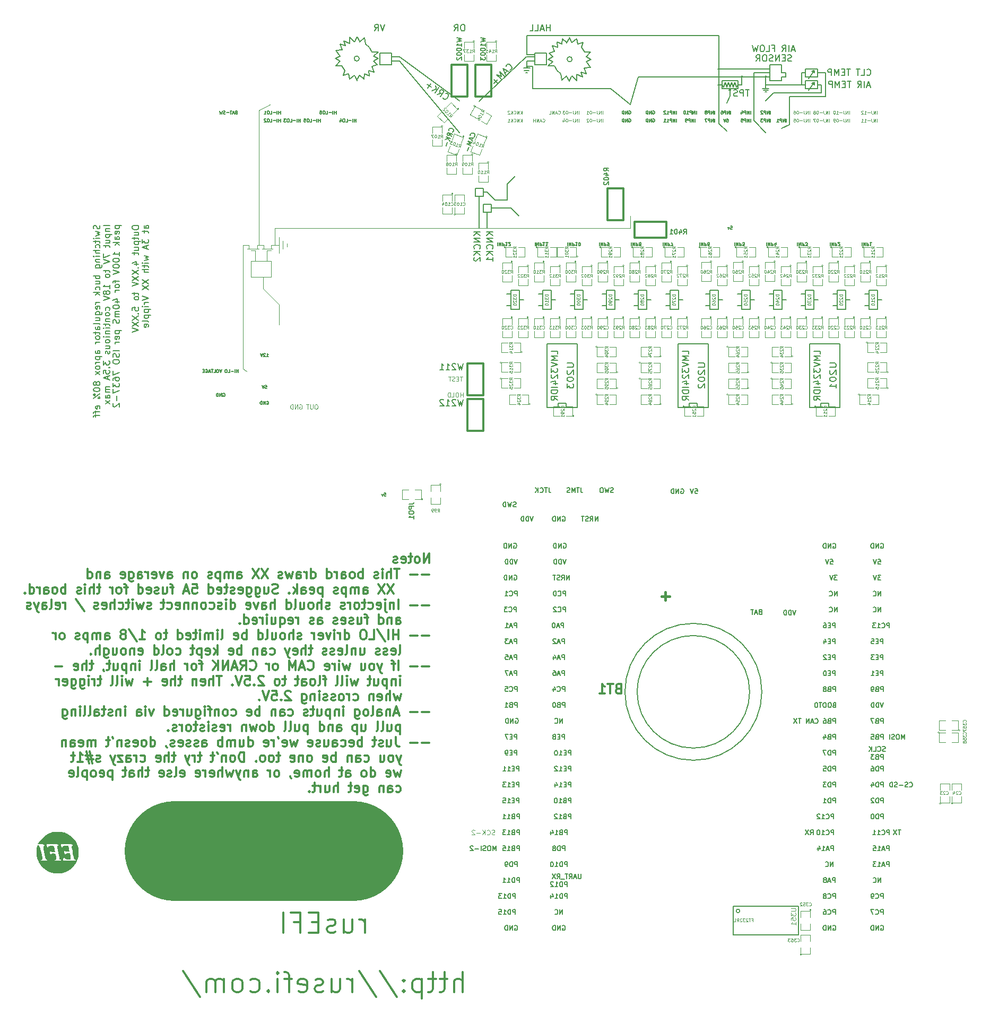
<source format=gbo>
G04 (created by PCBNEW (2013-07-07 BZR 4022)-stable) date 06/07/2014 12:08:28*
%MOIN*%
G04 Gerber Fmt 3.4, Leading zero omitted, Abs format*
%FSLAX34Y34*%
G01*
G70*
G90*
G04 APERTURE LIST*
%ADD10C,0.00393701*%
%ADD11C,0.012*%
%ADD12C,0.625*%
%ADD13C,0.005*%
%ADD14C,0.00492126*%
%ADD15C,0.004*%
%ADD16C,0.006*%
%ADD17C,0.004925*%
%ADD18C,0.0045*%
%ADD19C,0.0039*%
%ADD20C,0.015*%
%ADD21C,0.0079*%
%ADD22C,0.0001*%
%ADD23C,0.008*%
%ADD24C,0.0059*%
%ADD25C,0.0043*%
G04 APERTURE END LIST*
G54D10*
G54D11*
X68107Y-50542D02*
X68107Y-49942D01*
X67764Y-50542D01*
X67764Y-49942D01*
X67392Y-50542D02*
X67450Y-50514D01*
X67478Y-50485D01*
X67507Y-50428D01*
X67507Y-50257D01*
X67478Y-50200D01*
X67450Y-50171D01*
X67392Y-50142D01*
X67307Y-50142D01*
X67250Y-50171D01*
X67221Y-50200D01*
X67192Y-50257D01*
X67192Y-50428D01*
X67221Y-50485D01*
X67250Y-50514D01*
X67307Y-50542D01*
X67392Y-50542D01*
X67021Y-50142D02*
X66792Y-50142D01*
X66935Y-49942D02*
X66935Y-50457D01*
X66907Y-50514D01*
X66850Y-50542D01*
X66792Y-50542D01*
X66364Y-50514D02*
X66421Y-50542D01*
X66535Y-50542D01*
X66592Y-50514D01*
X66621Y-50457D01*
X66621Y-50228D01*
X66592Y-50171D01*
X66535Y-50142D01*
X66421Y-50142D01*
X66364Y-50171D01*
X66335Y-50228D01*
X66335Y-50285D01*
X66621Y-50342D01*
X66107Y-50514D02*
X66050Y-50542D01*
X65935Y-50542D01*
X65878Y-50514D01*
X65850Y-50457D01*
X65850Y-50428D01*
X65878Y-50371D01*
X65935Y-50342D01*
X66021Y-50342D01*
X66078Y-50314D01*
X66107Y-50257D01*
X66107Y-50228D01*
X66078Y-50171D01*
X66021Y-50142D01*
X65935Y-50142D01*
X65878Y-50171D01*
X68107Y-51274D02*
X67650Y-51274D01*
X67364Y-51274D02*
X66907Y-51274D01*
X66250Y-50902D02*
X65907Y-50902D01*
X66078Y-51502D02*
X66078Y-50902D01*
X65707Y-51502D02*
X65707Y-50902D01*
X65450Y-51502D02*
X65450Y-51188D01*
X65478Y-51131D01*
X65535Y-51102D01*
X65621Y-51102D01*
X65678Y-51131D01*
X65707Y-51160D01*
X65164Y-51502D02*
X65164Y-51102D01*
X65164Y-50902D02*
X65192Y-50931D01*
X65164Y-50960D01*
X65135Y-50931D01*
X65164Y-50902D01*
X65164Y-50960D01*
X64907Y-51474D02*
X64850Y-51502D01*
X64735Y-51502D01*
X64678Y-51474D01*
X64650Y-51417D01*
X64650Y-51388D01*
X64678Y-51331D01*
X64735Y-51302D01*
X64821Y-51302D01*
X64878Y-51274D01*
X64907Y-51217D01*
X64907Y-51188D01*
X64878Y-51131D01*
X64821Y-51102D01*
X64735Y-51102D01*
X64678Y-51131D01*
X63935Y-51502D02*
X63935Y-50902D01*
X63935Y-51131D02*
X63878Y-51102D01*
X63764Y-51102D01*
X63707Y-51131D01*
X63678Y-51160D01*
X63650Y-51217D01*
X63650Y-51388D01*
X63678Y-51445D01*
X63707Y-51474D01*
X63764Y-51502D01*
X63878Y-51502D01*
X63935Y-51474D01*
X63307Y-51502D02*
X63364Y-51474D01*
X63392Y-51445D01*
X63421Y-51388D01*
X63421Y-51217D01*
X63392Y-51160D01*
X63364Y-51131D01*
X63307Y-51102D01*
X63221Y-51102D01*
X63164Y-51131D01*
X63135Y-51160D01*
X63107Y-51217D01*
X63107Y-51388D01*
X63135Y-51445D01*
X63164Y-51474D01*
X63221Y-51502D01*
X63307Y-51502D01*
X62592Y-51502D02*
X62592Y-51188D01*
X62621Y-51131D01*
X62678Y-51102D01*
X62792Y-51102D01*
X62850Y-51131D01*
X62592Y-51474D02*
X62650Y-51502D01*
X62792Y-51502D01*
X62850Y-51474D01*
X62878Y-51417D01*
X62878Y-51360D01*
X62850Y-51302D01*
X62792Y-51274D01*
X62650Y-51274D01*
X62592Y-51245D01*
X62307Y-51502D02*
X62307Y-51102D01*
X62307Y-51217D02*
X62278Y-51160D01*
X62250Y-51131D01*
X62192Y-51102D01*
X62135Y-51102D01*
X61678Y-51502D02*
X61678Y-50902D01*
X61678Y-51474D02*
X61735Y-51502D01*
X61850Y-51502D01*
X61907Y-51474D01*
X61935Y-51445D01*
X61964Y-51388D01*
X61964Y-51217D01*
X61935Y-51160D01*
X61907Y-51131D01*
X61850Y-51102D01*
X61735Y-51102D01*
X61678Y-51131D01*
X60678Y-51502D02*
X60678Y-50902D01*
X60678Y-51474D02*
X60735Y-51502D01*
X60850Y-51502D01*
X60907Y-51474D01*
X60935Y-51445D01*
X60964Y-51388D01*
X60964Y-51217D01*
X60935Y-51160D01*
X60907Y-51131D01*
X60850Y-51102D01*
X60735Y-51102D01*
X60678Y-51131D01*
X60392Y-51502D02*
X60392Y-51102D01*
X60392Y-51217D02*
X60364Y-51160D01*
X60335Y-51131D01*
X60278Y-51102D01*
X60221Y-51102D01*
X59764Y-51502D02*
X59764Y-51188D01*
X59792Y-51131D01*
X59850Y-51102D01*
X59964Y-51102D01*
X60021Y-51131D01*
X59764Y-51474D02*
X59821Y-51502D01*
X59964Y-51502D01*
X60021Y-51474D01*
X60050Y-51417D01*
X60050Y-51360D01*
X60021Y-51302D01*
X59964Y-51274D01*
X59821Y-51274D01*
X59764Y-51245D01*
X59535Y-51102D02*
X59421Y-51502D01*
X59307Y-51217D01*
X59192Y-51502D01*
X59078Y-51102D01*
X58878Y-51474D02*
X58821Y-51502D01*
X58707Y-51502D01*
X58650Y-51474D01*
X58621Y-51417D01*
X58621Y-51388D01*
X58650Y-51331D01*
X58707Y-51302D01*
X58792Y-51302D01*
X58850Y-51274D01*
X58878Y-51217D01*
X58878Y-51188D01*
X58850Y-51131D01*
X58792Y-51102D01*
X58707Y-51102D01*
X58650Y-51131D01*
X57964Y-50902D02*
X57564Y-51502D01*
X57564Y-50902D02*
X57964Y-51502D01*
X57392Y-50902D02*
X56992Y-51502D01*
X56992Y-50902D02*
X57392Y-51502D01*
X56050Y-51502D02*
X56050Y-51188D01*
X56078Y-51131D01*
X56135Y-51102D01*
X56250Y-51102D01*
X56307Y-51131D01*
X56050Y-51474D02*
X56107Y-51502D01*
X56250Y-51502D01*
X56307Y-51474D01*
X56335Y-51417D01*
X56335Y-51360D01*
X56307Y-51302D01*
X56250Y-51274D01*
X56107Y-51274D01*
X56050Y-51245D01*
X55764Y-51502D02*
X55764Y-51102D01*
X55764Y-51160D02*
X55735Y-51131D01*
X55678Y-51102D01*
X55592Y-51102D01*
X55535Y-51131D01*
X55507Y-51188D01*
X55507Y-51502D01*
X55507Y-51188D02*
X55478Y-51131D01*
X55421Y-51102D01*
X55335Y-51102D01*
X55278Y-51131D01*
X55250Y-51188D01*
X55250Y-51502D01*
X54964Y-51102D02*
X54964Y-51702D01*
X54964Y-51131D02*
X54907Y-51102D01*
X54792Y-51102D01*
X54735Y-51131D01*
X54707Y-51160D01*
X54678Y-51217D01*
X54678Y-51388D01*
X54707Y-51445D01*
X54735Y-51474D01*
X54792Y-51502D01*
X54907Y-51502D01*
X54964Y-51474D01*
X54450Y-51474D02*
X54392Y-51502D01*
X54278Y-51502D01*
X54221Y-51474D01*
X54192Y-51417D01*
X54192Y-51388D01*
X54221Y-51331D01*
X54278Y-51302D01*
X54364Y-51302D01*
X54421Y-51274D01*
X54450Y-51217D01*
X54450Y-51188D01*
X54421Y-51131D01*
X54364Y-51102D01*
X54278Y-51102D01*
X54221Y-51131D01*
X53392Y-51502D02*
X53450Y-51474D01*
X53478Y-51445D01*
X53507Y-51388D01*
X53507Y-51217D01*
X53478Y-51160D01*
X53450Y-51131D01*
X53392Y-51102D01*
X53307Y-51102D01*
X53250Y-51131D01*
X53221Y-51160D01*
X53192Y-51217D01*
X53192Y-51388D01*
X53221Y-51445D01*
X53250Y-51474D01*
X53307Y-51502D01*
X53392Y-51502D01*
X52935Y-51102D02*
X52935Y-51502D01*
X52935Y-51160D02*
X52907Y-51131D01*
X52850Y-51102D01*
X52764Y-51102D01*
X52707Y-51131D01*
X52678Y-51188D01*
X52678Y-51502D01*
X51678Y-51502D02*
X51678Y-51188D01*
X51707Y-51131D01*
X51764Y-51102D01*
X51878Y-51102D01*
X51935Y-51131D01*
X51678Y-51474D02*
X51735Y-51502D01*
X51878Y-51502D01*
X51935Y-51474D01*
X51964Y-51417D01*
X51964Y-51360D01*
X51935Y-51302D01*
X51878Y-51274D01*
X51735Y-51274D01*
X51678Y-51245D01*
X51450Y-51102D02*
X51307Y-51502D01*
X51164Y-51102D01*
X50707Y-51474D02*
X50764Y-51502D01*
X50878Y-51502D01*
X50935Y-51474D01*
X50964Y-51417D01*
X50964Y-51188D01*
X50935Y-51131D01*
X50878Y-51102D01*
X50764Y-51102D01*
X50707Y-51131D01*
X50678Y-51188D01*
X50678Y-51245D01*
X50964Y-51302D01*
X50421Y-51502D02*
X50421Y-51102D01*
X50421Y-51217D02*
X50392Y-51160D01*
X50364Y-51131D01*
X50307Y-51102D01*
X50250Y-51102D01*
X49792Y-51502D02*
X49792Y-51188D01*
X49821Y-51131D01*
X49878Y-51102D01*
X49992Y-51102D01*
X50050Y-51131D01*
X49792Y-51474D02*
X49850Y-51502D01*
X49992Y-51502D01*
X50050Y-51474D01*
X50078Y-51417D01*
X50078Y-51360D01*
X50050Y-51302D01*
X49992Y-51274D01*
X49850Y-51274D01*
X49792Y-51245D01*
X49250Y-51102D02*
X49250Y-51588D01*
X49278Y-51645D01*
X49307Y-51674D01*
X49364Y-51702D01*
X49450Y-51702D01*
X49507Y-51674D01*
X49250Y-51474D02*
X49307Y-51502D01*
X49421Y-51502D01*
X49478Y-51474D01*
X49507Y-51445D01*
X49535Y-51388D01*
X49535Y-51217D01*
X49507Y-51160D01*
X49478Y-51131D01*
X49421Y-51102D01*
X49307Y-51102D01*
X49250Y-51131D01*
X48735Y-51474D02*
X48792Y-51502D01*
X48907Y-51502D01*
X48964Y-51474D01*
X48992Y-51417D01*
X48992Y-51188D01*
X48964Y-51131D01*
X48907Y-51102D01*
X48792Y-51102D01*
X48735Y-51131D01*
X48707Y-51188D01*
X48707Y-51245D01*
X48992Y-51302D01*
X47735Y-51502D02*
X47735Y-51188D01*
X47764Y-51131D01*
X47821Y-51102D01*
X47935Y-51102D01*
X47992Y-51131D01*
X47735Y-51474D02*
X47792Y-51502D01*
X47935Y-51502D01*
X47992Y-51474D01*
X48021Y-51417D01*
X48021Y-51360D01*
X47992Y-51302D01*
X47935Y-51274D01*
X47792Y-51274D01*
X47735Y-51245D01*
X47450Y-51102D02*
X47450Y-51502D01*
X47450Y-51160D02*
X47421Y-51131D01*
X47364Y-51102D01*
X47278Y-51102D01*
X47221Y-51131D01*
X47192Y-51188D01*
X47192Y-51502D01*
X46650Y-51502D02*
X46650Y-50902D01*
X46650Y-51474D02*
X46707Y-51502D01*
X46821Y-51502D01*
X46878Y-51474D01*
X46907Y-51445D01*
X46935Y-51388D01*
X46935Y-51217D01*
X46907Y-51160D01*
X46878Y-51131D01*
X46821Y-51102D01*
X46707Y-51102D01*
X46650Y-51131D01*
X65878Y-51862D02*
X65478Y-52462D01*
X65478Y-51862D02*
X65878Y-52462D01*
X65307Y-51862D02*
X64907Y-52462D01*
X64907Y-51862D02*
X65307Y-52462D01*
X63964Y-52462D02*
X63964Y-52148D01*
X63992Y-52091D01*
X64049Y-52062D01*
X64164Y-52062D01*
X64221Y-52091D01*
X63964Y-52434D02*
X64021Y-52462D01*
X64164Y-52462D01*
X64221Y-52434D01*
X64249Y-52377D01*
X64249Y-52320D01*
X64221Y-52262D01*
X64164Y-52234D01*
X64021Y-52234D01*
X63964Y-52205D01*
X63678Y-52462D02*
X63678Y-52062D01*
X63678Y-52120D02*
X63649Y-52091D01*
X63592Y-52062D01*
X63507Y-52062D01*
X63449Y-52091D01*
X63421Y-52148D01*
X63421Y-52462D01*
X63421Y-52148D02*
X63392Y-52091D01*
X63335Y-52062D01*
X63249Y-52062D01*
X63192Y-52091D01*
X63164Y-52148D01*
X63164Y-52462D01*
X62878Y-52062D02*
X62878Y-52662D01*
X62878Y-52091D02*
X62821Y-52062D01*
X62707Y-52062D01*
X62649Y-52091D01*
X62621Y-52120D01*
X62592Y-52177D01*
X62592Y-52348D01*
X62621Y-52405D01*
X62649Y-52434D01*
X62707Y-52462D01*
X62821Y-52462D01*
X62878Y-52434D01*
X62364Y-52434D02*
X62307Y-52462D01*
X62192Y-52462D01*
X62135Y-52434D01*
X62107Y-52377D01*
X62107Y-52348D01*
X62135Y-52291D01*
X62192Y-52262D01*
X62278Y-52262D01*
X62335Y-52234D01*
X62364Y-52177D01*
X62364Y-52148D01*
X62335Y-52091D01*
X62278Y-52062D01*
X62192Y-52062D01*
X62135Y-52091D01*
X61392Y-52062D02*
X61392Y-52662D01*
X61392Y-52091D02*
X61335Y-52062D01*
X61221Y-52062D01*
X61164Y-52091D01*
X61135Y-52120D01*
X61107Y-52177D01*
X61107Y-52348D01*
X61135Y-52405D01*
X61164Y-52434D01*
X61221Y-52462D01*
X61335Y-52462D01*
X61392Y-52434D01*
X60621Y-52434D02*
X60678Y-52462D01*
X60792Y-52462D01*
X60849Y-52434D01*
X60878Y-52377D01*
X60878Y-52148D01*
X60849Y-52091D01*
X60792Y-52062D01*
X60678Y-52062D01*
X60621Y-52091D01*
X60592Y-52148D01*
X60592Y-52205D01*
X60878Y-52262D01*
X60078Y-52462D02*
X60078Y-52148D01*
X60107Y-52091D01*
X60164Y-52062D01*
X60278Y-52062D01*
X60335Y-52091D01*
X60078Y-52434D02*
X60135Y-52462D01*
X60278Y-52462D01*
X60335Y-52434D01*
X60364Y-52377D01*
X60364Y-52320D01*
X60335Y-52262D01*
X60278Y-52234D01*
X60135Y-52234D01*
X60078Y-52205D01*
X59792Y-52462D02*
X59792Y-51862D01*
X59735Y-52234D02*
X59564Y-52462D01*
X59564Y-52062D02*
X59792Y-52291D01*
X59307Y-52405D02*
X59278Y-52434D01*
X59307Y-52462D01*
X59335Y-52434D01*
X59307Y-52405D01*
X59307Y-52462D01*
X58592Y-52434D02*
X58507Y-52462D01*
X58364Y-52462D01*
X58307Y-52434D01*
X58278Y-52405D01*
X58249Y-52348D01*
X58249Y-52291D01*
X58278Y-52234D01*
X58307Y-52205D01*
X58364Y-52177D01*
X58478Y-52148D01*
X58535Y-52120D01*
X58564Y-52091D01*
X58592Y-52034D01*
X58592Y-51977D01*
X58564Y-51920D01*
X58535Y-51891D01*
X58478Y-51862D01*
X58335Y-51862D01*
X58249Y-51891D01*
X57735Y-52062D02*
X57735Y-52462D01*
X57992Y-52062D02*
X57992Y-52377D01*
X57964Y-52434D01*
X57907Y-52462D01*
X57821Y-52462D01*
X57764Y-52434D01*
X57735Y-52405D01*
X57192Y-52062D02*
X57192Y-52548D01*
X57221Y-52605D01*
X57249Y-52634D01*
X57307Y-52662D01*
X57392Y-52662D01*
X57449Y-52634D01*
X57192Y-52434D02*
X57249Y-52462D01*
X57364Y-52462D01*
X57421Y-52434D01*
X57449Y-52405D01*
X57478Y-52348D01*
X57478Y-52177D01*
X57449Y-52120D01*
X57421Y-52091D01*
X57364Y-52062D01*
X57249Y-52062D01*
X57192Y-52091D01*
X56649Y-52062D02*
X56649Y-52548D01*
X56678Y-52605D01*
X56707Y-52634D01*
X56764Y-52662D01*
X56849Y-52662D01*
X56907Y-52634D01*
X56649Y-52434D02*
X56707Y-52462D01*
X56821Y-52462D01*
X56878Y-52434D01*
X56907Y-52405D01*
X56935Y-52348D01*
X56935Y-52177D01*
X56907Y-52120D01*
X56878Y-52091D01*
X56821Y-52062D01*
X56707Y-52062D01*
X56649Y-52091D01*
X56135Y-52434D02*
X56192Y-52462D01*
X56307Y-52462D01*
X56364Y-52434D01*
X56392Y-52377D01*
X56392Y-52148D01*
X56364Y-52091D01*
X56307Y-52062D01*
X56192Y-52062D01*
X56135Y-52091D01*
X56107Y-52148D01*
X56107Y-52205D01*
X56392Y-52262D01*
X55878Y-52434D02*
X55821Y-52462D01*
X55707Y-52462D01*
X55649Y-52434D01*
X55621Y-52377D01*
X55621Y-52348D01*
X55649Y-52291D01*
X55707Y-52262D01*
X55792Y-52262D01*
X55849Y-52234D01*
X55878Y-52177D01*
X55878Y-52148D01*
X55849Y-52091D01*
X55792Y-52062D01*
X55707Y-52062D01*
X55649Y-52091D01*
X55449Y-52062D02*
X55221Y-52062D01*
X55364Y-51862D02*
X55364Y-52377D01*
X55335Y-52434D01*
X55278Y-52462D01*
X55221Y-52462D01*
X54792Y-52434D02*
X54849Y-52462D01*
X54964Y-52462D01*
X55021Y-52434D01*
X55049Y-52377D01*
X55049Y-52148D01*
X55021Y-52091D01*
X54964Y-52062D01*
X54849Y-52062D01*
X54792Y-52091D01*
X54764Y-52148D01*
X54764Y-52205D01*
X55049Y-52262D01*
X54249Y-52462D02*
X54249Y-51862D01*
X54249Y-52434D02*
X54307Y-52462D01*
X54421Y-52462D01*
X54478Y-52434D01*
X54507Y-52405D01*
X54535Y-52348D01*
X54535Y-52177D01*
X54507Y-52120D01*
X54478Y-52091D01*
X54421Y-52062D01*
X54307Y-52062D01*
X54249Y-52091D01*
X53221Y-51862D02*
X53507Y-51862D01*
X53535Y-52148D01*
X53507Y-52120D01*
X53449Y-52091D01*
X53307Y-52091D01*
X53249Y-52120D01*
X53221Y-52148D01*
X53192Y-52205D01*
X53192Y-52348D01*
X53221Y-52405D01*
X53249Y-52434D01*
X53307Y-52462D01*
X53449Y-52462D01*
X53507Y-52434D01*
X53535Y-52405D01*
X52964Y-52291D02*
X52678Y-52291D01*
X53021Y-52462D02*
X52821Y-51862D01*
X52621Y-52462D01*
X52049Y-52062D02*
X51821Y-52062D01*
X51964Y-52462D02*
X51964Y-51948D01*
X51935Y-51891D01*
X51878Y-51862D01*
X51821Y-51862D01*
X51364Y-52062D02*
X51364Y-52462D01*
X51621Y-52062D02*
X51621Y-52377D01*
X51592Y-52434D01*
X51535Y-52462D01*
X51449Y-52462D01*
X51392Y-52434D01*
X51364Y-52405D01*
X51107Y-52434D02*
X51049Y-52462D01*
X50935Y-52462D01*
X50878Y-52434D01*
X50849Y-52377D01*
X50849Y-52348D01*
X50878Y-52291D01*
X50935Y-52262D01*
X51021Y-52262D01*
X51078Y-52234D01*
X51107Y-52177D01*
X51107Y-52148D01*
X51078Y-52091D01*
X51021Y-52062D01*
X50935Y-52062D01*
X50878Y-52091D01*
X50364Y-52434D02*
X50421Y-52462D01*
X50535Y-52462D01*
X50592Y-52434D01*
X50621Y-52377D01*
X50621Y-52148D01*
X50592Y-52091D01*
X50535Y-52062D01*
X50421Y-52062D01*
X50364Y-52091D01*
X50335Y-52148D01*
X50335Y-52205D01*
X50621Y-52262D01*
X49821Y-52462D02*
X49821Y-51862D01*
X49821Y-52434D02*
X49878Y-52462D01*
X49992Y-52462D01*
X50049Y-52434D01*
X50078Y-52405D01*
X50107Y-52348D01*
X50107Y-52177D01*
X50078Y-52120D01*
X50049Y-52091D01*
X49992Y-52062D01*
X49878Y-52062D01*
X49821Y-52091D01*
X49164Y-52062D02*
X48935Y-52062D01*
X49078Y-52462D02*
X49078Y-51948D01*
X49049Y-51891D01*
X48992Y-51862D01*
X48935Y-51862D01*
X48649Y-52462D02*
X48707Y-52434D01*
X48735Y-52405D01*
X48764Y-52348D01*
X48764Y-52177D01*
X48735Y-52120D01*
X48707Y-52091D01*
X48649Y-52062D01*
X48564Y-52062D01*
X48507Y-52091D01*
X48478Y-52120D01*
X48449Y-52177D01*
X48449Y-52348D01*
X48478Y-52405D01*
X48507Y-52434D01*
X48564Y-52462D01*
X48649Y-52462D01*
X48192Y-52462D02*
X48192Y-52062D01*
X48192Y-52177D02*
X48164Y-52120D01*
X48135Y-52091D01*
X48078Y-52062D01*
X48021Y-52062D01*
X47449Y-52062D02*
X47221Y-52062D01*
X47364Y-51862D02*
X47364Y-52377D01*
X47335Y-52434D01*
X47278Y-52462D01*
X47221Y-52462D01*
X47021Y-52462D02*
X47021Y-51862D01*
X46764Y-52462D02*
X46764Y-52148D01*
X46792Y-52091D01*
X46849Y-52062D01*
X46935Y-52062D01*
X46992Y-52091D01*
X47021Y-52120D01*
X46478Y-52462D02*
X46478Y-52062D01*
X46478Y-51862D02*
X46507Y-51891D01*
X46478Y-51920D01*
X46449Y-51891D01*
X46478Y-51862D01*
X46478Y-51920D01*
X46221Y-52434D02*
X46164Y-52462D01*
X46049Y-52462D01*
X45992Y-52434D01*
X45964Y-52377D01*
X45964Y-52348D01*
X45992Y-52291D01*
X46049Y-52262D01*
X46135Y-52262D01*
X46192Y-52234D01*
X46221Y-52177D01*
X46221Y-52148D01*
X46192Y-52091D01*
X46135Y-52062D01*
X46049Y-52062D01*
X45992Y-52091D01*
X45249Y-52462D02*
X45249Y-51862D01*
X45249Y-52091D02*
X45192Y-52062D01*
X45078Y-52062D01*
X45021Y-52091D01*
X44992Y-52120D01*
X44964Y-52177D01*
X44964Y-52348D01*
X44992Y-52405D01*
X45021Y-52434D01*
X45078Y-52462D01*
X45192Y-52462D01*
X45249Y-52434D01*
X44621Y-52462D02*
X44678Y-52434D01*
X44707Y-52405D01*
X44735Y-52348D01*
X44735Y-52177D01*
X44707Y-52120D01*
X44678Y-52091D01*
X44621Y-52062D01*
X44535Y-52062D01*
X44478Y-52091D01*
X44449Y-52120D01*
X44421Y-52177D01*
X44421Y-52348D01*
X44449Y-52405D01*
X44478Y-52434D01*
X44535Y-52462D01*
X44621Y-52462D01*
X43907Y-52462D02*
X43907Y-52148D01*
X43935Y-52091D01*
X43992Y-52062D01*
X44107Y-52062D01*
X44164Y-52091D01*
X43907Y-52434D02*
X43964Y-52462D01*
X44107Y-52462D01*
X44164Y-52434D01*
X44192Y-52377D01*
X44192Y-52320D01*
X44164Y-52262D01*
X44107Y-52234D01*
X43964Y-52234D01*
X43907Y-52205D01*
X43621Y-52462D02*
X43621Y-52062D01*
X43621Y-52177D02*
X43592Y-52120D01*
X43564Y-52091D01*
X43507Y-52062D01*
X43449Y-52062D01*
X42992Y-52462D02*
X42992Y-51862D01*
X42992Y-52434D02*
X43049Y-52462D01*
X43164Y-52462D01*
X43221Y-52434D01*
X43249Y-52405D01*
X43278Y-52348D01*
X43278Y-52177D01*
X43249Y-52120D01*
X43221Y-52091D01*
X43164Y-52062D01*
X43049Y-52062D01*
X42992Y-52091D01*
X42707Y-52405D02*
X42678Y-52434D01*
X42707Y-52462D01*
X42735Y-52434D01*
X42707Y-52405D01*
X42707Y-52462D01*
X68107Y-53194D02*
X67650Y-53194D01*
X67364Y-53194D02*
X66907Y-53194D01*
X66164Y-53422D02*
X66164Y-52822D01*
X65878Y-53022D02*
X65878Y-53422D01*
X65878Y-53080D02*
X65850Y-53051D01*
X65792Y-53022D01*
X65707Y-53022D01*
X65650Y-53051D01*
X65621Y-53108D01*
X65621Y-53422D01*
X65335Y-53022D02*
X65335Y-53537D01*
X65364Y-53594D01*
X65421Y-53622D01*
X65450Y-53622D01*
X65335Y-52822D02*
X65364Y-52851D01*
X65335Y-52880D01*
X65307Y-52851D01*
X65335Y-52822D01*
X65335Y-52880D01*
X64821Y-53394D02*
X64878Y-53422D01*
X64992Y-53422D01*
X65050Y-53394D01*
X65078Y-53337D01*
X65078Y-53108D01*
X65050Y-53051D01*
X64992Y-53022D01*
X64878Y-53022D01*
X64821Y-53051D01*
X64792Y-53108D01*
X64792Y-53165D01*
X65078Y-53222D01*
X64278Y-53394D02*
X64335Y-53422D01*
X64450Y-53422D01*
X64507Y-53394D01*
X64535Y-53365D01*
X64564Y-53308D01*
X64564Y-53137D01*
X64535Y-53080D01*
X64507Y-53051D01*
X64450Y-53022D01*
X64335Y-53022D01*
X64278Y-53051D01*
X64107Y-53022D02*
X63878Y-53022D01*
X64021Y-52822D02*
X64021Y-53337D01*
X63992Y-53394D01*
X63935Y-53422D01*
X63878Y-53422D01*
X63592Y-53422D02*
X63650Y-53394D01*
X63678Y-53365D01*
X63707Y-53308D01*
X63707Y-53137D01*
X63678Y-53080D01*
X63650Y-53051D01*
X63592Y-53022D01*
X63507Y-53022D01*
X63450Y-53051D01*
X63421Y-53080D01*
X63392Y-53137D01*
X63392Y-53308D01*
X63421Y-53365D01*
X63450Y-53394D01*
X63507Y-53422D01*
X63592Y-53422D01*
X63135Y-53422D02*
X63135Y-53022D01*
X63135Y-53137D02*
X63107Y-53080D01*
X63078Y-53051D01*
X63021Y-53022D01*
X62964Y-53022D01*
X62792Y-53394D02*
X62735Y-53422D01*
X62621Y-53422D01*
X62564Y-53394D01*
X62535Y-53337D01*
X62535Y-53308D01*
X62564Y-53251D01*
X62621Y-53222D01*
X62707Y-53222D01*
X62764Y-53194D01*
X62792Y-53137D01*
X62792Y-53108D01*
X62764Y-53051D01*
X62707Y-53022D01*
X62621Y-53022D01*
X62564Y-53051D01*
X61850Y-53394D02*
X61792Y-53422D01*
X61678Y-53422D01*
X61621Y-53394D01*
X61592Y-53337D01*
X61592Y-53308D01*
X61621Y-53251D01*
X61678Y-53222D01*
X61764Y-53222D01*
X61821Y-53194D01*
X61850Y-53137D01*
X61850Y-53108D01*
X61821Y-53051D01*
X61764Y-53022D01*
X61678Y-53022D01*
X61621Y-53051D01*
X61335Y-53422D02*
X61335Y-52822D01*
X61078Y-53422D02*
X61078Y-53108D01*
X61107Y-53051D01*
X61164Y-53022D01*
X61250Y-53022D01*
X61307Y-53051D01*
X61335Y-53080D01*
X60707Y-53422D02*
X60764Y-53394D01*
X60792Y-53365D01*
X60821Y-53308D01*
X60821Y-53137D01*
X60792Y-53080D01*
X60764Y-53051D01*
X60707Y-53022D01*
X60621Y-53022D01*
X60564Y-53051D01*
X60535Y-53080D01*
X60507Y-53137D01*
X60507Y-53308D01*
X60535Y-53365D01*
X60564Y-53394D01*
X60621Y-53422D01*
X60707Y-53422D01*
X59992Y-53022D02*
X59992Y-53422D01*
X60250Y-53022D02*
X60250Y-53337D01*
X60221Y-53394D01*
X60164Y-53422D01*
X60078Y-53422D01*
X60021Y-53394D01*
X59992Y-53365D01*
X59621Y-53422D02*
X59678Y-53394D01*
X59707Y-53337D01*
X59707Y-52822D01*
X59135Y-53422D02*
X59135Y-52822D01*
X59135Y-53394D02*
X59192Y-53422D01*
X59307Y-53422D01*
X59364Y-53394D01*
X59392Y-53365D01*
X59421Y-53308D01*
X59421Y-53137D01*
X59392Y-53080D01*
X59364Y-53051D01*
X59307Y-53022D01*
X59192Y-53022D01*
X59135Y-53051D01*
X58392Y-53422D02*
X58392Y-52822D01*
X58135Y-53422D02*
X58135Y-53108D01*
X58164Y-53051D01*
X58221Y-53022D01*
X58307Y-53022D01*
X58364Y-53051D01*
X58392Y-53080D01*
X57592Y-53422D02*
X57592Y-53108D01*
X57621Y-53051D01*
X57678Y-53022D01*
X57792Y-53022D01*
X57850Y-53051D01*
X57592Y-53394D02*
X57650Y-53422D01*
X57792Y-53422D01*
X57850Y-53394D01*
X57878Y-53337D01*
X57878Y-53280D01*
X57850Y-53222D01*
X57792Y-53194D01*
X57650Y-53194D01*
X57592Y-53165D01*
X57364Y-53022D02*
X57221Y-53422D01*
X57078Y-53022D01*
X56621Y-53394D02*
X56678Y-53422D01*
X56792Y-53422D01*
X56850Y-53394D01*
X56878Y-53337D01*
X56878Y-53108D01*
X56850Y-53051D01*
X56792Y-53022D01*
X56678Y-53022D01*
X56621Y-53051D01*
X56592Y-53108D01*
X56592Y-53165D01*
X56878Y-53222D01*
X55621Y-53422D02*
X55621Y-52822D01*
X55621Y-53394D02*
X55678Y-53422D01*
X55792Y-53422D01*
X55850Y-53394D01*
X55878Y-53365D01*
X55907Y-53308D01*
X55907Y-53137D01*
X55878Y-53080D01*
X55850Y-53051D01*
X55792Y-53022D01*
X55678Y-53022D01*
X55621Y-53051D01*
X55335Y-53422D02*
X55335Y-53022D01*
X55335Y-52822D02*
X55364Y-52851D01*
X55335Y-52880D01*
X55307Y-52851D01*
X55335Y-52822D01*
X55335Y-52880D01*
X55078Y-53394D02*
X55021Y-53422D01*
X54907Y-53422D01*
X54850Y-53394D01*
X54821Y-53337D01*
X54821Y-53308D01*
X54850Y-53251D01*
X54907Y-53222D01*
X54992Y-53222D01*
X55050Y-53194D01*
X55078Y-53137D01*
X55078Y-53108D01*
X55050Y-53051D01*
X54992Y-53022D01*
X54907Y-53022D01*
X54850Y-53051D01*
X54307Y-53394D02*
X54364Y-53422D01*
X54478Y-53422D01*
X54535Y-53394D01*
X54564Y-53365D01*
X54592Y-53308D01*
X54592Y-53137D01*
X54564Y-53080D01*
X54535Y-53051D01*
X54478Y-53022D01*
X54364Y-53022D01*
X54307Y-53051D01*
X53964Y-53422D02*
X54021Y-53394D01*
X54050Y-53365D01*
X54078Y-53308D01*
X54078Y-53137D01*
X54050Y-53080D01*
X54021Y-53051D01*
X53964Y-53022D01*
X53878Y-53022D01*
X53821Y-53051D01*
X53792Y-53080D01*
X53764Y-53137D01*
X53764Y-53308D01*
X53792Y-53365D01*
X53821Y-53394D01*
X53878Y-53422D01*
X53964Y-53422D01*
X53507Y-53022D02*
X53507Y-53422D01*
X53507Y-53080D02*
X53478Y-53051D01*
X53421Y-53022D01*
X53335Y-53022D01*
X53278Y-53051D01*
X53250Y-53108D01*
X53250Y-53422D01*
X52964Y-53022D02*
X52964Y-53422D01*
X52964Y-53080D02*
X52935Y-53051D01*
X52878Y-53022D01*
X52792Y-53022D01*
X52735Y-53051D01*
X52707Y-53108D01*
X52707Y-53422D01*
X52192Y-53394D02*
X52250Y-53422D01*
X52364Y-53422D01*
X52421Y-53394D01*
X52450Y-53337D01*
X52450Y-53108D01*
X52421Y-53051D01*
X52364Y-53022D01*
X52250Y-53022D01*
X52192Y-53051D01*
X52164Y-53108D01*
X52164Y-53165D01*
X52450Y-53222D01*
X51650Y-53394D02*
X51707Y-53422D01*
X51821Y-53422D01*
X51878Y-53394D01*
X51907Y-53365D01*
X51935Y-53308D01*
X51935Y-53137D01*
X51907Y-53080D01*
X51878Y-53051D01*
X51821Y-53022D01*
X51707Y-53022D01*
X51650Y-53051D01*
X51478Y-53022D02*
X51250Y-53022D01*
X51392Y-52822D02*
X51392Y-53337D01*
X51364Y-53394D01*
X51307Y-53422D01*
X51250Y-53422D01*
X50621Y-53394D02*
X50564Y-53422D01*
X50450Y-53422D01*
X50392Y-53394D01*
X50364Y-53337D01*
X50364Y-53308D01*
X50392Y-53251D01*
X50450Y-53222D01*
X50535Y-53222D01*
X50592Y-53194D01*
X50621Y-53137D01*
X50621Y-53108D01*
X50592Y-53051D01*
X50535Y-53022D01*
X50450Y-53022D01*
X50392Y-53051D01*
X50164Y-53022D02*
X50050Y-53422D01*
X49935Y-53137D01*
X49821Y-53422D01*
X49707Y-53022D01*
X49478Y-53422D02*
X49478Y-53022D01*
X49478Y-52822D02*
X49507Y-52851D01*
X49478Y-52880D01*
X49450Y-52851D01*
X49478Y-52822D01*
X49478Y-52880D01*
X49278Y-53022D02*
X49050Y-53022D01*
X49192Y-52822D02*
X49192Y-53337D01*
X49164Y-53394D01*
X49107Y-53422D01*
X49050Y-53422D01*
X48592Y-53394D02*
X48650Y-53422D01*
X48764Y-53422D01*
X48821Y-53394D01*
X48850Y-53365D01*
X48878Y-53308D01*
X48878Y-53137D01*
X48850Y-53080D01*
X48821Y-53051D01*
X48764Y-53022D01*
X48650Y-53022D01*
X48592Y-53051D01*
X48335Y-53422D02*
X48335Y-52822D01*
X48078Y-53422D02*
X48078Y-53108D01*
X48107Y-53051D01*
X48164Y-53022D01*
X48250Y-53022D01*
X48307Y-53051D01*
X48335Y-53080D01*
X47564Y-53394D02*
X47621Y-53422D01*
X47735Y-53422D01*
X47792Y-53394D01*
X47821Y-53337D01*
X47821Y-53108D01*
X47792Y-53051D01*
X47735Y-53022D01*
X47621Y-53022D01*
X47564Y-53051D01*
X47535Y-53108D01*
X47535Y-53165D01*
X47821Y-53222D01*
X47307Y-53394D02*
X47250Y-53422D01*
X47135Y-53422D01*
X47078Y-53394D01*
X47050Y-53337D01*
X47050Y-53308D01*
X47078Y-53251D01*
X47135Y-53222D01*
X47221Y-53222D01*
X47278Y-53194D01*
X47307Y-53137D01*
X47307Y-53108D01*
X47278Y-53051D01*
X47221Y-53022D01*
X47135Y-53022D01*
X47078Y-53051D01*
X45907Y-52794D02*
X46421Y-53565D01*
X45250Y-53422D02*
X45250Y-53022D01*
X45250Y-53137D02*
X45221Y-53080D01*
X45192Y-53051D01*
X45135Y-53022D01*
X45078Y-53022D01*
X44650Y-53394D02*
X44707Y-53422D01*
X44821Y-53422D01*
X44878Y-53394D01*
X44907Y-53337D01*
X44907Y-53108D01*
X44878Y-53051D01*
X44821Y-53022D01*
X44707Y-53022D01*
X44650Y-53051D01*
X44621Y-53108D01*
X44621Y-53165D01*
X44907Y-53222D01*
X44278Y-53422D02*
X44335Y-53394D01*
X44364Y-53337D01*
X44364Y-52822D01*
X43792Y-53422D02*
X43792Y-53108D01*
X43821Y-53051D01*
X43878Y-53022D01*
X43992Y-53022D01*
X44050Y-53051D01*
X43792Y-53394D02*
X43850Y-53422D01*
X43992Y-53422D01*
X44050Y-53394D01*
X44078Y-53337D01*
X44078Y-53280D01*
X44050Y-53222D01*
X43992Y-53194D01*
X43850Y-53194D01*
X43792Y-53165D01*
X43564Y-53022D02*
X43421Y-53422D01*
X43278Y-53022D02*
X43421Y-53422D01*
X43478Y-53565D01*
X43507Y-53594D01*
X43564Y-53622D01*
X43078Y-53394D02*
X43021Y-53422D01*
X42907Y-53422D01*
X42850Y-53394D01*
X42821Y-53337D01*
X42821Y-53308D01*
X42850Y-53251D01*
X42907Y-53222D01*
X42992Y-53222D01*
X43050Y-53194D01*
X43078Y-53137D01*
X43078Y-53108D01*
X43050Y-53051D01*
X42992Y-53022D01*
X42907Y-53022D01*
X42850Y-53051D01*
X66021Y-54382D02*
X66021Y-54068D01*
X66049Y-54011D01*
X66107Y-53982D01*
X66221Y-53982D01*
X66278Y-54011D01*
X66021Y-54354D02*
X66078Y-54382D01*
X66221Y-54382D01*
X66278Y-54354D01*
X66307Y-54297D01*
X66307Y-54240D01*
X66278Y-54182D01*
X66221Y-54154D01*
X66078Y-54154D01*
X66021Y-54125D01*
X65735Y-53982D02*
X65735Y-54382D01*
X65735Y-54040D02*
X65707Y-54011D01*
X65650Y-53982D01*
X65564Y-53982D01*
X65507Y-54011D01*
X65478Y-54068D01*
X65478Y-54382D01*
X64935Y-54382D02*
X64935Y-53782D01*
X64935Y-54354D02*
X64992Y-54382D01*
X65107Y-54382D01*
X65164Y-54354D01*
X65192Y-54325D01*
X65221Y-54268D01*
X65221Y-54097D01*
X65192Y-54040D01*
X65164Y-54011D01*
X65107Y-53982D01*
X64992Y-53982D01*
X64935Y-54011D01*
X64278Y-53982D02*
X64050Y-53982D01*
X64192Y-54382D02*
X64192Y-53868D01*
X64164Y-53811D01*
X64107Y-53782D01*
X64050Y-53782D01*
X63592Y-53982D02*
X63592Y-54382D01*
X63850Y-53982D02*
X63850Y-54297D01*
X63821Y-54354D01*
X63764Y-54382D01*
X63678Y-54382D01*
X63621Y-54354D01*
X63592Y-54325D01*
X63335Y-54354D02*
X63278Y-54382D01*
X63164Y-54382D01*
X63107Y-54354D01*
X63078Y-54297D01*
X63078Y-54268D01*
X63107Y-54211D01*
X63164Y-54182D01*
X63250Y-54182D01*
X63307Y-54154D01*
X63335Y-54097D01*
X63335Y-54068D01*
X63307Y-54011D01*
X63250Y-53982D01*
X63164Y-53982D01*
X63107Y-54011D01*
X62592Y-54354D02*
X62650Y-54382D01*
X62764Y-54382D01*
X62821Y-54354D01*
X62850Y-54297D01*
X62850Y-54068D01*
X62821Y-54011D01*
X62764Y-53982D01*
X62650Y-53982D01*
X62592Y-54011D01*
X62564Y-54068D01*
X62564Y-54125D01*
X62850Y-54182D01*
X62335Y-54354D02*
X62278Y-54382D01*
X62164Y-54382D01*
X62107Y-54354D01*
X62078Y-54297D01*
X62078Y-54268D01*
X62107Y-54211D01*
X62164Y-54182D01*
X62250Y-54182D01*
X62307Y-54154D01*
X62335Y-54097D01*
X62335Y-54068D01*
X62307Y-54011D01*
X62250Y-53982D01*
X62164Y-53982D01*
X62107Y-54011D01*
X61107Y-54382D02*
X61107Y-54068D01*
X61135Y-54011D01*
X61192Y-53982D01*
X61307Y-53982D01*
X61364Y-54011D01*
X61107Y-54354D02*
X61164Y-54382D01*
X61307Y-54382D01*
X61364Y-54354D01*
X61392Y-54297D01*
X61392Y-54240D01*
X61364Y-54182D01*
X61307Y-54154D01*
X61164Y-54154D01*
X61107Y-54125D01*
X60850Y-54354D02*
X60792Y-54382D01*
X60678Y-54382D01*
X60621Y-54354D01*
X60592Y-54297D01*
X60592Y-54268D01*
X60621Y-54211D01*
X60678Y-54182D01*
X60764Y-54182D01*
X60821Y-54154D01*
X60850Y-54097D01*
X60850Y-54068D01*
X60821Y-54011D01*
X60764Y-53982D01*
X60678Y-53982D01*
X60621Y-54011D01*
X59878Y-54382D02*
X59878Y-53982D01*
X59878Y-54097D02*
X59850Y-54040D01*
X59821Y-54011D01*
X59764Y-53982D01*
X59707Y-53982D01*
X59278Y-54354D02*
X59335Y-54382D01*
X59450Y-54382D01*
X59507Y-54354D01*
X59535Y-54297D01*
X59535Y-54068D01*
X59507Y-54011D01*
X59450Y-53982D01*
X59335Y-53982D01*
X59278Y-54011D01*
X59250Y-54068D01*
X59250Y-54125D01*
X59535Y-54182D01*
X58735Y-53982D02*
X58735Y-54582D01*
X58735Y-54354D02*
X58792Y-54382D01*
X58907Y-54382D01*
X58964Y-54354D01*
X58992Y-54325D01*
X59021Y-54268D01*
X59021Y-54097D01*
X58992Y-54040D01*
X58964Y-54011D01*
X58907Y-53982D01*
X58792Y-53982D01*
X58735Y-54011D01*
X58192Y-53982D02*
X58192Y-54382D01*
X58450Y-53982D02*
X58450Y-54297D01*
X58421Y-54354D01*
X58364Y-54382D01*
X58278Y-54382D01*
X58221Y-54354D01*
X58192Y-54325D01*
X57907Y-54382D02*
X57907Y-53982D01*
X57907Y-53782D02*
X57935Y-53811D01*
X57907Y-53840D01*
X57878Y-53811D01*
X57907Y-53782D01*
X57907Y-53840D01*
X57621Y-54382D02*
X57621Y-53982D01*
X57621Y-54097D02*
X57592Y-54040D01*
X57564Y-54011D01*
X57507Y-53982D01*
X57450Y-53982D01*
X57021Y-54354D02*
X57078Y-54382D01*
X57192Y-54382D01*
X57250Y-54354D01*
X57278Y-54297D01*
X57278Y-54068D01*
X57250Y-54011D01*
X57192Y-53982D01*
X57078Y-53982D01*
X57021Y-54011D01*
X56992Y-54068D01*
X56992Y-54125D01*
X57278Y-54182D01*
X56478Y-54382D02*
X56478Y-53782D01*
X56478Y-54354D02*
X56535Y-54382D01*
X56650Y-54382D01*
X56707Y-54354D01*
X56735Y-54325D01*
X56764Y-54268D01*
X56764Y-54097D01*
X56735Y-54040D01*
X56707Y-54011D01*
X56650Y-53982D01*
X56535Y-53982D01*
X56478Y-54011D01*
X56192Y-54325D02*
X56164Y-54354D01*
X56192Y-54382D01*
X56221Y-54354D01*
X56192Y-54325D01*
X56192Y-54382D01*
X68107Y-55114D02*
X67650Y-55114D01*
X67364Y-55114D02*
X66907Y-55114D01*
X66164Y-55342D02*
X66164Y-54742D01*
X66164Y-55028D02*
X65821Y-55028D01*
X65821Y-55342D02*
X65821Y-54742D01*
X65535Y-55342D02*
X65535Y-54742D01*
X64821Y-54714D02*
X65335Y-55485D01*
X64335Y-55342D02*
X64621Y-55342D01*
X64621Y-54742D01*
X64021Y-54742D02*
X63907Y-54742D01*
X63850Y-54771D01*
X63792Y-54828D01*
X63764Y-54942D01*
X63764Y-55142D01*
X63792Y-55257D01*
X63850Y-55314D01*
X63907Y-55342D01*
X64021Y-55342D01*
X64078Y-55314D01*
X64135Y-55257D01*
X64164Y-55142D01*
X64164Y-54942D01*
X64135Y-54828D01*
X64078Y-54771D01*
X64021Y-54742D01*
X62792Y-55342D02*
X62792Y-54742D01*
X62792Y-55314D02*
X62850Y-55342D01*
X62964Y-55342D01*
X63021Y-55314D01*
X63050Y-55285D01*
X63078Y-55228D01*
X63078Y-55057D01*
X63050Y-55000D01*
X63021Y-54971D01*
X62964Y-54942D01*
X62850Y-54942D01*
X62792Y-54971D01*
X62507Y-55342D02*
X62507Y-54942D01*
X62507Y-55057D02*
X62478Y-55000D01*
X62450Y-54971D01*
X62392Y-54942D01*
X62335Y-54942D01*
X62135Y-55342D02*
X62135Y-54942D01*
X62135Y-54742D02*
X62164Y-54771D01*
X62135Y-54800D01*
X62107Y-54771D01*
X62135Y-54742D01*
X62135Y-54800D01*
X61907Y-54942D02*
X61764Y-55342D01*
X61621Y-54942D01*
X61164Y-55314D02*
X61221Y-55342D01*
X61335Y-55342D01*
X61392Y-55314D01*
X61421Y-55257D01*
X61421Y-55028D01*
X61392Y-54971D01*
X61335Y-54942D01*
X61221Y-54942D01*
X61164Y-54971D01*
X61135Y-55028D01*
X61135Y-55085D01*
X61421Y-55142D01*
X60878Y-55342D02*
X60878Y-54942D01*
X60878Y-55057D02*
X60850Y-55000D01*
X60821Y-54971D01*
X60764Y-54942D01*
X60707Y-54942D01*
X60078Y-55314D02*
X60021Y-55342D01*
X59907Y-55342D01*
X59850Y-55314D01*
X59821Y-55257D01*
X59821Y-55228D01*
X59850Y-55171D01*
X59907Y-55142D01*
X59992Y-55142D01*
X60050Y-55114D01*
X60078Y-55057D01*
X60078Y-55028D01*
X60050Y-54971D01*
X59992Y-54942D01*
X59907Y-54942D01*
X59850Y-54971D01*
X59564Y-55342D02*
X59564Y-54742D01*
X59307Y-55342D02*
X59307Y-55028D01*
X59335Y-54971D01*
X59392Y-54942D01*
X59478Y-54942D01*
X59535Y-54971D01*
X59564Y-55000D01*
X58935Y-55342D02*
X58992Y-55314D01*
X59021Y-55285D01*
X59050Y-55228D01*
X59050Y-55057D01*
X59021Y-55000D01*
X58992Y-54971D01*
X58935Y-54942D01*
X58850Y-54942D01*
X58792Y-54971D01*
X58764Y-55000D01*
X58735Y-55057D01*
X58735Y-55228D01*
X58764Y-55285D01*
X58792Y-55314D01*
X58850Y-55342D01*
X58935Y-55342D01*
X58221Y-54942D02*
X58221Y-55342D01*
X58478Y-54942D02*
X58478Y-55257D01*
X58450Y-55314D01*
X58392Y-55342D01*
X58307Y-55342D01*
X58250Y-55314D01*
X58221Y-55285D01*
X57850Y-55342D02*
X57907Y-55314D01*
X57935Y-55257D01*
X57935Y-54742D01*
X57364Y-55342D02*
X57364Y-54742D01*
X57364Y-55314D02*
X57421Y-55342D01*
X57535Y-55342D01*
X57592Y-55314D01*
X57621Y-55285D01*
X57650Y-55228D01*
X57650Y-55057D01*
X57621Y-55000D01*
X57592Y-54971D01*
X57535Y-54942D01*
X57421Y-54942D01*
X57364Y-54971D01*
X56621Y-55342D02*
X56621Y-54742D01*
X56621Y-54971D02*
X56564Y-54942D01*
X56450Y-54942D01*
X56392Y-54971D01*
X56364Y-55000D01*
X56335Y-55057D01*
X56335Y-55228D01*
X56364Y-55285D01*
X56392Y-55314D01*
X56450Y-55342D01*
X56564Y-55342D01*
X56621Y-55314D01*
X55850Y-55314D02*
X55907Y-55342D01*
X56021Y-55342D01*
X56078Y-55314D01*
X56107Y-55257D01*
X56107Y-55028D01*
X56078Y-54971D01*
X56021Y-54942D01*
X55907Y-54942D01*
X55850Y-54971D01*
X55821Y-55028D01*
X55821Y-55085D01*
X56107Y-55142D01*
X55021Y-55342D02*
X55078Y-55314D01*
X55107Y-55257D01*
X55107Y-54742D01*
X54792Y-55342D02*
X54792Y-54942D01*
X54792Y-54742D02*
X54821Y-54771D01*
X54792Y-54800D01*
X54764Y-54771D01*
X54792Y-54742D01*
X54792Y-54800D01*
X54507Y-55342D02*
X54507Y-54942D01*
X54507Y-55000D02*
X54478Y-54971D01*
X54421Y-54942D01*
X54335Y-54942D01*
X54278Y-54971D01*
X54250Y-55028D01*
X54250Y-55342D01*
X54250Y-55028D02*
X54221Y-54971D01*
X54164Y-54942D01*
X54078Y-54942D01*
X54021Y-54971D01*
X53992Y-55028D01*
X53992Y-55342D01*
X53707Y-55342D02*
X53707Y-54942D01*
X53707Y-54742D02*
X53735Y-54771D01*
X53707Y-54800D01*
X53678Y-54771D01*
X53707Y-54742D01*
X53707Y-54800D01*
X53507Y-54942D02*
X53278Y-54942D01*
X53421Y-54742D02*
X53421Y-55257D01*
X53392Y-55314D01*
X53335Y-55342D01*
X53278Y-55342D01*
X52850Y-55314D02*
X52907Y-55342D01*
X53021Y-55342D01*
X53078Y-55314D01*
X53107Y-55257D01*
X53107Y-55028D01*
X53078Y-54971D01*
X53021Y-54942D01*
X52907Y-54942D01*
X52850Y-54971D01*
X52821Y-55028D01*
X52821Y-55085D01*
X53107Y-55142D01*
X52307Y-55342D02*
X52307Y-54742D01*
X52307Y-55314D02*
X52364Y-55342D01*
X52478Y-55342D01*
X52535Y-55314D01*
X52564Y-55285D01*
X52592Y-55228D01*
X52592Y-55057D01*
X52564Y-55000D01*
X52535Y-54971D01*
X52478Y-54942D01*
X52364Y-54942D01*
X52307Y-54971D01*
X51650Y-54942D02*
X51421Y-54942D01*
X51564Y-54742D02*
X51564Y-55257D01*
X51535Y-55314D01*
X51478Y-55342D01*
X51421Y-55342D01*
X51135Y-55342D02*
X51192Y-55314D01*
X51221Y-55285D01*
X51250Y-55228D01*
X51250Y-55057D01*
X51221Y-55000D01*
X51192Y-54971D01*
X51135Y-54942D01*
X51050Y-54942D01*
X50992Y-54971D01*
X50964Y-55000D01*
X50935Y-55057D01*
X50935Y-55228D01*
X50964Y-55285D01*
X50992Y-55314D01*
X51050Y-55342D01*
X51135Y-55342D01*
X49907Y-55342D02*
X50250Y-55342D01*
X50078Y-55342D02*
X50078Y-54742D01*
X50135Y-54828D01*
X50192Y-54885D01*
X50250Y-54914D01*
X49221Y-54714D02*
X49735Y-55485D01*
X48935Y-55000D02*
X48992Y-54971D01*
X49021Y-54942D01*
X49050Y-54885D01*
X49050Y-54857D01*
X49021Y-54800D01*
X48992Y-54771D01*
X48935Y-54742D01*
X48821Y-54742D01*
X48764Y-54771D01*
X48735Y-54800D01*
X48707Y-54857D01*
X48707Y-54885D01*
X48735Y-54942D01*
X48764Y-54971D01*
X48821Y-55000D01*
X48935Y-55000D01*
X48992Y-55028D01*
X49021Y-55057D01*
X49050Y-55114D01*
X49050Y-55228D01*
X49021Y-55285D01*
X48992Y-55314D01*
X48935Y-55342D01*
X48821Y-55342D01*
X48764Y-55314D01*
X48735Y-55285D01*
X48707Y-55228D01*
X48707Y-55114D01*
X48735Y-55057D01*
X48764Y-55028D01*
X48821Y-55000D01*
X47735Y-55342D02*
X47735Y-55028D01*
X47764Y-54971D01*
X47821Y-54942D01*
X47935Y-54942D01*
X47992Y-54971D01*
X47735Y-55314D02*
X47792Y-55342D01*
X47935Y-55342D01*
X47992Y-55314D01*
X48021Y-55257D01*
X48021Y-55200D01*
X47992Y-55142D01*
X47935Y-55114D01*
X47792Y-55114D01*
X47735Y-55085D01*
X47450Y-55342D02*
X47450Y-54942D01*
X47450Y-55000D02*
X47421Y-54971D01*
X47364Y-54942D01*
X47278Y-54942D01*
X47221Y-54971D01*
X47192Y-55028D01*
X47192Y-55342D01*
X47192Y-55028D02*
X47164Y-54971D01*
X47107Y-54942D01*
X47021Y-54942D01*
X46964Y-54971D01*
X46935Y-55028D01*
X46935Y-55342D01*
X46650Y-54942D02*
X46650Y-55542D01*
X46650Y-54971D02*
X46592Y-54942D01*
X46478Y-54942D01*
X46421Y-54971D01*
X46392Y-55000D01*
X46364Y-55057D01*
X46364Y-55228D01*
X46392Y-55285D01*
X46421Y-55314D01*
X46478Y-55342D01*
X46592Y-55342D01*
X46650Y-55314D01*
X46135Y-55314D02*
X46078Y-55342D01*
X45964Y-55342D01*
X45907Y-55314D01*
X45878Y-55257D01*
X45878Y-55228D01*
X45907Y-55171D01*
X45964Y-55142D01*
X46050Y-55142D01*
X46107Y-55114D01*
X46135Y-55057D01*
X46135Y-55028D01*
X46107Y-54971D01*
X46050Y-54942D01*
X45964Y-54942D01*
X45907Y-54971D01*
X45078Y-55342D02*
X45135Y-55314D01*
X45164Y-55285D01*
X45192Y-55228D01*
X45192Y-55057D01*
X45164Y-55000D01*
X45135Y-54971D01*
X45078Y-54942D01*
X44992Y-54942D01*
X44935Y-54971D01*
X44907Y-55000D01*
X44878Y-55057D01*
X44878Y-55228D01*
X44907Y-55285D01*
X44935Y-55314D01*
X44992Y-55342D01*
X45078Y-55342D01*
X44621Y-55342D02*
X44621Y-54942D01*
X44621Y-55057D02*
X44592Y-55000D01*
X44564Y-54971D01*
X44507Y-54942D01*
X44450Y-54942D01*
X66192Y-56302D02*
X66249Y-56274D01*
X66278Y-56217D01*
X66278Y-55702D01*
X65735Y-56274D02*
X65792Y-56302D01*
X65907Y-56302D01*
X65964Y-56274D01*
X65992Y-56217D01*
X65992Y-55988D01*
X65964Y-55931D01*
X65907Y-55902D01*
X65792Y-55902D01*
X65735Y-55931D01*
X65707Y-55988D01*
X65707Y-56045D01*
X65992Y-56102D01*
X65478Y-56274D02*
X65421Y-56302D01*
X65307Y-56302D01*
X65249Y-56274D01*
X65221Y-56217D01*
X65221Y-56188D01*
X65249Y-56131D01*
X65307Y-56102D01*
X65392Y-56102D01*
X65449Y-56074D01*
X65478Y-56017D01*
X65478Y-55988D01*
X65449Y-55931D01*
X65392Y-55902D01*
X65307Y-55902D01*
X65249Y-55931D01*
X64992Y-56274D02*
X64935Y-56302D01*
X64821Y-56302D01*
X64764Y-56274D01*
X64735Y-56217D01*
X64735Y-56188D01*
X64764Y-56131D01*
X64821Y-56102D01*
X64907Y-56102D01*
X64964Y-56074D01*
X64992Y-56017D01*
X64992Y-55988D01*
X64964Y-55931D01*
X64907Y-55902D01*
X64821Y-55902D01*
X64764Y-55931D01*
X63764Y-55902D02*
X63764Y-56302D01*
X64021Y-55902D02*
X64021Y-56217D01*
X63992Y-56274D01*
X63935Y-56302D01*
X63849Y-56302D01*
X63792Y-56274D01*
X63764Y-56245D01*
X63478Y-55902D02*
X63478Y-56302D01*
X63478Y-55960D02*
X63449Y-55931D01*
X63392Y-55902D01*
X63307Y-55902D01*
X63249Y-55931D01*
X63221Y-55988D01*
X63221Y-56302D01*
X62850Y-56302D02*
X62907Y-56274D01*
X62935Y-56217D01*
X62935Y-55702D01*
X62392Y-56274D02*
X62449Y-56302D01*
X62564Y-56302D01*
X62621Y-56274D01*
X62649Y-56217D01*
X62649Y-55988D01*
X62621Y-55931D01*
X62564Y-55902D01*
X62449Y-55902D01*
X62392Y-55931D01*
X62364Y-55988D01*
X62364Y-56045D01*
X62649Y-56102D01*
X62135Y-56274D02*
X62078Y-56302D01*
X61964Y-56302D01*
X61907Y-56274D01*
X61878Y-56217D01*
X61878Y-56188D01*
X61907Y-56131D01*
X61964Y-56102D01*
X62049Y-56102D01*
X62107Y-56074D01*
X62135Y-56017D01*
X62135Y-55988D01*
X62107Y-55931D01*
X62049Y-55902D01*
X61964Y-55902D01*
X61907Y-55931D01*
X61649Y-56274D02*
X61592Y-56302D01*
X61478Y-56302D01*
X61421Y-56274D01*
X61392Y-56217D01*
X61392Y-56188D01*
X61421Y-56131D01*
X61478Y-56102D01*
X61564Y-56102D01*
X61621Y-56074D01*
X61649Y-56017D01*
X61649Y-55988D01*
X61621Y-55931D01*
X61564Y-55902D01*
X61478Y-55902D01*
X61421Y-55931D01*
X60764Y-55902D02*
X60535Y-55902D01*
X60678Y-55702D02*
X60678Y-56217D01*
X60649Y-56274D01*
X60592Y-56302D01*
X60535Y-56302D01*
X60335Y-56302D02*
X60335Y-55702D01*
X60078Y-56302D02*
X60078Y-55988D01*
X60107Y-55931D01*
X60164Y-55902D01*
X60250Y-55902D01*
X60307Y-55931D01*
X60335Y-55960D01*
X59564Y-56274D02*
X59621Y-56302D01*
X59735Y-56302D01*
X59792Y-56274D01*
X59821Y-56217D01*
X59821Y-55988D01*
X59792Y-55931D01*
X59735Y-55902D01*
X59621Y-55902D01*
X59564Y-55931D01*
X59535Y-55988D01*
X59535Y-56045D01*
X59821Y-56102D01*
X59335Y-55902D02*
X59192Y-56302D01*
X59049Y-55902D02*
X59192Y-56302D01*
X59249Y-56445D01*
X59278Y-56474D01*
X59335Y-56502D01*
X58107Y-56274D02*
X58164Y-56302D01*
X58278Y-56302D01*
X58335Y-56274D01*
X58364Y-56245D01*
X58392Y-56188D01*
X58392Y-56017D01*
X58364Y-55960D01*
X58335Y-55931D01*
X58278Y-55902D01*
X58164Y-55902D01*
X58107Y-55931D01*
X57592Y-56302D02*
X57592Y-55988D01*
X57621Y-55931D01*
X57678Y-55902D01*
X57792Y-55902D01*
X57849Y-55931D01*
X57592Y-56274D02*
X57649Y-56302D01*
X57792Y-56302D01*
X57849Y-56274D01*
X57878Y-56217D01*
X57878Y-56160D01*
X57849Y-56102D01*
X57792Y-56074D01*
X57649Y-56074D01*
X57592Y-56045D01*
X57307Y-55902D02*
X57307Y-56302D01*
X57307Y-55960D02*
X57278Y-55931D01*
X57221Y-55902D01*
X57135Y-55902D01*
X57078Y-55931D01*
X57049Y-55988D01*
X57049Y-56302D01*
X56307Y-56302D02*
X56307Y-55702D01*
X56307Y-55931D02*
X56249Y-55902D01*
X56135Y-55902D01*
X56078Y-55931D01*
X56049Y-55960D01*
X56021Y-56017D01*
X56021Y-56188D01*
X56049Y-56245D01*
X56078Y-56274D01*
X56135Y-56302D01*
X56249Y-56302D01*
X56307Y-56274D01*
X55535Y-56274D02*
X55592Y-56302D01*
X55707Y-56302D01*
X55764Y-56274D01*
X55792Y-56217D01*
X55792Y-55988D01*
X55764Y-55931D01*
X55707Y-55902D01*
X55592Y-55902D01*
X55535Y-55931D01*
X55507Y-55988D01*
X55507Y-56045D01*
X55792Y-56102D01*
X54792Y-56302D02*
X54792Y-55702D01*
X54735Y-56074D02*
X54564Y-56302D01*
X54564Y-55902D02*
X54792Y-56131D01*
X54078Y-56274D02*
X54135Y-56302D01*
X54249Y-56302D01*
X54307Y-56274D01*
X54335Y-56217D01*
X54335Y-55988D01*
X54307Y-55931D01*
X54249Y-55902D01*
X54135Y-55902D01*
X54078Y-55931D01*
X54049Y-55988D01*
X54049Y-56045D01*
X54335Y-56102D01*
X53792Y-55902D02*
X53792Y-56502D01*
X53792Y-55931D02*
X53735Y-55902D01*
X53621Y-55902D01*
X53564Y-55931D01*
X53535Y-55960D01*
X53507Y-56017D01*
X53507Y-56188D01*
X53535Y-56245D01*
X53564Y-56274D01*
X53621Y-56302D01*
X53735Y-56302D01*
X53792Y-56274D01*
X53335Y-55902D02*
X53107Y-55902D01*
X53249Y-55702D02*
X53249Y-56217D01*
X53221Y-56274D01*
X53164Y-56302D01*
X53107Y-56302D01*
X52192Y-56274D02*
X52249Y-56302D01*
X52364Y-56302D01*
X52421Y-56274D01*
X52449Y-56245D01*
X52478Y-56188D01*
X52478Y-56017D01*
X52449Y-55960D01*
X52421Y-55931D01*
X52364Y-55902D01*
X52249Y-55902D01*
X52192Y-55931D01*
X51849Y-56302D02*
X51907Y-56274D01*
X51935Y-56245D01*
X51964Y-56188D01*
X51964Y-56017D01*
X51935Y-55960D01*
X51907Y-55931D01*
X51849Y-55902D01*
X51764Y-55902D01*
X51707Y-55931D01*
X51678Y-55960D01*
X51649Y-56017D01*
X51649Y-56188D01*
X51678Y-56245D01*
X51707Y-56274D01*
X51764Y-56302D01*
X51849Y-56302D01*
X51307Y-56302D02*
X51364Y-56274D01*
X51392Y-56217D01*
X51392Y-55702D01*
X50821Y-56302D02*
X50821Y-55702D01*
X50821Y-56274D02*
X50878Y-56302D01*
X50992Y-56302D01*
X51049Y-56274D01*
X51078Y-56245D01*
X51107Y-56188D01*
X51107Y-56017D01*
X51078Y-55960D01*
X51049Y-55931D01*
X50992Y-55902D01*
X50878Y-55902D01*
X50821Y-55931D01*
X49849Y-56274D02*
X49907Y-56302D01*
X50021Y-56302D01*
X50078Y-56274D01*
X50107Y-56217D01*
X50107Y-55988D01*
X50078Y-55931D01*
X50021Y-55902D01*
X49907Y-55902D01*
X49849Y-55931D01*
X49821Y-55988D01*
X49821Y-56045D01*
X50107Y-56102D01*
X49564Y-55902D02*
X49564Y-56302D01*
X49564Y-55960D02*
X49535Y-55931D01*
X49478Y-55902D01*
X49392Y-55902D01*
X49335Y-55931D01*
X49307Y-55988D01*
X49307Y-56302D01*
X48935Y-56302D02*
X48992Y-56274D01*
X49021Y-56245D01*
X49049Y-56188D01*
X49049Y-56017D01*
X49021Y-55960D01*
X48992Y-55931D01*
X48935Y-55902D01*
X48849Y-55902D01*
X48792Y-55931D01*
X48764Y-55960D01*
X48735Y-56017D01*
X48735Y-56188D01*
X48764Y-56245D01*
X48792Y-56274D01*
X48849Y-56302D01*
X48935Y-56302D01*
X48221Y-55902D02*
X48221Y-56302D01*
X48478Y-55902D02*
X48478Y-56217D01*
X48449Y-56274D01*
X48392Y-56302D01*
X48307Y-56302D01*
X48249Y-56274D01*
X48221Y-56245D01*
X47678Y-55902D02*
X47678Y-56388D01*
X47707Y-56445D01*
X47735Y-56474D01*
X47792Y-56502D01*
X47878Y-56502D01*
X47935Y-56474D01*
X47678Y-56274D02*
X47735Y-56302D01*
X47849Y-56302D01*
X47907Y-56274D01*
X47935Y-56245D01*
X47964Y-56188D01*
X47964Y-56017D01*
X47935Y-55960D01*
X47907Y-55931D01*
X47849Y-55902D01*
X47735Y-55902D01*
X47678Y-55931D01*
X47392Y-56302D02*
X47392Y-55702D01*
X47135Y-56302D02*
X47135Y-55988D01*
X47164Y-55931D01*
X47221Y-55902D01*
X47307Y-55902D01*
X47364Y-55931D01*
X47392Y-55960D01*
X46849Y-56245D02*
X46821Y-56274D01*
X46849Y-56302D01*
X46878Y-56274D01*
X46849Y-56245D01*
X46849Y-56302D01*
X68107Y-57034D02*
X67650Y-57034D01*
X67364Y-57034D02*
X66907Y-57034D01*
X66164Y-57262D02*
X66164Y-56662D01*
X65964Y-56862D02*
X65735Y-56862D01*
X65878Y-57262D02*
X65878Y-56748D01*
X65850Y-56691D01*
X65792Y-56662D01*
X65735Y-56662D01*
X65135Y-56862D02*
X64992Y-57262D01*
X64850Y-56862D02*
X64992Y-57262D01*
X65050Y-57405D01*
X65078Y-57434D01*
X65135Y-57462D01*
X64535Y-57262D02*
X64592Y-57234D01*
X64621Y-57205D01*
X64650Y-57148D01*
X64650Y-56977D01*
X64621Y-56920D01*
X64592Y-56891D01*
X64535Y-56862D01*
X64450Y-56862D01*
X64392Y-56891D01*
X64364Y-56920D01*
X64335Y-56977D01*
X64335Y-57148D01*
X64364Y-57205D01*
X64392Y-57234D01*
X64450Y-57262D01*
X64535Y-57262D01*
X63821Y-56862D02*
X63821Y-57262D01*
X64078Y-56862D02*
X64078Y-57177D01*
X64050Y-57234D01*
X63992Y-57262D01*
X63907Y-57262D01*
X63850Y-57234D01*
X63821Y-57205D01*
X63135Y-56862D02*
X63021Y-57262D01*
X62907Y-56977D01*
X62792Y-57262D01*
X62678Y-56862D01*
X62450Y-57262D02*
X62450Y-56862D01*
X62450Y-56662D02*
X62478Y-56691D01*
X62450Y-56720D01*
X62421Y-56691D01*
X62450Y-56662D01*
X62450Y-56720D01*
X62164Y-57262D02*
X62164Y-56862D01*
X62164Y-56977D02*
X62135Y-56920D01*
X62107Y-56891D01*
X62050Y-56862D01*
X61992Y-56862D01*
X61564Y-57234D02*
X61621Y-57262D01*
X61735Y-57262D01*
X61792Y-57234D01*
X61821Y-57177D01*
X61821Y-56948D01*
X61792Y-56891D01*
X61735Y-56862D01*
X61621Y-56862D01*
X61564Y-56891D01*
X61535Y-56948D01*
X61535Y-57005D01*
X61821Y-57062D01*
X60478Y-57205D02*
X60507Y-57234D01*
X60592Y-57262D01*
X60650Y-57262D01*
X60735Y-57234D01*
X60792Y-57177D01*
X60821Y-57120D01*
X60850Y-57005D01*
X60850Y-56920D01*
X60821Y-56805D01*
X60792Y-56748D01*
X60735Y-56691D01*
X60650Y-56662D01*
X60592Y-56662D01*
X60507Y-56691D01*
X60478Y-56720D01*
X60250Y-57091D02*
X59964Y-57091D01*
X60307Y-57262D02*
X60107Y-56662D01*
X59907Y-57262D01*
X59707Y-57262D02*
X59707Y-56662D01*
X59507Y-57091D01*
X59307Y-56662D01*
X59307Y-57262D01*
X58478Y-57262D02*
X58535Y-57234D01*
X58564Y-57205D01*
X58592Y-57148D01*
X58592Y-56977D01*
X58564Y-56920D01*
X58535Y-56891D01*
X58478Y-56862D01*
X58392Y-56862D01*
X58335Y-56891D01*
X58307Y-56920D01*
X58278Y-56977D01*
X58278Y-57148D01*
X58307Y-57205D01*
X58335Y-57234D01*
X58392Y-57262D01*
X58478Y-57262D01*
X58021Y-57262D02*
X58021Y-56862D01*
X58021Y-56977D02*
X57992Y-56920D01*
X57964Y-56891D01*
X57907Y-56862D01*
X57850Y-56862D01*
X56850Y-57205D02*
X56878Y-57234D01*
X56964Y-57262D01*
X57021Y-57262D01*
X57107Y-57234D01*
X57164Y-57177D01*
X57192Y-57120D01*
X57221Y-57005D01*
X57221Y-56920D01*
X57192Y-56805D01*
X57164Y-56748D01*
X57107Y-56691D01*
X57021Y-56662D01*
X56964Y-56662D01*
X56878Y-56691D01*
X56850Y-56720D01*
X56250Y-57262D02*
X56450Y-56977D01*
X56592Y-57262D02*
X56592Y-56662D01*
X56364Y-56662D01*
X56307Y-56691D01*
X56278Y-56720D01*
X56250Y-56777D01*
X56250Y-56862D01*
X56278Y-56920D01*
X56307Y-56948D01*
X56364Y-56977D01*
X56592Y-56977D01*
X56021Y-57091D02*
X55735Y-57091D01*
X56078Y-57262D02*
X55878Y-56662D01*
X55678Y-57262D01*
X55478Y-57262D02*
X55478Y-56662D01*
X55135Y-57262D01*
X55135Y-56662D01*
X54850Y-57262D02*
X54850Y-56662D01*
X54507Y-57262D02*
X54764Y-56920D01*
X54507Y-56662D02*
X54850Y-57005D01*
X53878Y-56862D02*
X53650Y-56862D01*
X53792Y-57262D02*
X53792Y-56748D01*
X53764Y-56691D01*
X53707Y-56662D01*
X53650Y-56662D01*
X53364Y-57262D02*
X53421Y-57234D01*
X53450Y-57205D01*
X53478Y-57148D01*
X53478Y-56977D01*
X53450Y-56920D01*
X53421Y-56891D01*
X53364Y-56862D01*
X53278Y-56862D01*
X53221Y-56891D01*
X53192Y-56920D01*
X53164Y-56977D01*
X53164Y-57148D01*
X53192Y-57205D01*
X53221Y-57234D01*
X53278Y-57262D01*
X53364Y-57262D01*
X52907Y-57262D02*
X52907Y-56862D01*
X52907Y-56977D02*
X52878Y-56920D01*
X52850Y-56891D01*
X52792Y-56862D01*
X52735Y-56862D01*
X52078Y-57262D02*
X52078Y-56662D01*
X51821Y-57262D02*
X51821Y-56948D01*
X51849Y-56891D01*
X51907Y-56862D01*
X51992Y-56862D01*
X52049Y-56891D01*
X52078Y-56920D01*
X51278Y-57262D02*
X51278Y-56948D01*
X51307Y-56891D01*
X51364Y-56862D01*
X51478Y-56862D01*
X51535Y-56891D01*
X51278Y-57234D02*
X51335Y-57262D01*
X51478Y-57262D01*
X51535Y-57234D01*
X51564Y-57177D01*
X51564Y-57120D01*
X51535Y-57062D01*
X51478Y-57034D01*
X51335Y-57034D01*
X51278Y-57005D01*
X50907Y-57262D02*
X50964Y-57234D01*
X50992Y-57177D01*
X50992Y-56662D01*
X50592Y-57262D02*
X50649Y-57234D01*
X50678Y-57177D01*
X50678Y-56662D01*
X49907Y-57262D02*
X49907Y-56862D01*
X49907Y-56662D02*
X49935Y-56691D01*
X49907Y-56720D01*
X49878Y-56691D01*
X49907Y-56662D01*
X49907Y-56720D01*
X49621Y-56862D02*
X49621Y-57262D01*
X49621Y-56920D02*
X49592Y-56891D01*
X49535Y-56862D01*
X49449Y-56862D01*
X49392Y-56891D01*
X49364Y-56948D01*
X49364Y-57262D01*
X49078Y-56862D02*
X49078Y-57462D01*
X49078Y-56891D02*
X49021Y-56862D01*
X48907Y-56862D01*
X48849Y-56891D01*
X48821Y-56920D01*
X48792Y-56977D01*
X48792Y-57148D01*
X48821Y-57205D01*
X48849Y-57234D01*
X48907Y-57262D01*
X49021Y-57262D01*
X49078Y-57234D01*
X48278Y-56862D02*
X48278Y-57262D01*
X48535Y-56862D02*
X48535Y-57177D01*
X48507Y-57234D01*
X48450Y-57262D01*
X48364Y-57262D01*
X48307Y-57234D01*
X48278Y-57205D01*
X48078Y-56862D02*
X47850Y-56862D01*
X47992Y-56662D02*
X47992Y-57177D01*
X47964Y-57234D01*
X47907Y-57262D01*
X47850Y-57262D01*
X47621Y-57234D02*
X47621Y-57262D01*
X47650Y-57320D01*
X47678Y-57348D01*
X46992Y-56862D02*
X46764Y-56862D01*
X46907Y-56662D02*
X46907Y-57177D01*
X46878Y-57234D01*
X46821Y-57262D01*
X46764Y-57262D01*
X46564Y-57262D02*
X46564Y-56662D01*
X46307Y-57262D02*
X46307Y-56948D01*
X46335Y-56891D01*
X46392Y-56862D01*
X46478Y-56862D01*
X46535Y-56891D01*
X46564Y-56920D01*
X45792Y-57234D02*
X45850Y-57262D01*
X45964Y-57262D01*
X46021Y-57234D01*
X46050Y-57177D01*
X46050Y-56948D01*
X46021Y-56891D01*
X45964Y-56862D01*
X45850Y-56862D01*
X45792Y-56891D01*
X45764Y-56948D01*
X45764Y-57005D01*
X46050Y-57062D01*
X45050Y-57034D02*
X44592Y-57034D01*
X66278Y-58222D02*
X66278Y-57822D01*
X66278Y-57622D02*
X66307Y-57651D01*
X66278Y-57680D01*
X66249Y-57651D01*
X66278Y-57622D01*
X66278Y-57680D01*
X65992Y-57822D02*
X65992Y-58222D01*
X65992Y-57880D02*
X65964Y-57851D01*
X65907Y-57822D01*
X65821Y-57822D01*
X65764Y-57851D01*
X65735Y-57908D01*
X65735Y-58222D01*
X65450Y-57822D02*
X65450Y-58422D01*
X65450Y-57851D02*
X65392Y-57822D01*
X65278Y-57822D01*
X65221Y-57851D01*
X65192Y-57880D01*
X65164Y-57937D01*
X65164Y-58108D01*
X65192Y-58165D01*
X65221Y-58194D01*
X65278Y-58222D01*
X65392Y-58222D01*
X65450Y-58194D01*
X64650Y-57822D02*
X64650Y-58222D01*
X64907Y-57822D02*
X64907Y-58137D01*
X64878Y-58194D01*
X64821Y-58222D01*
X64735Y-58222D01*
X64678Y-58194D01*
X64650Y-58165D01*
X64450Y-57822D02*
X64221Y-57822D01*
X64364Y-57622D02*
X64364Y-58137D01*
X64335Y-58194D01*
X64278Y-58222D01*
X64221Y-58222D01*
X63621Y-57822D02*
X63507Y-58222D01*
X63392Y-57937D01*
X63278Y-58222D01*
X63164Y-57822D01*
X62935Y-58222D02*
X62935Y-57822D01*
X62935Y-57622D02*
X62964Y-57651D01*
X62935Y-57680D01*
X62907Y-57651D01*
X62935Y-57622D01*
X62935Y-57680D01*
X62564Y-58222D02*
X62621Y-58194D01*
X62650Y-58137D01*
X62650Y-57622D01*
X62250Y-58222D02*
X62307Y-58194D01*
X62335Y-58137D01*
X62335Y-57622D01*
X61650Y-57822D02*
X61421Y-57822D01*
X61564Y-58222D02*
X61564Y-57708D01*
X61535Y-57651D01*
X61478Y-57622D01*
X61421Y-57622D01*
X61135Y-58222D02*
X61192Y-58194D01*
X61221Y-58137D01*
X61221Y-57622D01*
X60821Y-58222D02*
X60878Y-58194D01*
X60907Y-58165D01*
X60935Y-58108D01*
X60935Y-57937D01*
X60907Y-57880D01*
X60878Y-57851D01*
X60821Y-57822D01*
X60735Y-57822D01*
X60678Y-57851D01*
X60650Y-57880D01*
X60621Y-57937D01*
X60621Y-58108D01*
X60650Y-58165D01*
X60678Y-58194D01*
X60735Y-58222D01*
X60821Y-58222D01*
X60107Y-58222D02*
X60107Y-57908D01*
X60135Y-57851D01*
X60192Y-57822D01*
X60307Y-57822D01*
X60364Y-57851D01*
X60107Y-58194D02*
X60164Y-58222D01*
X60307Y-58222D01*
X60364Y-58194D01*
X60392Y-58137D01*
X60392Y-58080D01*
X60364Y-58022D01*
X60307Y-57994D01*
X60164Y-57994D01*
X60107Y-57965D01*
X59907Y-57822D02*
X59678Y-57822D01*
X59821Y-57622D02*
X59821Y-58137D01*
X59792Y-58194D01*
X59735Y-58222D01*
X59678Y-58222D01*
X59107Y-57822D02*
X58878Y-57822D01*
X59021Y-57622D02*
X59021Y-58137D01*
X58992Y-58194D01*
X58935Y-58222D01*
X58878Y-58222D01*
X58592Y-58222D02*
X58650Y-58194D01*
X58678Y-58165D01*
X58707Y-58108D01*
X58707Y-57937D01*
X58678Y-57880D01*
X58650Y-57851D01*
X58592Y-57822D01*
X58507Y-57822D01*
X58450Y-57851D01*
X58421Y-57880D01*
X58392Y-57937D01*
X58392Y-58108D01*
X58421Y-58165D01*
X58450Y-58194D01*
X58507Y-58222D01*
X58592Y-58222D01*
X57707Y-57680D02*
X57678Y-57651D01*
X57621Y-57622D01*
X57478Y-57622D01*
X57421Y-57651D01*
X57392Y-57680D01*
X57364Y-57737D01*
X57364Y-57794D01*
X57392Y-57880D01*
X57735Y-58222D01*
X57364Y-58222D01*
X57107Y-58165D02*
X57078Y-58194D01*
X57107Y-58222D01*
X57135Y-58194D01*
X57107Y-58165D01*
X57107Y-58222D01*
X56535Y-57622D02*
X56821Y-57622D01*
X56850Y-57908D01*
X56821Y-57880D01*
X56764Y-57851D01*
X56621Y-57851D01*
X56564Y-57880D01*
X56535Y-57908D01*
X56507Y-57965D01*
X56507Y-58108D01*
X56535Y-58165D01*
X56564Y-58194D01*
X56621Y-58222D01*
X56764Y-58222D01*
X56821Y-58194D01*
X56850Y-58165D01*
X56335Y-57622D02*
X56135Y-58222D01*
X55935Y-57622D01*
X55735Y-58165D02*
X55707Y-58194D01*
X55735Y-58222D01*
X55764Y-58194D01*
X55735Y-58165D01*
X55735Y-58222D01*
X55078Y-57622D02*
X54735Y-57622D01*
X54907Y-58222D02*
X54907Y-57622D01*
X54535Y-58222D02*
X54535Y-57622D01*
X54278Y-58222D02*
X54278Y-57908D01*
X54307Y-57851D01*
X54364Y-57822D01*
X54450Y-57822D01*
X54507Y-57851D01*
X54535Y-57880D01*
X53764Y-58194D02*
X53821Y-58222D01*
X53935Y-58222D01*
X53992Y-58194D01*
X54021Y-58137D01*
X54021Y-57908D01*
X53992Y-57851D01*
X53935Y-57822D01*
X53821Y-57822D01*
X53764Y-57851D01*
X53735Y-57908D01*
X53735Y-57965D01*
X54021Y-58022D01*
X53478Y-57822D02*
X53478Y-58222D01*
X53478Y-57880D02*
X53449Y-57851D01*
X53392Y-57822D01*
X53307Y-57822D01*
X53249Y-57851D01*
X53221Y-57908D01*
X53221Y-58222D01*
X52564Y-57822D02*
X52335Y-57822D01*
X52478Y-57622D02*
X52478Y-58137D01*
X52449Y-58194D01*
X52392Y-58222D01*
X52335Y-58222D01*
X52135Y-58222D02*
X52135Y-57622D01*
X51878Y-58222D02*
X51878Y-57908D01*
X51907Y-57851D01*
X51964Y-57822D01*
X52050Y-57822D01*
X52107Y-57851D01*
X52135Y-57880D01*
X51364Y-58194D02*
X51421Y-58222D01*
X51535Y-58222D01*
X51592Y-58194D01*
X51621Y-58137D01*
X51621Y-57908D01*
X51592Y-57851D01*
X51535Y-57822D01*
X51421Y-57822D01*
X51364Y-57851D01*
X51335Y-57908D01*
X51335Y-57965D01*
X51621Y-58022D01*
X50621Y-57994D02*
X50164Y-57994D01*
X50392Y-58222D02*
X50392Y-57765D01*
X49478Y-57822D02*
X49364Y-58222D01*
X49249Y-57937D01*
X49135Y-58222D01*
X49021Y-57822D01*
X48792Y-58222D02*
X48792Y-57822D01*
X48792Y-57622D02*
X48821Y-57651D01*
X48792Y-57680D01*
X48764Y-57651D01*
X48792Y-57622D01*
X48792Y-57680D01*
X48421Y-58222D02*
X48478Y-58194D01*
X48507Y-58137D01*
X48507Y-57622D01*
X48107Y-58222D02*
X48164Y-58194D01*
X48192Y-58137D01*
X48192Y-57622D01*
X47507Y-57822D02*
X47278Y-57822D01*
X47421Y-57622D02*
X47421Y-58137D01*
X47392Y-58194D01*
X47335Y-58222D01*
X47278Y-58222D01*
X47078Y-58222D02*
X47078Y-57822D01*
X47078Y-57937D02*
X47049Y-57880D01*
X47021Y-57851D01*
X46964Y-57822D01*
X46907Y-57822D01*
X46707Y-58222D02*
X46707Y-57822D01*
X46707Y-57622D02*
X46735Y-57651D01*
X46707Y-57680D01*
X46678Y-57651D01*
X46707Y-57622D01*
X46707Y-57680D01*
X46164Y-57822D02*
X46164Y-58308D01*
X46192Y-58365D01*
X46221Y-58394D01*
X46278Y-58422D01*
X46364Y-58422D01*
X46421Y-58394D01*
X46164Y-58194D02*
X46221Y-58222D01*
X46335Y-58222D01*
X46392Y-58194D01*
X46421Y-58165D01*
X46449Y-58108D01*
X46449Y-57937D01*
X46421Y-57880D01*
X46392Y-57851D01*
X46335Y-57822D01*
X46221Y-57822D01*
X46164Y-57851D01*
X45621Y-57822D02*
X45621Y-58308D01*
X45649Y-58365D01*
X45678Y-58394D01*
X45735Y-58422D01*
X45821Y-58422D01*
X45878Y-58394D01*
X45621Y-58194D02*
X45678Y-58222D01*
X45792Y-58222D01*
X45849Y-58194D01*
X45878Y-58165D01*
X45907Y-58108D01*
X45907Y-57937D01*
X45878Y-57880D01*
X45849Y-57851D01*
X45792Y-57822D01*
X45678Y-57822D01*
X45621Y-57851D01*
X45107Y-58194D02*
X45164Y-58222D01*
X45278Y-58222D01*
X45335Y-58194D01*
X45364Y-58137D01*
X45364Y-57908D01*
X45335Y-57851D01*
X45278Y-57822D01*
X45164Y-57822D01*
X45107Y-57851D01*
X45078Y-57908D01*
X45078Y-57965D01*
X45364Y-58022D01*
X44821Y-58222D02*
X44821Y-57822D01*
X44821Y-57937D02*
X44792Y-57880D01*
X44764Y-57851D01*
X44707Y-57822D01*
X44649Y-57822D01*
X66335Y-58782D02*
X66221Y-59182D01*
X66107Y-58897D01*
X65992Y-59182D01*
X65878Y-58782D01*
X65650Y-59182D02*
X65650Y-58582D01*
X65392Y-59182D02*
X65392Y-58868D01*
X65421Y-58811D01*
X65478Y-58782D01*
X65564Y-58782D01*
X65621Y-58811D01*
X65650Y-58840D01*
X64878Y-59154D02*
X64935Y-59182D01*
X65050Y-59182D01*
X65107Y-59154D01*
X65135Y-59097D01*
X65135Y-58868D01*
X65107Y-58811D01*
X65050Y-58782D01*
X64935Y-58782D01*
X64878Y-58811D01*
X64850Y-58868D01*
X64850Y-58925D01*
X65135Y-58982D01*
X64592Y-58782D02*
X64592Y-59182D01*
X64592Y-58840D02*
X64564Y-58811D01*
X64507Y-58782D01*
X64421Y-58782D01*
X64364Y-58811D01*
X64335Y-58868D01*
X64335Y-59182D01*
X63335Y-59154D02*
X63392Y-59182D01*
X63507Y-59182D01*
X63564Y-59154D01*
X63592Y-59125D01*
X63621Y-59068D01*
X63621Y-58897D01*
X63592Y-58840D01*
X63564Y-58811D01*
X63507Y-58782D01*
X63392Y-58782D01*
X63335Y-58811D01*
X63078Y-59182D02*
X63078Y-58782D01*
X63078Y-58897D02*
X63049Y-58840D01*
X63021Y-58811D01*
X62964Y-58782D01*
X62907Y-58782D01*
X62621Y-59182D02*
X62678Y-59154D01*
X62707Y-59125D01*
X62735Y-59068D01*
X62735Y-58897D01*
X62707Y-58840D01*
X62678Y-58811D01*
X62621Y-58782D01*
X62535Y-58782D01*
X62478Y-58811D01*
X62449Y-58840D01*
X62421Y-58897D01*
X62421Y-59068D01*
X62449Y-59125D01*
X62478Y-59154D01*
X62535Y-59182D01*
X62621Y-59182D01*
X62192Y-59154D02*
X62135Y-59182D01*
X62021Y-59182D01*
X61964Y-59154D01*
X61935Y-59097D01*
X61935Y-59068D01*
X61964Y-59011D01*
X62021Y-58982D01*
X62107Y-58982D01*
X62164Y-58954D01*
X62192Y-58897D01*
X62192Y-58868D01*
X62164Y-58811D01*
X62107Y-58782D01*
X62021Y-58782D01*
X61964Y-58811D01*
X61707Y-59154D02*
X61649Y-59182D01*
X61535Y-59182D01*
X61478Y-59154D01*
X61449Y-59097D01*
X61449Y-59068D01*
X61478Y-59011D01*
X61535Y-58982D01*
X61621Y-58982D01*
X61678Y-58954D01*
X61707Y-58897D01*
X61707Y-58868D01*
X61678Y-58811D01*
X61621Y-58782D01*
X61535Y-58782D01*
X61478Y-58811D01*
X61192Y-59182D02*
X61192Y-58782D01*
X61192Y-58582D02*
X61221Y-58611D01*
X61192Y-58640D01*
X61164Y-58611D01*
X61192Y-58582D01*
X61192Y-58640D01*
X60907Y-58782D02*
X60907Y-59182D01*
X60907Y-58840D02*
X60878Y-58811D01*
X60821Y-58782D01*
X60735Y-58782D01*
X60678Y-58811D01*
X60650Y-58868D01*
X60650Y-59182D01*
X60107Y-58782D02*
X60107Y-59268D01*
X60135Y-59325D01*
X60164Y-59354D01*
X60221Y-59382D01*
X60307Y-59382D01*
X60364Y-59354D01*
X60107Y-59154D02*
X60164Y-59182D01*
X60278Y-59182D01*
X60335Y-59154D01*
X60364Y-59125D01*
X60392Y-59068D01*
X60392Y-58897D01*
X60364Y-58840D01*
X60335Y-58811D01*
X60278Y-58782D01*
X60164Y-58782D01*
X60107Y-58811D01*
X59392Y-58640D02*
X59364Y-58611D01*
X59307Y-58582D01*
X59164Y-58582D01*
X59107Y-58611D01*
X59078Y-58640D01*
X59050Y-58697D01*
X59050Y-58754D01*
X59078Y-58840D01*
X59421Y-59182D01*
X59050Y-59182D01*
X58792Y-59125D02*
X58764Y-59154D01*
X58792Y-59182D01*
X58821Y-59154D01*
X58792Y-59125D01*
X58792Y-59182D01*
X58221Y-58582D02*
X58507Y-58582D01*
X58535Y-58868D01*
X58507Y-58840D01*
X58450Y-58811D01*
X58307Y-58811D01*
X58250Y-58840D01*
X58221Y-58868D01*
X58192Y-58925D01*
X58192Y-59068D01*
X58221Y-59125D01*
X58250Y-59154D01*
X58307Y-59182D01*
X58450Y-59182D01*
X58507Y-59154D01*
X58535Y-59125D01*
X58021Y-58582D02*
X57821Y-59182D01*
X57621Y-58582D01*
X57421Y-59125D02*
X57392Y-59154D01*
X57421Y-59182D01*
X57449Y-59154D01*
X57421Y-59125D01*
X57421Y-59182D01*
X68107Y-59914D02*
X67650Y-59914D01*
X67364Y-59914D02*
X66907Y-59914D01*
X66192Y-59971D02*
X65907Y-59971D01*
X66250Y-60142D02*
X66050Y-59542D01*
X65850Y-60142D01*
X65650Y-59742D02*
X65650Y-60142D01*
X65650Y-59800D02*
X65621Y-59771D01*
X65564Y-59742D01*
X65478Y-59742D01*
X65421Y-59771D01*
X65392Y-59828D01*
X65392Y-60142D01*
X64850Y-60142D02*
X64850Y-59828D01*
X64878Y-59771D01*
X64935Y-59742D01*
X65050Y-59742D01*
X65107Y-59771D01*
X64850Y-60114D02*
X64907Y-60142D01*
X65050Y-60142D01*
X65107Y-60114D01*
X65135Y-60057D01*
X65135Y-60000D01*
X65107Y-59942D01*
X65050Y-59914D01*
X64907Y-59914D01*
X64850Y-59885D01*
X64478Y-60142D02*
X64535Y-60114D01*
X64564Y-60057D01*
X64564Y-59542D01*
X64164Y-60142D02*
X64221Y-60114D01*
X64250Y-60085D01*
X64278Y-60028D01*
X64278Y-59857D01*
X64250Y-59800D01*
X64221Y-59771D01*
X64164Y-59742D01*
X64078Y-59742D01*
X64021Y-59771D01*
X63992Y-59800D01*
X63964Y-59857D01*
X63964Y-60028D01*
X63992Y-60085D01*
X64021Y-60114D01*
X64078Y-60142D01*
X64164Y-60142D01*
X63450Y-59742D02*
X63450Y-60228D01*
X63478Y-60285D01*
X63507Y-60314D01*
X63564Y-60342D01*
X63650Y-60342D01*
X63707Y-60314D01*
X63450Y-60114D02*
X63507Y-60142D01*
X63621Y-60142D01*
X63678Y-60114D01*
X63707Y-60085D01*
X63735Y-60028D01*
X63735Y-59857D01*
X63707Y-59800D01*
X63678Y-59771D01*
X63621Y-59742D01*
X63507Y-59742D01*
X63450Y-59771D01*
X62707Y-60142D02*
X62707Y-59742D01*
X62707Y-59542D02*
X62735Y-59571D01*
X62707Y-59600D01*
X62678Y-59571D01*
X62707Y-59542D01*
X62707Y-59600D01*
X62421Y-59742D02*
X62421Y-60142D01*
X62421Y-59800D02*
X62392Y-59771D01*
X62335Y-59742D01*
X62250Y-59742D01*
X62192Y-59771D01*
X62164Y-59828D01*
X62164Y-60142D01*
X61878Y-59742D02*
X61878Y-60342D01*
X61878Y-59771D02*
X61821Y-59742D01*
X61707Y-59742D01*
X61650Y-59771D01*
X61621Y-59800D01*
X61592Y-59857D01*
X61592Y-60028D01*
X61621Y-60085D01*
X61650Y-60114D01*
X61707Y-60142D01*
X61821Y-60142D01*
X61878Y-60114D01*
X61078Y-59742D02*
X61078Y-60142D01*
X61335Y-59742D02*
X61335Y-60057D01*
X61307Y-60114D01*
X61250Y-60142D01*
X61164Y-60142D01*
X61107Y-60114D01*
X61078Y-60085D01*
X60878Y-59742D02*
X60650Y-59742D01*
X60792Y-59542D02*
X60792Y-60057D01*
X60764Y-60114D01*
X60707Y-60142D01*
X60650Y-60142D01*
X60478Y-60114D02*
X60421Y-60142D01*
X60307Y-60142D01*
X60250Y-60114D01*
X60221Y-60057D01*
X60221Y-60028D01*
X60250Y-59971D01*
X60307Y-59942D01*
X60392Y-59942D01*
X60450Y-59914D01*
X60478Y-59857D01*
X60478Y-59828D01*
X60450Y-59771D01*
X60392Y-59742D01*
X60307Y-59742D01*
X60250Y-59771D01*
X59250Y-60114D02*
X59307Y-60142D01*
X59421Y-60142D01*
X59478Y-60114D01*
X59507Y-60085D01*
X59535Y-60028D01*
X59535Y-59857D01*
X59507Y-59800D01*
X59478Y-59771D01*
X59421Y-59742D01*
X59307Y-59742D01*
X59250Y-59771D01*
X58735Y-60142D02*
X58735Y-59828D01*
X58764Y-59771D01*
X58821Y-59742D01*
X58935Y-59742D01*
X58992Y-59771D01*
X58735Y-60114D02*
X58792Y-60142D01*
X58935Y-60142D01*
X58992Y-60114D01*
X59021Y-60057D01*
X59021Y-60000D01*
X58992Y-59942D01*
X58935Y-59914D01*
X58792Y-59914D01*
X58735Y-59885D01*
X58450Y-59742D02*
X58450Y-60142D01*
X58450Y-59800D02*
X58421Y-59771D01*
X58364Y-59742D01*
X58278Y-59742D01*
X58221Y-59771D01*
X58192Y-59828D01*
X58192Y-60142D01*
X57450Y-60142D02*
X57450Y-59542D01*
X57450Y-59771D02*
X57392Y-59742D01*
X57278Y-59742D01*
X57221Y-59771D01*
X57192Y-59800D01*
X57164Y-59857D01*
X57164Y-60028D01*
X57192Y-60085D01*
X57221Y-60114D01*
X57278Y-60142D01*
X57392Y-60142D01*
X57450Y-60114D01*
X56678Y-60114D02*
X56735Y-60142D01*
X56850Y-60142D01*
X56907Y-60114D01*
X56935Y-60057D01*
X56935Y-59828D01*
X56907Y-59771D01*
X56850Y-59742D01*
X56735Y-59742D01*
X56678Y-59771D01*
X56650Y-59828D01*
X56650Y-59885D01*
X56935Y-59942D01*
X55678Y-60114D02*
X55735Y-60142D01*
X55850Y-60142D01*
X55907Y-60114D01*
X55935Y-60085D01*
X55964Y-60028D01*
X55964Y-59857D01*
X55935Y-59800D01*
X55907Y-59771D01*
X55850Y-59742D01*
X55735Y-59742D01*
X55678Y-59771D01*
X55335Y-60142D02*
X55392Y-60114D01*
X55421Y-60085D01*
X55450Y-60028D01*
X55450Y-59857D01*
X55421Y-59800D01*
X55392Y-59771D01*
X55335Y-59742D01*
X55250Y-59742D01*
X55192Y-59771D01*
X55164Y-59800D01*
X55135Y-59857D01*
X55135Y-60028D01*
X55164Y-60085D01*
X55192Y-60114D01*
X55250Y-60142D01*
X55335Y-60142D01*
X54878Y-59742D02*
X54878Y-60142D01*
X54878Y-59800D02*
X54850Y-59771D01*
X54792Y-59742D01*
X54707Y-59742D01*
X54650Y-59771D01*
X54621Y-59828D01*
X54621Y-60142D01*
X54421Y-59742D02*
X54192Y-59742D01*
X54335Y-60142D02*
X54335Y-59628D01*
X54307Y-59571D01*
X54250Y-59542D01*
X54192Y-59542D01*
X53992Y-60142D02*
X53992Y-59742D01*
X53992Y-59542D02*
X54021Y-59571D01*
X53992Y-59600D01*
X53964Y-59571D01*
X53992Y-59542D01*
X53992Y-59600D01*
X53450Y-59742D02*
X53450Y-60228D01*
X53478Y-60285D01*
X53507Y-60314D01*
X53564Y-60342D01*
X53650Y-60342D01*
X53707Y-60314D01*
X53450Y-60114D02*
X53507Y-60142D01*
X53621Y-60142D01*
X53678Y-60114D01*
X53707Y-60085D01*
X53735Y-60028D01*
X53735Y-59857D01*
X53707Y-59800D01*
X53678Y-59771D01*
X53621Y-59742D01*
X53507Y-59742D01*
X53450Y-59771D01*
X52907Y-59742D02*
X52907Y-60142D01*
X53164Y-59742D02*
X53164Y-60057D01*
X53135Y-60114D01*
X53078Y-60142D01*
X52992Y-60142D01*
X52935Y-60114D01*
X52907Y-60085D01*
X52621Y-60142D02*
X52621Y-59742D01*
X52621Y-59857D02*
X52592Y-59800D01*
X52564Y-59771D01*
X52507Y-59742D01*
X52450Y-59742D01*
X52021Y-60114D02*
X52078Y-60142D01*
X52192Y-60142D01*
X52250Y-60114D01*
X52278Y-60057D01*
X52278Y-59828D01*
X52250Y-59771D01*
X52192Y-59742D01*
X52078Y-59742D01*
X52021Y-59771D01*
X51992Y-59828D01*
X51992Y-59885D01*
X52278Y-59942D01*
X51478Y-60142D02*
X51478Y-59542D01*
X51478Y-60114D02*
X51535Y-60142D01*
X51650Y-60142D01*
X51707Y-60114D01*
X51735Y-60085D01*
X51764Y-60028D01*
X51764Y-59857D01*
X51735Y-59800D01*
X51707Y-59771D01*
X51650Y-59742D01*
X51535Y-59742D01*
X51478Y-59771D01*
X50792Y-59742D02*
X50650Y-60142D01*
X50507Y-59742D01*
X50278Y-60142D02*
X50278Y-59742D01*
X50278Y-59542D02*
X50307Y-59571D01*
X50278Y-59600D01*
X50250Y-59571D01*
X50278Y-59542D01*
X50278Y-59600D01*
X49735Y-60142D02*
X49735Y-59828D01*
X49764Y-59771D01*
X49821Y-59742D01*
X49935Y-59742D01*
X49992Y-59771D01*
X49735Y-60114D02*
X49792Y-60142D01*
X49935Y-60142D01*
X49992Y-60114D01*
X50021Y-60057D01*
X50021Y-60000D01*
X49992Y-59942D01*
X49935Y-59914D01*
X49792Y-59914D01*
X49735Y-59885D01*
X48992Y-60142D02*
X48992Y-59742D01*
X48992Y-59542D02*
X49021Y-59571D01*
X48992Y-59600D01*
X48964Y-59571D01*
X48992Y-59542D01*
X48992Y-59600D01*
X48707Y-59742D02*
X48707Y-60142D01*
X48707Y-59800D02*
X48678Y-59771D01*
X48621Y-59742D01*
X48535Y-59742D01*
X48478Y-59771D01*
X48450Y-59828D01*
X48450Y-60142D01*
X48192Y-60114D02*
X48135Y-60142D01*
X48021Y-60142D01*
X47964Y-60114D01*
X47935Y-60057D01*
X47935Y-60028D01*
X47964Y-59971D01*
X48021Y-59942D01*
X48107Y-59942D01*
X48164Y-59914D01*
X48192Y-59857D01*
X48192Y-59828D01*
X48164Y-59771D01*
X48107Y-59742D01*
X48021Y-59742D01*
X47964Y-59771D01*
X47764Y-59742D02*
X47535Y-59742D01*
X47678Y-59542D02*
X47678Y-60057D01*
X47650Y-60114D01*
X47592Y-60142D01*
X47535Y-60142D01*
X47078Y-60142D02*
X47078Y-59828D01*
X47107Y-59771D01*
X47164Y-59742D01*
X47278Y-59742D01*
X47335Y-59771D01*
X47078Y-60114D02*
X47135Y-60142D01*
X47278Y-60142D01*
X47335Y-60114D01*
X47364Y-60057D01*
X47364Y-60000D01*
X47335Y-59942D01*
X47278Y-59914D01*
X47135Y-59914D01*
X47078Y-59885D01*
X46707Y-60142D02*
X46764Y-60114D01*
X46792Y-60057D01*
X46792Y-59542D01*
X46392Y-60142D02*
X46450Y-60114D01*
X46478Y-60057D01*
X46478Y-59542D01*
X46164Y-60142D02*
X46164Y-59742D01*
X46164Y-59542D02*
X46192Y-59571D01*
X46164Y-59600D01*
X46135Y-59571D01*
X46164Y-59542D01*
X46164Y-59600D01*
X45878Y-59742D02*
X45878Y-60142D01*
X45878Y-59800D02*
X45850Y-59771D01*
X45792Y-59742D01*
X45707Y-59742D01*
X45650Y-59771D01*
X45621Y-59828D01*
X45621Y-60142D01*
X45078Y-59742D02*
X45078Y-60228D01*
X45107Y-60285D01*
X45135Y-60314D01*
X45192Y-60342D01*
X45278Y-60342D01*
X45335Y-60314D01*
X45078Y-60114D02*
X45135Y-60142D01*
X45250Y-60142D01*
X45307Y-60114D01*
X45335Y-60085D01*
X45364Y-60028D01*
X45364Y-59857D01*
X45335Y-59800D01*
X45307Y-59771D01*
X45250Y-59742D01*
X45135Y-59742D01*
X45078Y-59771D01*
X66278Y-60702D02*
X66278Y-61302D01*
X66278Y-60731D02*
X66221Y-60702D01*
X66107Y-60702D01*
X66049Y-60731D01*
X66021Y-60760D01*
X65992Y-60817D01*
X65992Y-60988D01*
X66021Y-61045D01*
X66049Y-61074D01*
X66107Y-61102D01*
X66221Y-61102D01*
X66278Y-61074D01*
X65478Y-60702D02*
X65478Y-61102D01*
X65735Y-60702D02*
X65735Y-61017D01*
X65707Y-61074D01*
X65650Y-61102D01*
X65564Y-61102D01*
X65507Y-61074D01*
X65478Y-61045D01*
X65107Y-61102D02*
X65164Y-61074D01*
X65192Y-61017D01*
X65192Y-60502D01*
X64792Y-61102D02*
X64849Y-61074D01*
X64878Y-61017D01*
X64878Y-60502D01*
X63849Y-60702D02*
X63849Y-61102D01*
X64107Y-60702D02*
X64107Y-61017D01*
X64078Y-61074D01*
X64021Y-61102D01*
X63935Y-61102D01*
X63878Y-61074D01*
X63849Y-61045D01*
X63564Y-60702D02*
X63564Y-61302D01*
X63564Y-60731D02*
X63507Y-60702D01*
X63392Y-60702D01*
X63335Y-60731D01*
X63307Y-60760D01*
X63278Y-60817D01*
X63278Y-60988D01*
X63307Y-61045D01*
X63335Y-61074D01*
X63392Y-61102D01*
X63507Y-61102D01*
X63564Y-61074D01*
X62307Y-61102D02*
X62307Y-60788D01*
X62335Y-60731D01*
X62392Y-60702D01*
X62507Y-60702D01*
X62564Y-60731D01*
X62307Y-61074D02*
X62364Y-61102D01*
X62507Y-61102D01*
X62564Y-61074D01*
X62592Y-61017D01*
X62592Y-60960D01*
X62564Y-60902D01*
X62507Y-60874D01*
X62364Y-60874D01*
X62307Y-60845D01*
X62021Y-60702D02*
X62021Y-61102D01*
X62021Y-60760D02*
X61992Y-60731D01*
X61935Y-60702D01*
X61849Y-60702D01*
X61792Y-60731D01*
X61764Y-60788D01*
X61764Y-61102D01*
X61221Y-61102D02*
X61221Y-60502D01*
X61221Y-61074D02*
X61278Y-61102D01*
X61392Y-61102D01*
X61449Y-61074D01*
X61478Y-61045D01*
X61507Y-60988D01*
X61507Y-60817D01*
X61478Y-60760D01*
X61449Y-60731D01*
X61392Y-60702D01*
X61278Y-60702D01*
X61221Y-60731D01*
X60478Y-60702D02*
X60478Y-61302D01*
X60478Y-60731D02*
X60421Y-60702D01*
X60307Y-60702D01*
X60249Y-60731D01*
X60221Y-60760D01*
X60192Y-60817D01*
X60192Y-60988D01*
X60221Y-61045D01*
X60249Y-61074D01*
X60307Y-61102D01*
X60421Y-61102D01*
X60478Y-61074D01*
X59678Y-60702D02*
X59678Y-61102D01*
X59935Y-60702D02*
X59935Y-61017D01*
X59907Y-61074D01*
X59850Y-61102D01*
X59764Y-61102D01*
X59707Y-61074D01*
X59678Y-61045D01*
X59307Y-61102D02*
X59364Y-61074D01*
X59392Y-61017D01*
X59392Y-60502D01*
X58992Y-61102D02*
X59049Y-61074D01*
X59078Y-61017D01*
X59078Y-60502D01*
X58049Y-61102D02*
X58049Y-60502D01*
X58049Y-61074D02*
X58107Y-61102D01*
X58221Y-61102D01*
X58278Y-61074D01*
X58307Y-61045D01*
X58335Y-60988D01*
X58335Y-60817D01*
X58307Y-60760D01*
X58278Y-60731D01*
X58221Y-60702D01*
X58107Y-60702D01*
X58049Y-60731D01*
X57678Y-61102D02*
X57735Y-61074D01*
X57764Y-61045D01*
X57792Y-60988D01*
X57792Y-60817D01*
X57764Y-60760D01*
X57735Y-60731D01*
X57678Y-60702D01*
X57592Y-60702D01*
X57535Y-60731D01*
X57507Y-60760D01*
X57478Y-60817D01*
X57478Y-60988D01*
X57507Y-61045D01*
X57535Y-61074D01*
X57592Y-61102D01*
X57678Y-61102D01*
X57278Y-60702D02*
X57164Y-61102D01*
X57049Y-60817D01*
X56935Y-61102D01*
X56821Y-60702D01*
X56592Y-60702D02*
X56592Y-61102D01*
X56592Y-60760D02*
X56564Y-60731D01*
X56507Y-60702D01*
X56421Y-60702D01*
X56364Y-60731D01*
X56335Y-60788D01*
X56335Y-61102D01*
X55592Y-61102D02*
X55592Y-60702D01*
X55592Y-60817D02*
X55564Y-60760D01*
X55535Y-60731D01*
X55478Y-60702D01*
X55421Y-60702D01*
X54992Y-61074D02*
X55049Y-61102D01*
X55164Y-61102D01*
X55221Y-61074D01*
X55249Y-61017D01*
X55249Y-60788D01*
X55221Y-60731D01*
X55164Y-60702D01*
X55049Y-60702D01*
X54992Y-60731D01*
X54964Y-60788D01*
X54964Y-60845D01*
X55249Y-60902D01*
X54735Y-61074D02*
X54678Y-61102D01*
X54564Y-61102D01*
X54507Y-61074D01*
X54478Y-61017D01*
X54478Y-60988D01*
X54507Y-60931D01*
X54564Y-60902D01*
X54649Y-60902D01*
X54707Y-60874D01*
X54735Y-60817D01*
X54735Y-60788D01*
X54707Y-60731D01*
X54649Y-60702D01*
X54564Y-60702D01*
X54507Y-60731D01*
X54221Y-61102D02*
X54221Y-60702D01*
X54221Y-60502D02*
X54249Y-60531D01*
X54221Y-60560D01*
X54192Y-60531D01*
X54221Y-60502D01*
X54221Y-60560D01*
X53964Y-61074D02*
X53907Y-61102D01*
X53792Y-61102D01*
X53735Y-61074D01*
X53707Y-61017D01*
X53707Y-60988D01*
X53735Y-60931D01*
X53792Y-60902D01*
X53878Y-60902D01*
X53935Y-60874D01*
X53964Y-60817D01*
X53964Y-60788D01*
X53935Y-60731D01*
X53878Y-60702D01*
X53792Y-60702D01*
X53735Y-60731D01*
X53535Y-60702D02*
X53307Y-60702D01*
X53450Y-60502D02*
X53450Y-61017D01*
X53421Y-61074D01*
X53364Y-61102D01*
X53307Y-61102D01*
X53021Y-61102D02*
X53078Y-61074D01*
X53107Y-61045D01*
X53135Y-60988D01*
X53135Y-60817D01*
X53107Y-60760D01*
X53078Y-60731D01*
X53021Y-60702D01*
X52935Y-60702D01*
X52878Y-60731D01*
X52850Y-60760D01*
X52821Y-60817D01*
X52821Y-60988D01*
X52850Y-61045D01*
X52878Y-61074D01*
X52935Y-61102D01*
X53021Y-61102D01*
X52564Y-61102D02*
X52564Y-60702D01*
X52564Y-60817D02*
X52535Y-60760D01*
X52507Y-60731D01*
X52450Y-60702D01*
X52392Y-60702D01*
X52221Y-61074D02*
X52164Y-61102D01*
X52050Y-61102D01*
X51992Y-61074D01*
X51964Y-61017D01*
X51964Y-60988D01*
X51992Y-60931D01*
X52050Y-60902D01*
X52135Y-60902D01*
X52192Y-60874D01*
X52221Y-60817D01*
X52221Y-60788D01*
X52192Y-60731D01*
X52135Y-60702D01*
X52050Y-60702D01*
X51992Y-60731D01*
X51707Y-61045D02*
X51678Y-61074D01*
X51707Y-61102D01*
X51735Y-61074D01*
X51707Y-61045D01*
X51707Y-61102D01*
X68107Y-61834D02*
X67650Y-61834D01*
X67364Y-61834D02*
X66907Y-61834D01*
X65992Y-61462D02*
X65992Y-61891D01*
X66021Y-61977D01*
X66078Y-62034D01*
X66164Y-62062D01*
X66221Y-62062D01*
X65450Y-61662D02*
X65450Y-62062D01*
X65707Y-61662D02*
X65707Y-61977D01*
X65678Y-62034D01*
X65621Y-62062D01*
X65535Y-62062D01*
X65478Y-62034D01*
X65450Y-62005D01*
X65192Y-62034D02*
X65135Y-62062D01*
X65021Y-62062D01*
X64964Y-62034D01*
X64935Y-61977D01*
X64935Y-61948D01*
X64964Y-61891D01*
X65021Y-61862D01*
X65107Y-61862D01*
X65164Y-61834D01*
X65192Y-61777D01*
X65192Y-61748D01*
X65164Y-61691D01*
X65107Y-61662D01*
X65021Y-61662D01*
X64964Y-61691D01*
X64764Y-61662D02*
X64535Y-61662D01*
X64678Y-61462D02*
X64678Y-61977D01*
X64650Y-62034D01*
X64592Y-62062D01*
X64535Y-62062D01*
X63878Y-62062D02*
X63878Y-61462D01*
X63878Y-61691D02*
X63821Y-61662D01*
X63707Y-61662D01*
X63650Y-61691D01*
X63621Y-61720D01*
X63592Y-61777D01*
X63592Y-61948D01*
X63621Y-62005D01*
X63650Y-62034D01*
X63707Y-62062D01*
X63821Y-62062D01*
X63878Y-62034D01*
X63107Y-62034D02*
X63164Y-62062D01*
X63278Y-62062D01*
X63335Y-62034D01*
X63364Y-61977D01*
X63364Y-61748D01*
X63335Y-61691D01*
X63278Y-61662D01*
X63164Y-61662D01*
X63107Y-61691D01*
X63078Y-61748D01*
X63078Y-61805D01*
X63364Y-61862D01*
X62564Y-62034D02*
X62621Y-62062D01*
X62735Y-62062D01*
X62792Y-62034D01*
X62821Y-62005D01*
X62850Y-61948D01*
X62850Y-61777D01*
X62821Y-61720D01*
X62792Y-61691D01*
X62735Y-61662D01*
X62621Y-61662D01*
X62564Y-61691D01*
X62050Y-62062D02*
X62050Y-61748D01*
X62078Y-61691D01*
X62135Y-61662D01*
X62250Y-61662D01*
X62307Y-61691D01*
X62050Y-62034D02*
X62107Y-62062D01*
X62250Y-62062D01*
X62307Y-62034D01*
X62335Y-61977D01*
X62335Y-61920D01*
X62307Y-61862D01*
X62250Y-61834D01*
X62107Y-61834D01*
X62050Y-61805D01*
X61507Y-61662D02*
X61507Y-62062D01*
X61764Y-61662D02*
X61764Y-61977D01*
X61735Y-62034D01*
X61678Y-62062D01*
X61592Y-62062D01*
X61535Y-62034D01*
X61507Y-62005D01*
X61250Y-62034D02*
X61192Y-62062D01*
X61078Y-62062D01*
X61021Y-62034D01*
X60992Y-61977D01*
X60992Y-61948D01*
X61021Y-61891D01*
X61078Y-61862D01*
X61164Y-61862D01*
X61221Y-61834D01*
X61250Y-61777D01*
X61250Y-61748D01*
X61221Y-61691D01*
X61164Y-61662D01*
X61078Y-61662D01*
X61021Y-61691D01*
X60507Y-62034D02*
X60564Y-62062D01*
X60678Y-62062D01*
X60735Y-62034D01*
X60764Y-61977D01*
X60764Y-61748D01*
X60735Y-61691D01*
X60678Y-61662D01*
X60564Y-61662D01*
X60507Y-61691D01*
X60478Y-61748D01*
X60478Y-61805D01*
X60764Y-61862D01*
X59821Y-61662D02*
X59707Y-62062D01*
X59592Y-61777D01*
X59478Y-62062D01*
X59364Y-61662D01*
X58907Y-62034D02*
X58964Y-62062D01*
X59078Y-62062D01*
X59135Y-62034D01*
X59164Y-61977D01*
X59164Y-61748D01*
X59135Y-61691D01*
X59078Y-61662D01*
X58964Y-61662D01*
X58907Y-61691D01*
X58878Y-61748D01*
X58878Y-61805D01*
X59164Y-61862D01*
X58592Y-61462D02*
X58650Y-61577D01*
X58335Y-62062D02*
X58335Y-61662D01*
X58335Y-61777D02*
X58307Y-61720D01*
X58278Y-61691D01*
X58221Y-61662D01*
X58164Y-61662D01*
X57735Y-62034D02*
X57792Y-62062D01*
X57907Y-62062D01*
X57964Y-62034D01*
X57992Y-61977D01*
X57992Y-61748D01*
X57964Y-61691D01*
X57907Y-61662D01*
X57792Y-61662D01*
X57735Y-61691D01*
X57707Y-61748D01*
X57707Y-61805D01*
X57992Y-61862D01*
X56735Y-62062D02*
X56735Y-61462D01*
X56735Y-62034D02*
X56792Y-62062D01*
X56907Y-62062D01*
X56964Y-62034D01*
X56992Y-62005D01*
X57021Y-61948D01*
X57021Y-61777D01*
X56992Y-61720D01*
X56964Y-61691D01*
X56907Y-61662D01*
X56792Y-61662D01*
X56735Y-61691D01*
X56192Y-61662D02*
X56192Y-62062D01*
X56450Y-61662D02*
X56450Y-61977D01*
X56421Y-62034D01*
X56364Y-62062D01*
X56278Y-62062D01*
X56221Y-62034D01*
X56192Y-62005D01*
X55907Y-62062D02*
X55907Y-61662D01*
X55907Y-61720D02*
X55878Y-61691D01*
X55821Y-61662D01*
X55735Y-61662D01*
X55678Y-61691D01*
X55650Y-61748D01*
X55650Y-62062D01*
X55650Y-61748D02*
X55621Y-61691D01*
X55564Y-61662D01*
X55478Y-61662D01*
X55421Y-61691D01*
X55392Y-61748D01*
X55392Y-62062D01*
X55107Y-62062D02*
X55107Y-61462D01*
X55107Y-61691D02*
X55050Y-61662D01*
X54935Y-61662D01*
X54878Y-61691D01*
X54850Y-61720D01*
X54821Y-61777D01*
X54821Y-61948D01*
X54850Y-62005D01*
X54878Y-62034D01*
X54935Y-62062D01*
X55050Y-62062D01*
X55107Y-62034D01*
X53850Y-62062D02*
X53850Y-61748D01*
X53878Y-61691D01*
X53935Y-61662D01*
X54050Y-61662D01*
X54107Y-61691D01*
X53850Y-62034D02*
X53907Y-62062D01*
X54050Y-62062D01*
X54107Y-62034D01*
X54135Y-61977D01*
X54135Y-61920D01*
X54107Y-61862D01*
X54050Y-61834D01*
X53907Y-61834D01*
X53850Y-61805D01*
X53592Y-62034D02*
X53535Y-62062D01*
X53421Y-62062D01*
X53364Y-62034D01*
X53335Y-61977D01*
X53335Y-61948D01*
X53364Y-61891D01*
X53421Y-61862D01*
X53507Y-61862D01*
X53564Y-61834D01*
X53592Y-61777D01*
X53592Y-61748D01*
X53564Y-61691D01*
X53507Y-61662D01*
X53421Y-61662D01*
X53364Y-61691D01*
X53107Y-62034D02*
X53050Y-62062D01*
X52935Y-62062D01*
X52878Y-62034D01*
X52850Y-61977D01*
X52850Y-61948D01*
X52878Y-61891D01*
X52935Y-61862D01*
X53021Y-61862D01*
X53078Y-61834D01*
X53107Y-61777D01*
X53107Y-61748D01*
X53078Y-61691D01*
X53021Y-61662D01*
X52935Y-61662D01*
X52878Y-61691D01*
X52364Y-62034D02*
X52421Y-62062D01*
X52535Y-62062D01*
X52592Y-62034D01*
X52621Y-61977D01*
X52621Y-61748D01*
X52592Y-61691D01*
X52535Y-61662D01*
X52421Y-61662D01*
X52364Y-61691D01*
X52335Y-61748D01*
X52335Y-61805D01*
X52621Y-61862D01*
X52107Y-62034D02*
X52050Y-62062D01*
X51935Y-62062D01*
X51878Y-62034D01*
X51850Y-61977D01*
X51850Y-61948D01*
X51878Y-61891D01*
X51935Y-61862D01*
X52021Y-61862D01*
X52078Y-61834D01*
X52107Y-61777D01*
X52107Y-61748D01*
X52078Y-61691D01*
X52021Y-61662D01*
X51935Y-61662D01*
X51878Y-61691D01*
X51564Y-62034D02*
X51564Y-62062D01*
X51592Y-62120D01*
X51621Y-62148D01*
X50592Y-62062D02*
X50592Y-61462D01*
X50592Y-62034D02*
X50650Y-62062D01*
X50764Y-62062D01*
X50821Y-62034D01*
X50850Y-62005D01*
X50878Y-61948D01*
X50878Y-61777D01*
X50850Y-61720D01*
X50821Y-61691D01*
X50764Y-61662D01*
X50650Y-61662D01*
X50592Y-61691D01*
X50221Y-62062D02*
X50278Y-62034D01*
X50307Y-62005D01*
X50335Y-61948D01*
X50335Y-61777D01*
X50307Y-61720D01*
X50278Y-61691D01*
X50221Y-61662D01*
X50135Y-61662D01*
X50078Y-61691D01*
X50050Y-61720D01*
X50021Y-61777D01*
X50021Y-61948D01*
X50050Y-62005D01*
X50078Y-62034D01*
X50135Y-62062D01*
X50221Y-62062D01*
X49535Y-62034D02*
X49592Y-62062D01*
X49707Y-62062D01*
X49764Y-62034D01*
X49792Y-61977D01*
X49792Y-61748D01*
X49764Y-61691D01*
X49707Y-61662D01*
X49592Y-61662D01*
X49535Y-61691D01*
X49507Y-61748D01*
X49507Y-61805D01*
X49792Y-61862D01*
X49278Y-62034D02*
X49221Y-62062D01*
X49107Y-62062D01*
X49050Y-62034D01*
X49021Y-61977D01*
X49021Y-61948D01*
X49050Y-61891D01*
X49107Y-61862D01*
X49192Y-61862D01*
X49250Y-61834D01*
X49278Y-61777D01*
X49278Y-61748D01*
X49250Y-61691D01*
X49192Y-61662D01*
X49107Y-61662D01*
X49050Y-61691D01*
X48764Y-61662D02*
X48764Y-62062D01*
X48764Y-61720D02*
X48735Y-61691D01*
X48678Y-61662D01*
X48592Y-61662D01*
X48535Y-61691D01*
X48507Y-61748D01*
X48507Y-62062D01*
X48192Y-61462D02*
X48250Y-61577D01*
X48021Y-61662D02*
X47792Y-61662D01*
X47935Y-61462D02*
X47935Y-61977D01*
X47907Y-62034D01*
X47850Y-62062D01*
X47792Y-62062D01*
X47135Y-62062D02*
X47135Y-61662D01*
X47135Y-61720D02*
X47107Y-61691D01*
X47050Y-61662D01*
X46964Y-61662D01*
X46907Y-61691D01*
X46878Y-61748D01*
X46878Y-62062D01*
X46878Y-61748D02*
X46850Y-61691D01*
X46792Y-61662D01*
X46707Y-61662D01*
X46650Y-61691D01*
X46621Y-61748D01*
X46621Y-62062D01*
X46107Y-62034D02*
X46164Y-62062D01*
X46278Y-62062D01*
X46335Y-62034D01*
X46364Y-61977D01*
X46364Y-61748D01*
X46335Y-61691D01*
X46278Y-61662D01*
X46164Y-61662D01*
X46107Y-61691D01*
X46078Y-61748D01*
X46078Y-61805D01*
X46364Y-61862D01*
X45564Y-62062D02*
X45564Y-61748D01*
X45592Y-61691D01*
X45650Y-61662D01*
X45764Y-61662D01*
X45821Y-61691D01*
X45564Y-62034D02*
X45621Y-62062D01*
X45764Y-62062D01*
X45821Y-62034D01*
X45850Y-61977D01*
X45850Y-61920D01*
X45821Y-61862D01*
X45764Y-61834D01*
X45621Y-61834D01*
X45564Y-61805D01*
X45278Y-61662D02*
X45278Y-62062D01*
X45278Y-61720D02*
X45250Y-61691D01*
X45192Y-61662D01*
X45107Y-61662D01*
X45050Y-61691D01*
X45021Y-61748D01*
X45021Y-62062D01*
X66335Y-62622D02*
X66192Y-63022D01*
X66049Y-62622D02*
X66192Y-63022D01*
X66249Y-63165D01*
X66278Y-63194D01*
X66335Y-63222D01*
X65735Y-63022D02*
X65792Y-62994D01*
X65821Y-62965D01*
X65849Y-62908D01*
X65849Y-62737D01*
X65821Y-62680D01*
X65792Y-62651D01*
X65735Y-62622D01*
X65649Y-62622D01*
X65592Y-62651D01*
X65564Y-62680D01*
X65535Y-62737D01*
X65535Y-62908D01*
X65564Y-62965D01*
X65592Y-62994D01*
X65649Y-63022D01*
X65735Y-63022D01*
X65021Y-62622D02*
X65021Y-63022D01*
X65278Y-62622D02*
X65278Y-62937D01*
X65249Y-62994D01*
X65192Y-63022D01*
X65107Y-63022D01*
X65049Y-62994D01*
X65021Y-62965D01*
X64021Y-62994D02*
X64078Y-63022D01*
X64192Y-63022D01*
X64249Y-62994D01*
X64278Y-62965D01*
X64307Y-62908D01*
X64307Y-62737D01*
X64278Y-62680D01*
X64249Y-62651D01*
X64192Y-62622D01*
X64078Y-62622D01*
X64021Y-62651D01*
X63507Y-63022D02*
X63507Y-62708D01*
X63535Y-62651D01*
X63592Y-62622D01*
X63707Y-62622D01*
X63764Y-62651D01*
X63507Y-62994D02*
X63564Y-63022D01*
X63707Y-63022D01*
X63764Y-62994D01*
X63792Y-62937D01*
X63792Y-62880D01*
X63764Y-62822D01*
X63707Y-62794D01*
X63564Y-62794D01*
X63507Y-62765D01*
X63221Y-62622D02*
X63221Y-63022D01*
X63221Y-62680D02*
X63192Y-62651D01*
X63135Y-62622D01*
X63049Y-62622D01*
X62992Y-62651D01*
X62964Y-62708D01*
X62964Y-63022D01*
X62221Y-63022D02*
X62221Y-62422D01*
X62221Y-62651D02*
X62164Y-62622D01*
X62049Y-62622D01*
X61992Y-62651D01*
X61964Y-62680D01*
X61935Y-62737D01*
X61935Y-62908D01*
X61964Y-62965D01*
X61992Y-62994D01*
X62049Y-63022D01*
X62164Y-63022D01*
X62221Y-62994D01*
X61449Y-62994D02*
X61507Y-63022D01*
X61621Y-63022D01*
X61678Y-62994D01*
X61707Y-62937D01*
X61707Y-62708D01*
X61678Y-62651D01*
X61621Y-62622D01*
X61507Y-62622D01*
X61449Y-62651D01*
X61421Y-62708D01*
X61421Y-62765D01*
X61707Y-62822D01*
X60621Y-63022D02*
X60678Y-62994D01*
X60707Y-62965D01*
X60735Y-62908D01*
X60735Y-62737D01*
X60707Y-62680D01*
X60678Y-62651D01*
X60621Y-62622D01*
X60535Y-62622D01*
X60478Y-62651D01*
X60449Y-62680D01*
X60421Y-62737D01*
X60421Y-62908D01*
X60449Y-62965D01*
X60478Y-62994D01*
X60535Y-63022D01*
X60621Y-63022D01*
X60164Y-62622D02*
X60164Y-63022D01*
X60164Y-62680D02*
X60135Y-62651D01*
X60078Y-62622D01*
X59992Y-62622D01*
X59935Y-62651D01*
X59907Y-62708D01*
X59907Y-63022D01*
X59392Y-62994D02*
X59449Y-63022D01*
X59564Y-63022D01*
X59621Y-62994D01*
X59649Y-62937D01*
X59649Y-62708D01*
X59621Y-62651D01*
X59564Y-62622D01*
X59449Y-62622D01*
X59392Y-62651D01*
X59364Y-62708D01*
X59364Y-62765D01*
X59649Y-62822D01*
X58735Y-62622D02*
X58507Y-62622D01*
X58649Y-62422D02*
X58649Y-62937D01*
X58621Y-62994D01*
X58564Y-63022D01*
X58507Y-63022D01*
X58221Y-63022D02*
X58278Y-62994D01*
X58307Y-62965D01*
X58335Y-62908D01*
X58335Y-62737D01*
X58307Y-62680D01*
X58278Y-62651D01*
X58221Y-62622D01*
X58135Y-62622D01*
X58078Y-62651D01*
X58049Y-62680D01*
X58021Y-62737D01*
X58021Y-62908D01*
X58049Y-62965D01*
X58078Y-62994D01*
X58135Y-63022D01*
X58221Y-63022D01*
X57678Y-63022D02*
X57735Y-62994D01*
X57764Y-62965D01*
X57792Y-62908D01*
X57792Y-62737D01*
X57764Y-62680D01*
X57735Y-62651D01*
X57678Y-62622D01*
X57592Y-62622D01*
X57535Y-62651D01*
X57507Y-62680D01*
X57478Y-62737D01*
X57478Y-62908D01*
X57507Y-62965D01*
X57535Y-62994D01*
X57592Y-63022D01*
X57678Y-63022D01*
X57221Y-62965D02*
X57192Y-62994D01*
X57221Y-63022D01*
X57249Y-62994D01*
X57221Y-62965D01*
X57221Y-63022D01*
X56478Y-63022D02*
X56478Y-62422D01*
X56335Y-62422D01*
X56249Y-62451D01*
X56192Y-62508D01*
X56164Y-62565D01*
X56135Y-62680D01*
X56135Y-62765D01*
X56164Y-62880D01*
X56192Y-62937D01*
X56249Y-62994D01*
X56335Y-63022D01*
X56478Y-63022D01*
X55792Y-63022D02*
X55849Y-62994D01*
X55878Y-62965D01*
X55907Y-62908D01*
X55907Y-62737D01*
X55878Y-62680D01*
X55849Y-62651D01*
X55792Y-62622D01*
X55707Y-62622D01*
X55649Y-62651D01*
X55621Y-62680D01*
X55592Y-62737D01*
X55592Y-62908D01*
X55621Y-62965D01*
X55649Y-62994D01*
X55707Y-63022D01*
X55792Y-63022D01*
X55335Y-62622D02*
X55335Y-63022D01*
X55335Y-62680D02*
X55307Y-62651D01*
X55250Y-62622D01*
X55164Y-62622D01*
X55107Y-62651D01*
X55078Y-62708D01*
X55078Y-63022D01*
X54764Y-62422D02*
X54821Y-62537D01*
X54592Y-62622D02*
X54364Y-62622D01*
X54507Y-62422D02*
X54507Y-62937D01*
X54478Y-62994D01*
X54421Y-63022D01*
X54364Y-63022D01*
X53792Y-62622D02*
X53564Y-62622D01*
X53707Y-62422D02*
X53707Y-62937D01*
X53678Y-62994D01*
X53621Y-63022D01*
X53564Y-63022D01*
X53364Y-63022D02*
X53364Y-62622D01*
X53364Y-62737D02*
X53335Y-62680D01*
X53307Y-62651D01*
X53250Y-62622D01*
X53192Y-62622D01*
X53050Y-62622D02*
X52907Y-63022D01*
X52764Y-62622D02*
X52907Y-63022D01*
X52964Y-63165D01*
X52992Y-63194D01*
X53050Y-63222D01*
X52164Y-62622D02*
X51935Y-62622D01*
X52078Y-62422D02*
X52078Y-62937D01*
X52049Y-62994D01*
X51992Y-63022D01*
X51935Y-63022D01*
X51735Y-63022D02*
X51735Y-62422D01*
X51478Y-63022D02*
X51478Y-62708D01*
X51507Y-62651D01*
X51564Y-62622D01*
X51650Y-62622D01*
X51707Y-62651D01*
X51735Y-62680D01*
X50964Y-62994D02*
X51021Y-63022D01*
X51135Y-63022D01*
X51192Y-62994D01*
X51221Y-62937D01*
X51221Y-62708D01*
X51192Y-62651D01*
X51135Y-62622D01*
X51021Y-62622D01*
X50964Y-62651D01*
X50935Y-62708D01*
X50935Y-62765D01*
X51221Y-62822D01*
X49964Y-62994D02*
X50021Y-63022D01*
X50135Y-63022D01*
X50192Y-62994D01*
X50221Y-62965D01*
X50249Y-62908D01*
X50249Y-62737D01*
X50221Y-62680D01*
X50192Y-62651D01*
X50135Y-62622D01*
X50021Y-62622D01*
X49964Y-62651D01*
X49707Y-63022D02*
X49707Y-62622D01*
X49707Y-62737D02*
X49678Y-62680D01*
X49649Y-62651D01*
X49592Y-62622D01*
X49535Y-62622D01*
X49078Y-63022D02*
X49078Y-62708D01*
X49107Y-62651D01*
X49164Y-62622D01*
X49278Y-62622D01*
X49335Y-62651D01*
X49078Y-62994D02*
X49135Y-63022D01*
X49278Y-63022D01*
X49335Y-62994D01*
X49364Y-62937D01*
X49364Y-62880D01*
X49335Y-62822D01*
X49278Y-62794D01*
X49135Y-62794D01*
X49078Y-62765D01*
X48849Y-62622D02*
X48535Y-62622D01*
X48849Y-63022D01*
X48535Y-63022D01*
X48364Y-62622D02*
X48221Y-63022D01*
X48078Y-62622D02*
X48221Y-63022D01*
X48278Y-63165D01*
X48307Y-63194D01*
X48364Y-63222D01*
X47421Y-62994D02*
X47364Y-63022D01*
X47249Y-63022D01*
X47192Y-62994D01*
X47164Y-62937D01*
X47164Y-62908D01*
X47192Y-62851D01*
X47249Y-62822D01*
X47335Y-62822D01*
X47392Y-62794D01*
X47421Y-62737D01*
X47421Y-62708D01*
X47392Y-62651D01*
X47335Y-62622D01*
X47249Y-62622D01*
X47192Y-62651D01*
X46935Y-62622D02*
X46507Y-62622D01*
X46764Y-62365D02*
X46935Y-63137D01*
X46564Y-62880D02*
X46992Y-62880D01*
X46735Y-63137D02*
X46564Y-62365D01*
X45992Y-63022D02*
X46335Y-63022D01*
X46164Y-63022D02*
X46164Y-62422D01*
X46221Y-62508D01*
X46278Y-62565D01*
X46335Y-62594D01*
X45821Y-62622D02*
X45592Y-62622D01*
X45735Y-62422D02*
X45735Y-62937D01*
X45707Y-62994D01*
X45649Y-63022D01*
X45592Y-63022D01*
X66335Y-63582D02*
X66221Y-63982D01*
X66107Y-63697D01*
X65992Y-63982D01*
X65878Y-63582D01*
X65421Y-63954D02*
X65478Y-63982D01*
X65592Y-63982D01*
X65650Y-63954D01*
X65678Y-63897D01*
X65678Y-63668D01*
X65650Y-63611D01*
X65592Y-63582D01*
X65478Y-63582D01*
X65421Y-63611D01*
X65392Y-63668D01*
X65392Y-63725D01*
X65678Y-63782D01*
X64421Y-63982D02*
X64421Y-63382D01*
X64421Y-63954D02*
X64478Y-63982D01*
X64592Y-63982D01*
X64649Y-63954D01*
X64678Y-63925D01*
X64707Y-63868D01*
X64707Y-63697D01*
X64678Y-63640D01*
X64649Y-63611D01*
X64592Y-63582D01*
X64478Y-63582D01*
X64421Y-63611D01*
X64050Y-63982D02*
X64107Y-63954D01*
X64135Y-63925D01*
X64164Y-63868D01*
X64164Y-63697D01*
X64135Y-63640D01*
X64107Y-63611D01*
X64050Y-63582D01*
X63964Y-63582D01*
X63907Y-63611D01*
X63878Y-63640D01*
X63850Y-63697D01*
X63850Y-63868D01*
X63878Y-63925D01*
X63907Y-63954D01*
X63964Y-63982D01*
X64050Y-63982D01*
X62878Y-63982D02*
X62878Y-63668D01*
X62907Y-63611D01*
X62964Y-63582D01*
X63078Y-63582D01*
X63135Y-63611D01*
X62878Y-63954D02*
X62935Y-63982D01*
X63078Y-63982D01*
X63135Y-63954D01*
X63164Y-63897D01*
X63164Y-63840D01*
X63135Y-63782D01*
X63078Y-63754D01*
X62935Y-63754D01*
X62878Y-63725D01*
X62678Y-63582D02*
X62450Y-63582D01*
X62592Y-63382D02*
X62592Y-63897D01*
X62564Y-63954D01*
X62507Y-63982D01*
X62450Y-63982D01*
X61792Y-63982D02*
X61792Y-63382D01*
X61535Y-63982D02*
X61535Y-63668D01*
X61564Y-63611D01*
X61621Y-63582D01*
X61707Y-63582D01*
X61764Y-63611D01*
X61792Y-63640D01*
X61164Y-63982D02*
X61221Y-63954D01*
X61250Y-63925D01*
X61278Y-63868D01*
X61278Y-63697D01*
X61250Y-63640D01*
X61221Y-63611D01*
X61164Y-63582D01*
X61078Y-63582D01*
X61021Y-63611D01*
X60992Y-63640D01*
X60964Y-63697D01*
X60964Y-63868D01*
X60992Y-63925D01*
X61021Y-63954D01*
X61078Y-63982D01*
X61164Y-63982D01*
X60707Y-63982D02*
X60707Y-63582D01*
X60707Y-63640D02*
X60678Y-63611D01*
X60621Y-63582D01*
X60535Y-63582D01*
X60478Y-63611D01*
X60450Y-63668D01*
X60450Y-63982D01*
X60450Y-63668D02*
X60421Y-63611D01*
X60364Y-63582D01*
X60278Y-63582D01*
X60221Y-63611D01*
X60192Y-63668D01*
X60192Y-63982D01*
X59678Y-63954D02*
X59735Y-63982D01*
X59850Y-63982D01*
X59907Y-63954D01*
X59935Y-63897D01*
X59935Y-63668D01*
X59907Y-63611D01*
X59850Y-63582D01*
X59735Y-63582D01*
X59678Y-63611D01*
X59650Y-63668D01*
X59650Y-63725D01*
X59935Y-63782D01*
X59364Y-63954D02*
X59364Y-63982D01*
X59392Y-64040D01*
X59421Y-64068D01*
X58564Y-63982D02*
X58621Y-63954D01*
X58650Y-63925D01*
X58678Y-63868D01*
X58678Y-63697D01*
X58650Y-63640D01*
X58621Y-63611D01*
X58564Y-63582D01*
X58478Y-63582D01*
X58421Y-63611D01*
X58392Y-63640D01*
X58364Y-63697D01*
X58364Y-63868D01*
X58392Y-63925D01*
X58421Y-63954D01*
X58478Y-63982D01*
X58564Y-63982D01*
X58107Y-63982D02*
X58107Y-63582D01*
X58107Y-63697D02*
X58078Y-63640D01*
X58050Y-63611D01*
X57992Y-63582D01*
X57935Y-63582D01*
X57021Y-63982D02*
X57021Y-63668D01*
X57049Y-63611D01*
X57107Y-63582D01*
X57221Y-63582D01*
X57278Y-63611D01*
X57021Y-63954D02*
X57078Y-63982D01*
X57221Y-63982D01*
X57278Y-63954D01*
X57307Y-63897D01*
X57307Y-63840D01*
X57278Y-63782D01*
X57221Y-63754D01*
X57078Y-63754D01*
X57021Y-63725D01*
X56735Y-63582D02*
X56735Y-63982D01*
X56735Y-63640D02*
X56707Y-63611D01*
X56650Y-63582D01*
X56564Y-63582D01*
X56507Y-63611D01*
X56478Y-63668D01*
X56478Y-63982D01*
X56250Y-63582D02*
X56107Y-63982D01*
X55964Y-63582D02*
X56107Y-63982D01*
X56164Y-64125D01*
X56192Y-64154D01*
X56250Y-64182D01*
X55792Y-63582D02*
X55678Y-63982D01*
X55564Y-63697D01*
X55450Y-63982D01*
X55335Y-63582D01*
X55107Y-63982D02*
X55107Y-63382D01*
X54850Y-63982D02*
X54850Y-63668D01*
X54878Y-63611D01*
X54935Y-63582D01*
X55021Y-63582D01*
X55078Y-63611D01*
X55107Y-63640D01*
X54335Y-63954D02*
X54392Y-63982D01*
X54507Y-63982D01*
X54564Y-63954D01*
X54592Y-63897D01*
X54592Y-63668D01*
X54564Y-63611D01*
X54507Y-63582D01*
X54392Y-63582D01*
X54335Y-63611D01*
X54307Y-63668D01*
X54307Y-63725D01*
X54592Y-63782D01*
X54050Y-63982D02*
X54050Y-63582D01*
X54050Y-63697D02*
X54021Y-63640D01*
X53992Y-63611D01*
X53935Y-63582D01*
X53878Y-63582D01*
X53449Y-63954D02*
X53507Y-63982D01*
X53621Y-63982D01*
X53678Y-63954D01*
X53707Y-63897D01*
X53707Y-63668D01*
X53678Y-63611D01*
X53621Y-63582D01*
X53507Y-63582D01*
X53449Y-63611D01*
X53421Y-63668D01*
X53421Y-63725D01*
X53707Y-63782D01*
X52478Y-63954D02*
X52535Y-63982D01*
X52649Y-63982D01*
X52707Y-63954D01*
X52735Y-63897D01*
X52735Y-63668D01*
X52707Y-63611D01*
X52649Y-63582D01*
X52535Y-63582D01*
X52478Y-63611D01*
X52449Y-63668D01*
X52449Y-63725D01*
X52735Y-63782D01*
X52107Y-63982D02*
X52164Y-63954D01*
X52192Y-63897D01*
X52192Y-63382D01*
X51907Y-63954D02*
X51849Y-63982D01*
X51735Y-63982D01*
X51678Y-63954D01*
X51649Y-63897D01*
X51649Y-63868D01*
X51678Y-63811D01*
X51735Y-63782D01*
X51821Y-63782D01*
X51878Y-63754D01*
X51907Y-63697D01*
X51907Y-63668D01*
X51878Y-63611D01*
X51821Y-63582D01*
X51735Y-63582D01*
X51678Y-63611D01*
X51164Y-63954D02*
X51221Y-63982D01*
X51335Y-63982D01*
X51392Y-63954D01*
X51421Y-63897D01*
X51421Y-63668D01*
X51392Y-63611D01*
X51335Y-63582D01*
X51221Y-63582D01*
X51164Y-63611D01*
X51135Y-63668D01*
X51135Y-63725D01*
X51421Y-63782D01*
X50507Y-63582D02*
X50278Y-63582D01*
X50421Y-63382D02*
X50421Y-63897D01*
X50392Y-63954D01*
X50335Y-63982D01*
X50278Y-63982D01*
X50078Y-63982D02*
X50078Y-63382D01*
X49821Y-63982D02*
X49821Y-63668D01*
X49849Y-63611D01*
X49907Y-63582D01*
X49992Y-63582D01*
X50049Y-63611D01*
X50078Y-63640D01*
X49278Y-63982D02*
X49278Y-63668D01*
X49307Y-63611D01*
X49364Y-63582D01*
X49478Y-63582D01*
X49535Y-63611D01*
X49278Y-63954D02*
X49335Y-63982D01*
X49478Y-63982D01*
X49535Y-63954D01*
X49564Y-63897D01*
X49564Y-63840D01*
X49535Y-63782D01*
X49478Y-63754D01*
X49335Y-63754D01*
X49278Y-63725D01*
X49078Y-63582D02*
X48849Y-63582D01*
X48992Y-63382D02*
X48992Y-63897D01*
X48964Y-63954D01*
X48907Y-63982D01*
X48849Y-63982D01*
X48192Y-63582D02*
X48192Y-64182D01*
X48192Y-63611D02*
X48135Y-63582D01*
X48021Y-63582D01*
X47964Y-63611D01*
X47935Y-63640D01*
X47907Y-63697D01*
X47907Y-63868D01*
X47935Y-63925D01*
X47964Y-63954D01*
X48021Y-63982D01*
X48135Y-63982D01*
X48192Y-63954D01*
X47421Y-63954D02*
X47478Y-63982D01*
X47592Y-63982D01*
X47649Y-63954D01*
X47678Y-63897D01*
X47678Y-63668D01*
X47649Y-63611D01*
X47592Y-63582D01*
X47478Y-63582D01*
X47421Y-63611D01*
X47392Y-63668D01*
X47392Y-63725D01*
X47678Y-63782D01*
X47049Y-63982D02*
X47107Y-63954D01*
X47135Y-63925D01*
X47164Y-63868D01*
X47164Y-63697D01*
X47135Y-63640D01*
X47107Y-63611D01*
X47049Y-63582D01*
X46964Y-63582D01*
X46907Y-63611D01*
X46878Y-63640D01*
X46849Y-63697D01*
X46849Y-63868D01*
X46878Y-63925D01*
X46907Y-63954D01*
X46964Y-63982D01*
X47049Y-63982D01*
X46592Y-63582D02*
X46592Y-64182D01*
X46592Y-63611D02*
X46535Y-63582D01*
X46421Y-63582D01*
X46364Y-63611D01*
X46335Y-63640D01*
X46307Y-63697D01*
X46307Y-63868D01*
X46335Y-63925D01*
X46364Y-63954D01*
X46421Y-63982D01*
X46535Y-63982D01*
X46592Y-63954D01*
X45964Y-63982D02*
X46021Y-63954D01*
X46049Y-63897D01*
X46049Y-63382D01*
X45507Y-63954D02*
X45564Y-63982D01*
X45678Y-63982D01*
X45735Y-63954D01*
X45764Y-63897D01*
X45764Y-63668D01*
X45735Y-63611D01*
X45678Y-63582D01*
X45564Y-63582D01*
X45507Y-63611D01*
X45478Y-63668D01*
X45478Y-63725D01*
X45764Y-63782D01*
X66021Y-64914D02*
X66078Y-64942D01*
X66192Y-64942D01*
X66249Y-64914D01*
X66278Y-64885D01*
X66307Y-64828D01*
X66307Y-64657D01*
X66278Y-64600D01*
X66249Y-64571D01*
X66192Y-64542D01*
X66078Y-64542D01*
X66021Y-64571D01*
X65507Y-64942D02*
X65507Y-64628D01*
X65535Y-64571D01*
X65592Y-64542D01*
X65707Y-64542D01*
X65764Y-64571D01*
X65507Y-64914D02*
X65564Y-64942D01*
X65707Y-64942D01*
X65764Y-64914D01*
X65792Y-64857D01*
X65792Y-64800D01*
X65764Y-64742D01*
X65707Y-64714D01*
X65564Y-64714D01*
X65507Y-64685D01*
X65221Y-64542D02*
X65221Y-64942D01*
X65221Y-64600D02*
X65192Y-64571D01*
X65135Y-64542D01*
X65049Y-64542D01*
X64992Y-64571D01*
X64964Y-64628D01*
X64964Y-64942D01*
X63964Y-64542D02*
X63964Y-65028D01*
X63992Y-65085D01*
X64021Y-65114D01*
X64078Y-65142D01*
X64164Y-65142D01*
X64221Y-65114D01*
X63964Y-64914D02*
X64021Y-64942D01*
X64135Y-64942D01*
X64192Y-64914D01*
X64221Y-64885D01*
X64249Y-64828D01*
X64249Y-64657D01*
X64221Y-64600D01*
X64192Y-64571D01*
X64135Y-64542D01*
X64021Y-64542D01*
X63964Y-64571D01*
X63449Y-64914D02*
X63507Y-64942D01*
X63621Y-64942D01*
X63678Y-64914D01*
X63707Y-64857D01*
X63707Y-64628D01*
X63678Y-64571D01*
X63621Y-64542D01*
X63507Y-64542D01*
X63449Y-64571D01*
X63421Y-64628D01*
X63421Y-64685D01*
X63707Y-64742D01*
X63249Y-64542D02*
X63021Y-64542D01*
X63164Y-64342D02*
X63164Y-64857D01*
X63135Y-64914D01*
X63078Y-64942D01*
X63021Y-64942D01*
X62364Y-64942D02*
X62364Y-64342D01*
X62107Y-64942D02*
X62107Y-64628D01*
X62135Y-64571D01*
X62192Y-64542D01*
X62278Y-64542D01*
X62335Y-64571D01*
X62364Y-64600D01*
X61564Y-64542D02*
X61564Y-64942D01*
X61821Y-64542D02*
X61821Y-64857D01*
X61792Y-64914D01*
X61735Y-64942D01*
X61649Y-64942D01*
X61592Y-64914D01*
X61564Y-64885D01*
X61278Y-64942D02*
X61278Y-64542D01*
X61278Y-64657D02*
X61249Y-64600D01*
X61221Y-64571D01*
X61164Y-64542D01*
X61107Y-64542D01*
X60992Y-64542D02*
X60764Y-64542D01*
X60907Y-64342D02*
X60907Y-64857D01*
X60878Y-64914D01*
X60821Y-64942D01*
X60764Y-64942D01*
X60564Y-64885D02*
X60535Y-64914D01*
X60564Y-64942D01*
X60592Y-64914D01*
X60564Y-64885D01*
X60564Y-64942D01*
G54D12*
X52100Y-68650D02*
X63350Y-68650D01*
G54D11*
X64059Y-73755D02*
X64059Y-72922D01*
X64059Y-73160D02*
X64000Y-73041D01*
X63940Y-72982D01*
X63821Y-72922D01*
X63702Y-72922D01*
X62750Y-72922D02*
X62750Y-73755D01*
X63285Y-72922D02*
X63285Y-73577D01*
X63226Y-73696D01*
X63107Y-73755D01*
X62928Y-73755D01*
X62809Y-73696D01*
X62750Y-73636D01*
X62214Y-73696D02*
X62095Y-73755D01*
X61857Y-73755D01*
X61738Y-73696D01*
X61678Y-73577D01*
X61678Y-73517D01*
X61738Y-73398D01*
X61857Y-73339D01*
X62035Y-73339D01*
X62154Y-73279D01*
X62214Y-73160D01*
X62214Y-73101D01*
X62154Y-72982D01*
X62035Y-72922D01*
X61857Y-72922D01*
X61738Y-72982D01*
X61142Y-73101D02*
X60726Y-73101D01*
X60547Y-73755D02*
X61142Y-73755D01*
X61142Y-72505D01*
X60547Y-72505D01*
X59595Y-73101D02*
X60011Y-73101D01*
X60011Y-73755D02*
X60011Y-72505D01*
X59416Y-72505D01*
X58940Y-73755D02*
X58940Y-72505D01*
X70190Y-77495D02*
X70190Y-76245D01*
X69654Y-77495D02*
X69654Y-76841D01*
X69714Y-76722D01*
X69833Y-76662D01*
X70011Y-76662D01*
X70130Y-76722D01*
X70190Y-76781D01*
X69238Y-76662D02*
X68761Y-76662D01*
X69059Y-76245D02*
X69059Y-77317D01*
X69000Y-77436D01*
X68880Y-77495D01*
X68761Y-77495D01*
X68523Y-76662D02*
X68047Y-76662D01*
X68345Y-76245D02*
X68345Y-77317D01*
X68285Y-77436D01*
X68166Y-77495D01*
X68047Y-77495D01*
X67630Y-76662D02*
X67630Y-77912D01*
X67630Y-76722D02*
X67511Y-76662D01*
X67273Y-76662D01*
X67154Y-76722D01*
X67095Y-76781D01*
X67035Y-76900D01*
X67035Y-77257D01*
X67095Y-77376D01*
X67154Y-77436D01*
X67273Y-77495D01*
X67511Y-77495D01*
X67630Y-77436D01*
X66500Y-77376D02*
X66440Y-77436D01*
X66500Y-77495D01*
X66559Y-77436D01*
X66500Y-77376D01*
X66500Y-77495D01*
X66500Y-76722D02*
X66440Y-76781D01*
X66500Y-76841D01*
X66559Y-76781D01*
X66500Y-76722D01*
X66500Y-76841D01*
X65011Y-76186D02*
X66083Y-77793D01*
X63702Y-76186D02*
X64773Y-77793D01*
X63285Y-77495D02*
X63285Y-76662D01*
X63285Y-76900D02*
X63226Y-76781D01*
X63166Y-76722D01*
X63047Y-76662D01*
X62928Y-76662D01*
X61976Y-76662D02*
X61976Y-77495D01*
X62511Y-76662D02*
X62511Y-77317D01*
X62452Y-77436D01*
X62333Y-77495D01*
X62154Y-77495D01*
X62035Y-77436D01*
X61976Y-77376D01*
X61440Y-77436D02*
X61321Y-77495D01*
X61083Y-77495D01*
X60964Y-77436D01*
X60904Y-77317D01*
X60904Y-77257D01*
X60964Y-77138D01*
X61083Y-77079D01*
X61261Y-77079D01*
X61380Y-77019D01*
X61440Y-76900D01*
X61440Y-76841D01*
X61380Y-76722D01*
X61261Y-76662D01*
X61083Y-76662D01*
X60964Y-76722D01*
X59892Y-77436D02*
X60011Y-77495D01*
X60250Y-77495D01*
X60369Y-77436D01*
X60428Y-77317D01*
X60428Y-76841D01*
X60369Y-76722D01*
X60250Y-76662D01*
X60011Y-76662D01*
X59892Y-76722D01*
X59833Y-76841D01*
X59833Y-76960D01*
X60428Y-77079D01*
X59476Y-76662D02*
X59000Y-76662D01*
X59297Y-77495D02*
X59297Y-76424D01*
X59238Y-76305D01*
X59119Y-76245D01*
X59000Y-76245D01*
X58583Y-77495D02*
X58583Y-76662D01*
X58583Y-76245D02*
X58642Y-76305D01*
X58583Y-76365D01*
X58523Y-76305D01*
X58583Y-76245D01*
X58583Y-76365D01*
X57988Y-77376D02*
X57928Y-77436D01*
X57988Y-77495D01*
X58047Y-77436D01*
X57988Y-77376D01*
X57988Y-77495D01*
X56857Y-77436D02*
X56976Y-77495D01*
X57214Y-77495D01*
X57333Y-77436D01*
X57392Y-77376D01*
X57452Y-77257D01*
X57452Y-76900D01*
X57392Y-76781D01*
X57333Y-76722D01*
X57214Y-76662D01*
X56976Y-76662D01*
X56857Y-76722D01*
X56142Y-77495D02*
X56261Y-77436D01*
X56321Y-77376D01*
X56380Y-77257D01*
X56380Y-76900D01*
X56321Y-76781D01*
X56261Y-76722D01*
X56142Y-76662D01*
X55964Y-76662D01*
X55845Y-76722D01*
X55785Y-76781D01*
X55726Y-76900D01*
X55726Y-77257D01*
X55785Y-77376D01*
X55845Y-77436D01*
X55964Y-77495D01*
X56142Y-77495D01*
X55190Y-77495D02*
X55190Y-76662D01*
X55190Y-76781D02*
X55130Y-76722D01*
X55011Y-76662D01*
X54833Y-76662D01*
X54714Y-76722D01*
X54654Y-76841D01*
X54654Y-77495D01*
X54654Y-76841D02*
X54595Y-76722D01*
X54476Y-76662D01*
X54297Y-76662D01*
X54178Y-76722D01*
X54119Y-76841D01*
X54119Y-77495D01*
X52630Y-76186D02*
X53702Y-77793D01*
G54D13*
X72111Y-29745D02*
X71711Y-29745D01*
X72111Y-29973D02*
X71883Y-29802D01*
X71711Y-29973D02*
X71940Y-29745D01*
X72111Y-30145D02*
X71711Y-30145D01*
X72111Y-30373D01*
X71711Y-30373D01*
X72073Y-30792D02*
X72092Y-30773D01*
X72111Y-30716D01*
X72111Y-30678D01*
X72092Y-30621D01*
X72054Y-30583D01*
X72016Y-30564D01*
X71940Y-30545D01*
X71883Y-30545D01*
X71807Y-30564D01*
X71769Y-30583D01*
X71730Y-30621D01*
X71711Y-30678D01*
X71711Y-30716D01*
X71730Y-30773D01*
X71750Y-30792D01*
X72111Y-30964D02*
X71711Y-30964D01*
X72111Y-31192D02*
X71883Y-31021D01*
X71711Y-31192D02*
X71940Y-30964D01*
X72111Y-31573D02*
X72111Y-31345D01*
X72111Y-31459D02*
X71711Y-31459D01*
X71769Y-31421D01*
X71807Y-31383D01*
X71826Y-31345D01*
X71311Y-29745D02*
X70911Y-29745D01*
X71311Y-29973D02*
X71083Y-29802D01*
X70911Y-29973D02*
X71140Y-29745D01*
X71311Y-30145D02*
X70911Y-30145D01*
X71311Y-30373D01*
X70911Y-30373D01*
X71273Y-30792D02*
X71292Y-30773D01*
X71311Y-30716D01*
X71311Y-30678D01*
X71292Y-30621D01*
X71254Y-30583D01*
X71216Y-30564D01*
X71140Y-30545D01*
X71083Y-30545D01*
X71007Y-30564D01*
X70969Y-30583D01*
X70930Y-30621D01*
X70911Y-30678D01*
X70911Y-30716D01*
X70930Y-30773D01*
X70950Y-30792D01*
X71311Y-30964D02*
X70911Y-30964D01*
X71311Y-31192D02*
X71083Y-31021D01*
X70911Y-31192D02*
X71140Y-30964D01*
X70950Y-31345D02*
X70930Y-31364D01*
X70911Y-31402D01*
X70911Y-31497D01*
X70930Y-31535D01*
X70950Y-31554D01*
X70988Y-31573D01*
X71026Y-31573D01*
X71083Y-31554D01*
X71311Y-31326D01*
X71311Y-31573D01*
X87000Y-21200D02*
X86800Y-21650D01*
X87000Y-20700D02*
X87000Y-21200D01*
X87800Y-20000D02*
G75*
G03X87800Y-20000I-50J0D01*
G74*
G01*
X88204Y-20811D02*
X87976Y-20811D01*
X88090Y-21211D02*
X88090Y-20811D01*
X87842Y-21211D02*
X87842Y-20811D01*
X87690Y-20811D01*
X87652Y-20830D01*
X87633Y-20850D01*
X87614Y-20888D01*
X87614Y-20945D01*
X87633Y-20983D01*
X87652Y-21002D01*
X87690Y-21021D01*
X87842Y-21021D01*
X87461Y-21192D02*
X87404Y-21211D01*
X87309Y-21211D01*
X87271Y-21192D01*
X87252Y-21173D01*
X87233Y-21135D01*
X87233Y-21097D01*
X87252Y-21059D01*
X87271Y-21040D01*
X87309Y-21021D01*
X87385Y-21002D01*
X87423Y-20983D01*
X87442Y-20964D01*
X87461Y-20926D01*
X87461Y-20888D01*
X87442Y-20850D01*
X87423Y-20830D01*
X87385Y-20811D01*
X87290Y-20811D01*
X87233Y-20830D01*
X86350Y-20500D02*
G75*
G03X86350Y-20500I-50J0D01*
G74*
G01*
X87050Y-20850D02*
X87000Y-20700D01*
X86950Y-20850D02*
X87050Y-20850D01*
X87000Y-20700D02*
X86950Y-20850D01*
X87400Y-20650D02*
X87500Y-20500D01*
X87300Y-20350D02*
X87400Y-20650D01*
X87200Y-20650D02*
X87300Y-20350D01*
X87100Y-20350D02*
X87200Y-20650D01*
X87000Y-20650D02*
X87100Y-20350D01*
X86900Y-20350D02*
X87000Y-20650D01*
X86600Y-20650D02*
X86500Y-20500D01*
X86700Y-20350D02*
X86600Y-20650D01*
X86800Y-20650D02*
X86700Y-20350D01*
X86900Y-20350D02*
X86800Y-20650D01*
X87750Y-20500D02*
X87750Y-20000D01*
X87500Y-20500D02*
X87750Y-20500D01*
X87500Y-20250D02*
X87250Y-20250D01*
X87500Y-20750D02*
X87500Y-20250D01*
X87250Y-20750D02*
X87500Y-20750D01*
X86500Y-20750D02*
X86500Y-20500D01*
X87250Y-20750D02*
X86500Y-20750D01*
X86500Y-20250D02*
X87250Y-20250D01*
X86500Y-20500D02*
X86500Y-20250D01*
X86250Y-20500D02*
X86500Y-20500D01*
X92300Y-19750D02*
X92300Y-19600D01*
X92150Y-19650D02*
X92300Y-19750D01*
X92300Y-19600D02*
X92150Y-19650D01*
X91950Y-20100D02*
X92300Y-19600D01*
X92300Y-20500D02*
X92300Y-20350D01*
X92150Y-20400D02*
X92300Y-20500D01*
X92300Y-20350D02*
X92150Y-20400D01*
X91950Y-20850D02*
X92300Y-20350D01*
X90750Y-23000D02*
X90250Y-23250D01*
X90750Y-21250D02*
X90750Y-23000D01*
X93000Y-21250D02*
X90750Y-21250D01*
X93000Y-19750D02*
X93000Y-21250D01*
X92500Y-19750D02*
X93000Y-19750D01*
X89750Y-21000D02*
X89250Y-21500D01*
X92750Y-21000D02*
X89750Y-21000D01*
X92750Y-20500D02*
X92750Y-21000D01*
X92500Y-20500D02*
X92750Y-20500D01*
X91750Y-20750D02*
X91750Y-20500D01*
X92500Y-20750D02*
X91750Y-20750D01*
X92500Y-20250D02*
X92500Y-20750D01*
X91750Y-20250D02*
X92500Y-20250D01*
X91750Y-20500D02*
X91750Y-20250D01*
X91500Y-20500D02*
X91750Y-20500D01*
X91750Y-20000D02*
X91750Y-19750D01*
X92500Y-20000D02*
X91750Y-20000D01*
X92500Y-19500D02*
X92500Y-20000D01*
X91750Y-19500D02*
X92500Y-19500D01*
X91750Y-19750D02*
X91750Y-19500D01*
X91500Y-19750D02*
X91750Y-19750D01*
X91500Y-20500D02*
X91500Y-19750D01*
X89250Y-20500D02*
X91500Y-20500D01*
X95604Y-19873D02*
X95623Y-19892D01*
X95680Y-19911D01*
X95719Y-19911D01*
X95776Y-19892D01*
X95814Y-19854D01*
X95833Y-19816D01*
X95852Y-19740D01*
X95852Y-19683D01*
X95833Y-19607D01*
X95814Y-19569D01*
X95776Y-19530D01*
X95719Y-19511D01*
X95680Y-19511D01*
X95623Y-19530D01*
X95604Y-19550D01*
X95242Y-19911D02*
X95433Y-19911D01*
X95433Y-19511D01*
X95166Y-19511D02*
X94938Y-19511D01*
X95052Y-19911D02*
X95052Y-19511D01*
X94557Y-19511D02*
X94328Y-19511D01*
X94442Y-19911D02*
X94442Y-19511D01*
X94195Y-19702D02*
X94061Y-19702D01*
X94004Y-19911D02*
X94195Y-19911D01*
X94195Y-19511D01*
X94004Y-19511D01*
X93833Y-19911D02*
X93833Y-19511D01*
X93700Y-19797D01*
X93566Y-19511D01*
X93566Y-19911D01*
X93376Y-19911D02*
X93376Y-19511D01*
X93223Y-19511D01*
X93185Y-19530D01*
X93166Y-19550D01*
X93147Y-19588D01*
X93147Y-19645D01*
X93166Y-19683D01*
X93185Y-19702D01*
X93223Y-19721D01*
X93376Y-19721D01*
X95804Y-20547D02*
X95614Y-20547D01*
X95842Y-20661D02*
X95709Y-20261D01*
X95576Y-20661D01*
X95442Y-20661D02*
X95442Y-20261D01*
X95023Y-20661D02*
X95157Y-20471D01*
X95252Y-20661D02*
X95252Y-20261D01*
X95100Y-20261D01*
X95061Y-20280D01*
X95042Y-20300D01*
X95023Y-20338D01*
X95023Y-20395D01*
X95042Y-20433D01*
X95061Y-20452D01*
X95100Y-20471D01*
X95252Y-20471D01*
X94604Y-20261D02*
X94376Y-20261D01*
X94490Y-20661D02*
X94490Y-20261D01*
X94242Y-20452D02*
X94109Y-20452D01*
X94052Y-20661D02*
X94242Y-20661D01*
X94242Y-20261D01*
X94052Y-20261D01*
X93880Y-20661D02*
X93880Y-20261D01*
X93747Y-20547D01*
X93614Y-20261D01*
X93614Y-20661D01*
X93423Y-20661D02*
X93423Y-20261D01*
X93271Y-20261D01*
X93233Y-20280D01*
X93214Y-20300D01*
X93195Y-20338D01*
X93195Y-20395D01*
X93214Y-20433D01*
X93233Y-20452D01*
X93271Y-20471D01*
X93423Y-20471D01*
X91064Y-18297D02*
X90873Y-18297D01*
X91102Y-18411D02*
X90969Y-18011D01*
X90835Y-18411D01*
X90702Y-18411D02*
X90702Y-18011D01*
X90283Y-18411D02*
X90416Y-18221D01*
X90511Y-18411D02*
X90511Y-18011D01*
X90359Y-18011D01*
X90321Y-18030D01*
X90302Y-18050D01*
X90283Y-18088D01*
X90283Y-18145D01*
X90302Y-18183D01*
X90321Y-18202D01*
X90359Y-18221D01*
X90511Y-18221D01*
X89673Y-18202D02*
X89807Y-18202D01*
X89807Y-18411D02*
X89807Y-18011D01*
X89616Y-18011D01*
X89273Y-18411D02*
X89464Y-18411D01*
X89464Y-18011D01*
X89064Y-18011D02*
X88988Y-18011D01*
X88950Y-18030D01*
X88911Y-18069D01*
X88892Y-18145D01*
X88892Y-18278D01*
X88911Y-18354D01*
X88950Y-18392D01*
X88988Y-18411D01*
X89064Y-18411D01*
X89102Y-18392D01*
X89140Y-18354D01*
X89159Y-18278D01*
X89159Y-18145D01*
X89140Y-18069D01*
X89102Y-18030D01*
X89064Y-18011D01*
X88759Y-18011D02*
X88664Y-18411D01*
X88588Y-18126D01*
X88511Y-18411D01*
X88416Y-18011D01*
X90854Y-19002D02*
X90797Y-19021D01*
X90702Y-19021D01*
X90664Y-19002D01*
X90645Y-18983D01*
X90626Y-18945D01*
X90626Y-18907D01*
X90645Y-18869D01*
X90664Y-18850D01*
X90702Y-18831D01*
X90778Y-18812D01*
X90816Y-18793D01*
X90835Y-18774D01*
X90854Y-18736D01*
X90854Y-18698D01*
X90835Y-18660D01*
X90816Y-18640D01*
X90778Y-18621D01*
X90683Y-18621D01*
X90626Y-18640D01*
X90454Y-18812D02*
X90321Y-18812D01*
X90264Y-19021D02*
X90454Y-19021D01*
X90454Y-18621D01*
X90264Y-18621D01*
X90092Y-19021D02*
X90092Y-18621D01*
X89864Y-19021D01*
X89864Y-18621D01*
X89692Y-19002D02*
X89635Y-19021D01*
X89540Y-19021D01*
X89502Y-19002D01*
X89483Y-18983D01*
X89464Y-18945D01*
X89464Y-18907D01*
X89483Y-18869D01*
X89502Y-18850D01*
X89540Y-18831D01*
X89616Y-18812D01*
X89654Y-18793D01*
X89673Y-18774D01*
X89692Y-18736D01*
X89692Y-18698D01*
X89673Y-18660D01*
X89654Y-18640D01*
X89616Y-18621D01*
X89521Y-18621D01*
X89464Y-18640D01*
X89216Y-18621D02*
X89140Y-18621D01*
X89102Y-18640D01*
X89064Y-18679D01*
X89045Y-18755D01*
X89045Y-18888D01*
X89064Y-18964D01*
X89102Y-19002D01*
X89140Y-19021D01*
X89216Y-19021D01*
X89254Y-19002D01*
X89292Y-18964D01*
X89311Y-18888D01*
X89311Y-18755D01*
X89292Y-18679D01*
X89254Y-18640D01*
X89216Y-18621D01*
X88645Y-19021D02*
X88778Y-18831D01*
X88873Y-19021D02*
X88873Y-18621D01*
X88721Y-18621D01*
X88683Y-18640D01*
X88664Y-18660D01*
X88645Y-18698D01*
X88645Y-18755D01*
X88664Y-18793D01*
X88683Y-18812D01*
X88721Y-18831D01*
X88873Y-18831D01*
X74300Y-19350D02*
G75*
G03X74300Y-19350I-50J0D01*
G74*
G01*
X89300Y-20000D02*
G75*
G03X89300Y-20000I-50J0D01*
G74*
G01*
X86350Y-19500D02*
G75*
G03X86350Y-19500I-50J0D01*
G74*
G01*
X74600Y-20750D02*
X74600Y-20700D01*
X74750Y-20750D02*
X74600Y-20750D01*
X79500Y-20750D02*
X74750Y-20750D01*
X80750Y-21750D02*
X79500Y-20750D01*
X81250Y-20000D02*
X80750Y-21750D01*
X89250Y-20000D02*
X81250Y-20000D01*
X89200Y-20950D02*
X89300Y-20950D01*
X89100Y-20850D02*
X89400Y-20850D01*
X89050Y-20750D02*
X89450Y-20750D01*
X89250Y-20000D02*
X89250Y-20750D01*
X89500Y-20000D02*
X89250Y-20000D01*
X89500Y-19500D02*
X86250Y-19500D01*
X89500Y-19250D02*
X89500Y-19750D01*
X90250Y-19250D02*
X89500Y-19250D01*
X90250Y-19750D02*
X90250Y-19250D01*
X90500Y-19750D02*
X90250Y-19750D01*
X90500Y-20000D02*
X90500Y-19750D01*
X90250Y-20000D02*
X90500Y-20000D01*
X90250Y-20250D02*
X90250Y-20000D01*
X89500Y-20250D02*
X90250Y-20250D01*
X89500Y-20000D02*
X89500Y-20250D01*
X89500Y-19750D02*
X89500Y-20000D01*
X88500Y-19750D02*
X89500Y-19750D01*
X88500Y-22750D02*
X88500Y-19750D01*
X89250Y-23500D02*
X88500Y-22750D01*
X74600Y-19350D02*
X74600Y-20700D01*
X74250Y-19350D02*
X74600Y-19350D01*
X86300Y-17400D02*
X86300Y-18050D01*
X74250Y-17400D02*
X86300Y-17400D01*
X74250Y-18600D02*
X74250Y-17400D01*
X74700Y-18600D02*
X74250Y-18600D01*
X86300Y-22950D02*
X86300Y-18050D01*
X86800Y-23400D02*
X86300Y-22950D01*
X74200Y-18750D02*
X71250Y-21550D01*
X74180Y-19750D02*
X74280Y-19750D01*
X74080Y-19600D02*
X74380Y-19600D01*
X74030Y-19450D02*
X74430Y-19450D01*
X74230Y-19000D02*
X74230Y-19450D01*
X74225Y-18995D02*
X74725Y-18995D01*
X74725Y-18995D02*
X74725Y-19245D01*
X74725Y-19245D02*
X75475Y-19245D01*
X75475Y-19245D02*
X75475Y-18495D01*
X75475Y-18495D02*
X74725Y-18495D01*
X74725Y-18495D02*
X74725Y-18995D01*
X74725Y-18745D02*
X74225Y-18745D01*
X77083Y-18895D02*
G75*
G03X77083Y-18895I-158J0D01*
G74*
G01*
X75875Y-18745D02*
X75575Y-18895D01*
X75575Y-18895D02*
X75875Y-19045D01*
X76900Y-20270D02*
X77050Y-19970D01*
X76750Y-19970D02*
X76900Y-20270D01*
X77975Y-19045D02*
X78275Y-18895D01*
X78275Y-18895D02*
X77975Y-18745D01*
X77050Y-17820D02*
X76900Y-17520D01*
X76900Y-17570D02*
X76750Y-17870D01*
X75875Y-19045D02*
X75575Y-19295D01*
X75575Y-19295D02*
X75975Y-19295D01*
X76375Y-19795D02*
X76425Y-20195D01*
X76425Y-20195D02*
X76725Y-19945D01*
X77075Y-19945D02*
X77375Y-20245D01*
X77375Y-20245D02*
X77375Y-19845D01*
X77375Y-19845D02*
X77725Y-19995D01*
X77725Y-19995D02*
X77625Y-19695D01*
X77625Y-19695D02*
X77975Y-19795D01*
X77975Y-19795D02*
X77825Y-19445D01*
X77825Y-19445D02*
X78225Y-19395D01*
X78225Y-19395D02*
X77975Y-19045D01*
X77975Y-18745D02*
X78225Y-18445D01*
X78225Y-18445D02*
X77875Y-18445D01*
X77675Y-18145D02*
X77775Y-17845D01*
X77775Y-17845D02*
X77425Y-17945D01*
X77425Y-17945D02*
X77375Y-17595D01*
X77375Y-17595D02*
X77075Y-17845D01*
X76725Y-17845D02*
X76475Y-17595D01*
X76475Y-17595D02*
X76425Y-17945D01*
X76425Y-17945D02*
X76125Y-17795D01*
X76125Y-17795D02*
X76175Y-18145D01*
X76175Y-18145D02*
X75825Y-18045D01*
X75825Y-18045D02*
X75975Y-18395D01*
X75975Y-18395D02*
X75625Y-18495D01*
X75625Y-18495D02*
X75875Y-18745D01*
X75975Y-19295D02*
X76125Y-19595D01*
X76125Y-19595D02*
X76375Y-19795D01*
X77875Y-18445D02*
X77675Y-18145D01*
X75704Y-17111D02*
X75704Y-16711D01*
X75704Y-16902D02*
X75476Y-16902D01*
X75476Y-17111D02*
X75476Y-16711D01*
X75304Y-16997D02*
X75114Y-16997D01*
X75342Y-17111D02*
X75209Y-16711D01*
X75076Y-17111D01*
X74752Y-17111D02*
X74942Y-17111D01*
X74942Y-16711D01*
X74428Y-17111D02*
X74619Y-17111D01*
X74619Y-16711D01*
X70257Y-16711D02*
X70180Y-16711D01*
X70142Y-16730D01*
X70104Y-16769D01*
X70085Y-16845D01*
X70085Y-16978D01*
X70104Y-17054D01*
X70142Y-17092D01*
X70180Y-17111D01*
X70257Y-17111D01*
X70295Y-17092D01*
X70333Y-17054D01*
X70352Y-16978D01*
X70352Y-16845D01*
X70333Y-16769D01*
X70295Y-16730D01*
X70257Y-16711D01*
X69685Y-17111D02*
X69819Y-16921D01*
X69914Y-17111D02*
X69914Y-16711D01*
X69761Y-16711D01*
X69723Y-16730D01*
X69704Y-16750D01*
X69685Y-16788D01*
X69685Y-16845D01*
X69704Y-16883D01*
X69723Y-16902D01*
X69761Y-16921D01*
X69914Y-16921D01*
X65304Y-16711D02*
X65171Y-17111D01*
X65038Y-16711D01*
X64676Y-17111D02*
X64809Y-16921D01*
X64904Y-17111D02*
X64904Y-16711D01*
X64752Y-16711D01*
X64714Y-16730D01*
X64695Y-16750D01*
X64676Y-16788D01*
X64676Y-16845D01*
X64695Y-16883D01*
X64714Y-16902D01*
X64752Y-16921D01*
X64904Y-16921D01*
X62600Y-19300D02*
X62800Y-19600D01*
X64350Y-18150D02*
X64100Y-17950D01*
X64500Y-18450D02*
X64350Y-18150D01*
X64850Y-19250D02*
X64600Y-19000D01*
X64500Y-19350D02*
X64850Y-19250D01*
X64650Y-19700D02*
X64500Y-19350D01*
X64300Y-19600D02*
X64650Y-19700D01*
X64350Y-19950D02*
X64300Y-19600D01*
X64050Y-19800D02*
X64350Y-19950D01*
X64000Y-20150D02*
X64050Y-19800D01*
X63750Y-19900D02*
X64000Y-20150D01*
X63100Y-20150D02*
X63400Y-19900D01*
X63050Y-19800D02*
X63100Y-20150D01*
X62700Y-19900D02*
X63050Y-19800D01*
X62800Y-19600D02*
X62700Y-19900D01*
X62250Y-19300D02*
X62600Y-19300D01*
X62500Y-19000D02*
X62250Y-19300D01*
X62250Y-18350D02*
X62500Y-18700D01*
X62650Y-18300D02*
X62250Y-18350D01*
X62500Y-17950D02*
X62650Y-18300D01*
X62850Y-18050D02*
X62500Y-17950D01*
X62750Y-17750D02*
X62850Y-18050D01*
X63100Y-17900D02*
X62750Y-17750D01*
X63100Y-17500D02*
X63100Y-17900D01*
X63400Y-17800D02*
X63100Y-17500D01*
X64050Y-17550D02*
X63750Y-17800D01*
X64100Y-17950D02*
X64050Y-17550D01*
X64900Y-18450D02*
X64500Y-18450D01*
X64600Y-18700D02*
X64900Y-18450D01*
X63575Y-20175D02*
X63725Y-19875D01*
X63425Y-19925D02*
X63575Y-20225D01*
X62200Y-18850D02*
X62500Y-19000D01*
X62500Y-18700D02*
X62200Y-18850D01*
X63725Y-17775D02*
X63575Y-17475D01*
X63575Y-17475D02*
X63425Y-17775D01*
X64900Y-18850D02*
X64600Y-18700D01*
X64600Y-19000D02*
X64900Y-18850D01*
X63708Y-18850D02*
G75*
G03X63708Y-18850I-158J0D01*
G74*
G01*
X66250Y-19000D02*
X70000Y-23500D01*
X65750Y-19000D02*
X66250Y-19000D01*
X65750Y-19250D02*
X65750Y-18750D01*
X65000Y-19250D02*
X65750Y-19250D01*
X65000Y-18500D02*
X65000Y-19250D01*
X65750Y-18500D02*
X65000Y-18500D01*
X65750Y-18750D02*
X65750Y-18500D01*
X66250Y-18750D02*
X65750Y-18750D01*
X70000Y-21500D02*
X66250Y-18750D01*
X71750Y-28500D02*
X71750Y-29500D01*
X72000Y-28000D02*
X72000Y-28250D01*
X71500Y-28000D02*
X72000Y-28000D01*
X71500Y-28500D02*
X71500Y-28000D01*
X72000Y-28500D02*
X71500Y-28500D01*
X72000Y-28250D02*
X72000Y-28500D01*
X73250Y-28250D02*
X72000Y-28250D01*
X73750Y-28750D02*
X73250Y-28250D01*
X71250Y-27500D02*
X71250Y-29500D01*
X71500Y-27000D02*
X71500Y-27250D01*
X71000Y-27000D02*
X71500Y-27000D01*
X71000Y-27500D02*
X71000Y-27000D01*
X71500Y-27500D02*
X71000Y-27500D01*
X71500Y-27250D02*
X71500Y-27500D01*
X71750Y-27250D02*
X71500Y-27250D01*
X72250Y-27750D02*
X71750Y-27250D01*
X73000Y-27750D02*
X72250Y-27750D01*
X73000Y-26750D02*
X73000Y-27750D01*
X73500Y-26250D02*
X73000Y-26750D01*
X69571Y-23462D02*
X69589Y-23454D01*
X69618Y-23418D01*
X69627Y-23391D01*
X69629Y-23346D01*
X69611Y-23310D01*
X69589Y-23286D01*
X69541Y-23253D01*
X69500Y-23239D01*
X69442Y-23233D01*
X69410Y-23236D01*
X69373Y-23253D01*
X69345Y-23289D01*
X69336Y-23316D01*
X69334Y-23361D01*
X69343Y-23379D01*
X69495Y-23754D02*
X69395Y-23611D01*
X69554Y-23593D02*
X69272Y-23490D01*
X69233Y-23597D01*
X69237Y-23629D01*
X69245Y-23648D01*
X69267Y-23671D01*
X69307Y-23685D01*
X69339Y-23682D01*
X69357Y-23673D01*
X69381Y-23651D01*
X69420Y-23544D01*
X69451Y-23875D02*
X69169Y-23772D01*
X69393Y-24036D02*
X69276Y-23856D01*
X69111Y-23933D02*
X69331Y-23831D01*
X69241Y-24117D02*
X69163Y-24332D01*
X80652Y-22140D02*
X80671Y-22130D01*
X80700Y-22130D01*
X80728Y-22140D01*
X80747Y-22159D01*
X80757Y-22178D01*
X80766Y-22216D01*
X80766Y-22245D01*
X80757Y-22283D01*
X80747Y-22302D01*
X80728Y-22321D01*
X80700Y-22330D01*
X80680Y-22330D01*
X80652Y-22321D01*
X80642Y-22311D01*
X80642Y-22245D01*
X80680Y-22245D01*
X80557Y-22330D02*
X80557Y-22130D01*
X80442Y-22330D01*
X80442Y-22130D01*
X80347Y-22330D02*
X80347Y-22130D01*
X80300Y-22130D01*
X80271Y-22140D01*
X80252Y-22159D01*
X80242Y-22178D01*
X80233Y-22216D01*
X80233Y-22245D01*
X80242Y-22283D01*
X80252Y-22302D01*
X80271Y-22321D01*
X80300Y-22330D01*
X80347Y-22330D01*
X82152Y-22140D02*
X82171Y-22130D01*
X82200Y-22130D01*
X82228Y-22140D01*
X82247Y-22159D01*
X82257Y-22178D01*
X82266Y-22216D01*
X82266Y-22245D01*
X82257Y-22283D01*
X82247Y-22302D01*
X82228Y-22321D01*
X82200Y-22330D01*
X82180Y-22330D01*
X82152Y-22321D01*
X82142Y-22311D01*
X82142Y-22245D01*
X82180Y-22245D01*
X82057Y-22330D02*
X82057Y-22130D01*
X81942Y-22330D01*
X81942Y-22130D01*
X81847Y-22330D02*
X81847Y-22130D01*
X81800Y-22130D01*
X81771Y-22140D01*
X81752Y-22159D01*
X81742Y-22178D01*
X81733Y-22216D01*
X81733Y-22245D01*
X81742Y-22283D01*
X81752Y-22302D01*
X81771Y-22321D01*
X81800Y-22330D01*
X81847Y-22330D01*
G54D10*
X57400Y-22100D02*
X57400Y-30550D01*
X58100Y-21750D02*
X57400Y-22100D01*
X80750Y-29500D02*
X80750Y-28750D01*
X58400Y-29500D02*
X80750Y-29500D01*
X58400Y-30550D02*
X58400Y-29500D01*
G54D13*
X55152Y-39890D02*
X55171Y-39880D01*
X55200Y-39880D01*
X55228Y-39890D01*
X55247Y-39909D01*
X55257Y-39928D01*
X55266Y-39966D01*
X55266Y-39995D01*
X55257Y-40033D01*
X55247Y-40052D01*
X55228Y-40071D01*
X55200Y-40080D01*
X55180Y-40080D01*
X55152Y-40071D01*
X55142Y-40061D01*
X55142Y-39995D01*
X55180Y-39995D01*
X55057Y-40080D02*
X55057Y-39880D01*
X54942Y-40080D01*
X54942Y-39880D01*
X54847Y-40080D02*
X54847Y-39880D01*
X54800Y-39880D01*
X54771Y-39890D01*
X54752Y-39909D01*
X54742Y-39928D01*
X54733Y-39966D01*
X54733Y-39995D01*
X54742Y-40033D01*
X54752Y-40052D01*
X54771Y-40071D01*
X54800Y-40080D01*
X54847Y-40080D01*
X57902Y-40390D02*
X57921Y-40380D01*
X57950Y-40380D01*
X57978Y-40390D01*
X57997Y-40409D01*
X58007Y-40428D01*
X58016Y-40466D01*
X58016Y-40495D01*
X58007Y-40533D01*
X57997Y-40552D01*
X57978Y-40571D01*
X57950Y-40580D01*
X57930Y-40580D01*
X57902Y-40571D01*
X57892Y-40561D01*
X57892Y-40495D01*
X57930Y-40495D01*
X57807Y-40580D02*
X57807Y-40380D01*
X57692Y-40580D01*
X57692Y-40380D01*
X57597Y-40580D02*
X57597Y-40380D01*
X57550Y-40380D01*
X57521Y-40390D01*
X57502Y-40409D01*
X57492Y-40428D01*
X57483Y-40466D01*
X57483Y-40495D01*
X57492Y-40533D01*
X57502Y-40552D01*
X57521Y-40571D01*
X57550Y-40580D01*
X57597Y-40580D01*
X56114Y-38580D02*
X56114Y-38380D01*
X56114Y-38476D02*
X56000Y-38476D01*
X56000Y-38580D02*
X56000Y-38380D01*
X55904Y-38580D02*
X55904Y-38380D01*
X55809Y-38504D02*
X55657Y-38504D01*
X55466Y-38580D02*
X55561Y-38580D01*
X55561Y-38380D01*
X55361Y-38380D02*
X55323Y-38380D01*
X55304Y-38390D01*
X55285Y-38409D01*
X55276Y-38447D01*
X55276Y-38514D01*
X55285Y-38552D01*
X55304Y-38571D01*
X55323Y-38580D01*
X55361Y-38580D01*
X55380Y-38571D01*
X55400Y-38552D01*
X55409Y-38514D01*
X55409Y-38447D01*
X55400Y-38409D01*
X55380Y-38390D01*
X55361Y-38380D01*
X55066Y-38380D02*
X55000Y-38580D01*
X54933Y-38380D01*
X54828Y-38380D02*
X54790Y-38380D01*
X54771Y-38390D01*
X54752Y-38409D01*
X54742Y-38447D01*
X54742Y-38514D01*
X54752Y-38552D01*
X54771Y-38571D01*
X54790Y-38580D01*
X54828Y-38580D01*
X54847Y-38571D01*
X54866Y-38552D01*
X54876Y-38514D01*
X54876Y-38447D01*
X54866Y-38409D01*
X54847Y-38390D01*
X54828Y-38380D01*
X54561Y-38580D02*
X54657Y-38580D01*
X54657Y-38380D01*
X54523Y-38380D02*
X54409Y-38380D01*
X54466Y-38580D02*
X54466Y-38380D01*
X54352Y-38523D02*
X54257Y-38523D01*
X54371Y-38580D02*
X54304Y-38380D01*
X54238Y-38580D01*
X54066Y-38390D02*
X54085Y-38380D01*
X54114Y-38380D01*
X54142Y-38390D01*
X54161Y-38409D01*
X54171Y-38428D01*
X54180Y-38466D01*
X54180Y-38495D01*
X54171Y-38533D01*
X54161Y-38552D01*
X54142Y-38571D01*
X54114Y-38580D01*
X54095Y-38580D01*
X54066Y-38571D01*
X54057Y-38561D01*
X54057Y-38495D01*
X54095Y-38495D01*
X53971Y-38476D02*
X53904Y-38476D01*
X53876Y-38580D02*
X53971Y-38580D01*
X53971Y-38380D01*
X53876Y-38380D01*
X57788Y-39380D02*
X57883Y-39380D01*
X57892Y-39476D01*
X57883Y-39466D01*
X57864Y-39457D01*
X57816Y-39457D01*
X57797Y-39466D01*
X57788Y-39476D01*
X57778Y-39495D01*
X57778Y-39542D01*
X57788Y-39561D01*
X57797Y-39571D01*
X57816Y-39580D01*
X57864Y-39580D01*
X57883Y-39571D01*
X57892Y-39561D01*
X57721Y-39380D02*
X57654Y-39580D01*
X57588Y-39380D01*
X57873Y-37580D02*
X57988Y-37580D01*
X57930Y-37580D02*
X57930Y-37380D01*
X57950Y-37409D01*
X57969Y-37428D01*
X57988Y-37438D01*
X57797Y-37400D02*
X57788Y-37390D01*
X57769Y-37380D01*
X57721Y-37380D01*
X57702Y-37390D01*
X57692Y-37400D01*
X57683Y-37419D01*
X57683Y-37438D01*
X57692Y-37466D01*
X57807Y-37580D01*
X57683Y-37580D01*
X57626Y-37380D02*
X57559Y-37580D01*
X57492Y-37380D01*
G54D10*
X56390Y-38340D02*
X56400Y-36320D01*
X56640Y-38490D02*
X56390Y-38340D01*
G54D14*
X70222Y-40111D02*
X70222Y-39835D01*
X70222Y-39967D02*
X70064Y-39967D01*
X70064Y-40111D02*
X70064Y-39835D01*
X69881Y-39835D02*
X69828Y-39835D01*
X69802Y-39849D01*
X69776Y-39875D01*
X69763Y-39927D01*
X69763Y-40019D01*
X69776Y-40072D01*
X69802Y-40098D01*
X69828Y-40111D01*
X69881Y-40111D01*
X69907Y-40098D01*
X69933Y-40072D01*
X69946Y-40019D01*
X69946Y-39927D01*
X69933Y-39875D01*
X69907Y-39849D01*
X69881Y-39835D01*
X69513Y-40111D02*
X69645Y-40111D01*
X69645Y-39835D01*
X69421Y-40111D02*
X69421Y-39835D01*
X69356Y-39835D01*
X69316Y-39849D01*
X69290Y-39875D01*
X69277Y-39901D01*
X69264Y-39954D01*
X69264Y-39993D01*
X69277Y-40045D01*
X69290Y-40072D01*
X69316Y-40098D01*
X69356Y-40111D01*
X69421Y-40111D01*
X70189Y-38835D02*
X70032Y-38835D01*
X70110Y-39111D02*
X70110Y-38835D01*
X69940Y-38967D02*
X69848Y-38967D01*
X69809Y-39111D02*
X69940Y-39111D01*
X69940Y-38835D01*
X69809Y-38835D01*
X69704Y-39098D02*
X69664Y-39111D01*
X69599Y-39111D01*
X69572Y-39098D01*
X69559Y-39085D01*
X69546Y-39059D01*
X69546Y-39032D01*
X69559Y-39006D01*
X69572Y-38993D01*
X69599Y-38980D01*
X69651Y-38967D01*
X69677Y-38954D01*
X69690Y-38940D01*
X69704Y-38914D01*
X69704Y-38888D01*
X69690Y-38862D01*
X69677Y-38849D01*
X69651Y-38835D01*
X69585Y-38835D01*
X69546Y-38849D01*
X69467Y-38835D02*
X69310Y-38835D01*
X69389Y-39111D02*
X69389Y-38835D01*
X61025Y-40585D02*
X60973Y-40585D01*
X60946Y-40599D01*
X60920Y-40625D01*
X60907Y-40677D01*
X60907Y-40769D01*
X60920Y-40822D01*
X60946Y-40848D01*
X60973Y-40861D01*
X61025Y-40861D01*
X61051Y-40848D01*
X61078Y-40822D01*
X61091Y-40769D01*
X61091Y-40677D01*
X61078Y-40625D01*
X61051Y-40599D01*
X61025Y-40585D01*
X60789Y-40585D02*
X60789Y-40809D01*
X60776Y-40835D01*
X60763Y-40848D01*
X60736Y-40861D01*
X60684Y-40861D01*
X60658Y-40848D01*
X60645Y-40835D01*
X60631Y-40809D01*
X60631Y-40585D01*
X60540Y-40585D02*
X60382Y-40585D01*
X60461Y-40861D02*
X60461Y-40585D01*
X59959Y-40599D02*
X59986Y-40585D01*
X60025Y-40585D01*
X60064Y-40599D01*
X60091Y-40625D01*
X60104Y-40651D01*
X60117Y-40704D01*
X60117Y-40743D01*
X60104Y-40795D01*
X60091Y-40822D01*
X60064Y-40848D01*
X60025Y-40861D01*
X59999Y-40861D01*
X59959Y-40848D01*
X59946Y-40835D01*
X59946Y-40743D01*
X59999Y-40743D01*
X59828Y-40861D02*
X59828Y-40585D01*
X59671Y-40861D01*
X59671Y-40585D01*
X59540Y-40861D02*
X59540Y-40585D01*
X59474Y-40585D01*
X59435Y-40599D01*
X59408Y-40625D01*
X59395Y-40651D01*
X59382Y-40704D01*
X59382Y-40743D01*
X59395Y-40795D01*
X59408Y-40822D01*
X59435Y-40848D01*
X59474Y-40861D01*
X59540Y-40861D01*
G54D15*
X73952Y-22330D02*
X73952Y-22130D01*
X73838Y-22330D02*
X73923Y-22216D01*
X73838Y-22130D02*
X73952Y-22245D01*
X73752Y-22330D02*
X73752Y-22130D01*
X73638Y-22330D01*
X73638Y-22130D01*
X73428Y-22311D02*
X73438Y-22321D01*
X73466Y-22330D01*
X73485Y-22330D01*
X73514Y-22321D01*
X73533Y-22302D01*
X73542Y-22283D01*
X73552Y-22245D01*
X73552Y-22216D01*
X73542Y-22178D01*
X73533Y-22159D01*
X73514Y-22140D01*
X73485Y-22130D01*
X73466Y-22130D01*
X73438Y-22140D01*
X73428Y-22150D01*
X73342Y-22330D02*
X73342Y-22130D01*
X73228Y-22330D02*
X73314Y-22216D01*
X73228Y-22130D02*
X73342Y-22245D01*
X73152Y-22150D02*
X73142Y-22140D01*
X73123Y-22130D01*
X73076Y-22130D01*
X73057Y-22140D01*
X73047Y-22150D01*
X73038Y-22169D01*
X73038Y-22188D01*
X73047Y-22216D01*
X73161Y-22330D01*
X73038Y-22330D01*
X73952Y-22830D02*
X73952Y-22630D01*
X73838Y-22830D02*
X73923Y-22716D01*
X73838Y-22630D02*
X73952Y-22745D01*
X73752Y-22830D02*
X73752Y-22630D01*
X73638Y-22830D01*
X73638Y-22630D01*
X73428Y-22811D02*
X73438Y-22821D01*
X73466Y-22830D01*
X73485Y-22830D01*
X73514Y-22821D01*
X73533Y-22802D01*
X73542Y-22783D01*
X73552Y-22745D01*
X73552Y-22716D01*
X73542Y-22678D01*
X73533Y-22659D01*
X73514Y-22640D01*
X73485Y-22630D01*
X73466Y-22630D01*
X73438Y-22640D01*
X73428Y-22650D01*
X73342Y-22830D02*
X73342Y-22630D01*
X73228Y-22830D02*
X73314Y-22716D01*
X73228Y-22630D02*
X73342Y-22745D01*
X73038Y-22830D02*
X73152Y-22830D01*
X73095Y-22830D02*
X73095Y-22630D01*
X73114Y-22659D01*
X73133Y-22678D01*
X73152Y-22688D01*
X75233Y-22811D02*
X75242Y-22821D01*
X75271Y-22830D01*
X75290Y-22830D01*
X75319Y-22821D01*
X75338Y-22802D01*
X75347Y-22783D01*
X75357Y-22745D01*
X75357Y-22716D01*
X75347Y-22678D01*
X75338Y-22659D01*
X75319Y-22640D01*
X75290Y-22630D01*
X75271Y-22630D01*
X75242Y-22640D01*
X75233Y-22650D01*
X75157Y-22773D02*
X75061Y-22773D01*
X75176Y-22830D02*
X75109Y-22630D01*
X75042Y-22830D01*
X74976Y-22830D02*
X74976Y-22630D01*
X74861Y-22830D01*
X74861Y-22630D01*
X74766Y-22830D02*
X74766Y-22630D01*
X74766Y-22726D02*
X74652Y-22726D01*
X74652Y-22830D02*
X74652Y-22630D01*
G54D16*
X76478Y-47635D02*
X76507Y-47621D01*
X76550Y-47621D01*
X76592Y-47635D01*
X76621Y-47664D01*
X76635Y-47692D01*
X76650Y-47750D01*
X76650Y-47792D01*
X76635Y-47850D01*
X76621Y-47878D01*
X76592Y-47907D01*
X76550Y-47921D01*
X76521Y-47921D01*
X76478Y-47907D01*
X76464Y-47892D01*
X76464Y-47792D01*
X76521Y-47792D01*
X76335Y-47921D02*
X76335Y-47621D01*
X76164Y-47921D01*
X76164Y-47621D01*
X76021Y-47921D02*
X76021Y-47621D01*
X75950Y-47621D01*
X75907Y-47635D01*
X75878Y-47664D01*
X75864Y-47692D01*
X75850Y-47750D01*
X75850Y-47792D01*
X75864Y-47850D01*
X75878Y-47878D01*
X75907Y-47907D01*
X75950Y-47921D01*
X76021Y-47921D01*
X78692Y-47921D02*
X78692Y-47621D01*
X78521Y-47921D01*
X78521Y-47621D01*
X78207Y-47921D02*
X78307Y-47778D01*
X78378Y-47921D02*
X78378Y-47621D01*
X78264Y-47621D01*
X78235Y-47635D01*
X78221Y-47650D01*
X78207Y-47678D01*
X78207Y-47721D01*
X78221Y-47750D01*
X78235Y-47764D01*
X78264Y-47778D01*
X78378Y-47778D01*
X78092Y-47907D02*
X78049Y-47921D01*
X77978Y-47921D01*
X77949Y-47907D01*
X77935Y-47892D01*
X77921Y-47864D01*
X77921Y-47835D01*
X77935Y-47807D01*
X77949Y-47792D01*
X77978Y-47778D01*
X78035Y-47764D01*
X78064Y-47750D01*
X78078Y-47735D01*
X78092Y-47707D01*
X78092Y-47678D01*
X78078Y-47650D01*
X78064Y-47635D01*
X78035Y-47621D01*
X77964Y-47621D01*
X77921Y-47635D01*
X77835Y-47621D02*
X77664Y-47621D01*
X77749Y-47921D02*
X77749Y-47621D01*
X79664Y-46107D02*
X79621Y-46121D01*
X79549Y-46121D01*
X79521Y-46107D01*
X79507Y-46092D01*
X79492Y-46064D01*
X79492Y-46035D01*
X79507Y-46007D01*
X79521Y-45992D01*
X79549Y-45978D01*
X79607Y-45964D01*
X79635Y-45950D01*
X79649Y-45935D01*
X79664Y-45907D01*
X79664Y-45878D01*
X79649Y-45850D01*
X79635Y-45835D01*
X79607Y-45821D01*
X79535Y-45821D01*
X79492Y-45835D01*
X79392Y-45821D02*
X79321Y-46121D01*
X79264Y-45907D01*
X79207Y-46121D01*
X79135Y-45821D01*
X78964Y-45821D02*
X78907Y-45821D01*
X78878Y-45835D01*
X78850Y-45864D01*
X78835Y-45921D01*
X78835Y-46021D01*
X78850Y-46078D01*
X78878Y-46107D01*
X78907Y-46121D01*
X78964Y-46121D01*
X78992Y-46107D01*
X79021Y-46078D01*
X79035Y-46021D01*
X79035Y-45921D01*
X79021Y-45864D01*
X78992Y-45835D01*
X78964Y-45821D01*
G54D13*
X73157Y-19567D02*
X73184Y-19567D01*
X73238Y-19540D01*
X73265Y-19513D01*
X73292Y-19459D01*
X73292Y-19405D01*
X73279Y-19365D01*
X73238Y-19297D01*
X73198Y-19257D01*
X73130Y-19216D01*
X73090Y-19203D01*
X73036Y-19203D01*
X72982Y-19230D01*
X72955Y-19257D01*
X72928Y-19311D01*
X72928Y-19338D01*
X72996Y-19621D02*
X72861Y-19755D01*
X73104Y-19674D02*
X72726Y-19486D01*
X72915Y-19863D01*
X72821Y-19957D02*
X72538Y-19674D01*
X72646Y-19971D01*
X72349Y-19863D01*
X72632Y-20146D01*
X72390Y-20173D02*
X72174Y-20388D01*
X72390Y-20388D02*
X72174Y-20173D01*
G54D16*
X83928Y-45894D02*
X83957Y-45880D01*
X84000Y-45880D01*
X84042Y-45894D01*
X84071Y-45923D01*
X84085Y-45951D01*
X84100Y-46009D01*
X84100Y-46051D01*
X84085Y-46109D01*
X84071Y-46137D01*
X84042Y-46166D01*
X84000Y-46180D01*
X83971Y-46180D01*
X83928Y-46166D01*
X83914Y-46151D01*
X83914Y-46051D01*
X83971Y-46051D01*
X83785Y-46180D02*
X83785Y-45880D01*
X83614Y-46180D01*
X83614Y-45880D01*
X83471Y-46180D02*
X83471Y-45880D01*
X83400Y-45880D01*
X83357Y-45894D01*
X83328Y-45923D01*
X83314Y-45951D01*
X83300Y-46009D01*
X83300Y-46051D01*
X83314Y-46109D01*
X83328Y-46137D01*
X83357Y-46166D01*
X83400Y-46180D01*
X83471Y-46180D01*
X84807Y-45880D02*
X84949Y-45880D01*
X84964Y-46023D01*
X84949Y-46009D01*
X84921Y-45994D01*
X84849Y-45994D01*
X84821Y-46009D01*
X84807Y-46023D01*
X84792Y-46051D01*
X84792Y-46123D01*
X84807Y-46151D01*
X84821Y-46166D01*
X84849Y-46180D01*
X84921Y-46180D01*
X84949Y-46166D01*
X84964Y-46151D01*
X84707Y-45880D02*
X84607Y-46180D01*
X84507Y-45880D01*
X88896Y-53598D02*
X88853Y-53612D01*
X88839Y-53626D01*
X88825Y-53655D01*
X88825Y-53698D01*
X88839Y-53726D01*
X88853Y-53741D01*
X88882Y-53755D01*
X88996Y-53755D01*
X88996Y-53455D01*
X88896Y-53455D01*
X88867Y-53469D01*
X88853Y-53484D01*
X88839Y-53512D01*
X88839Y-53541D01*
X88853Y-53569D01*
X88867Y-53584D01*
X88896Y-53598D01*
X88996Y-53598D01*
X88710Y-53669D02*
X88567Y-53669D01*
X88739Y-53755D02*
X88639Y-53455D01*
X88539Y-53755D01*
X88482Y-53455D02*
X88310Y-53455D01*
X88396Y-53755D02*
X88396Y-53455D01*
X91150Y-53505D02*
X91050Y-53805D01*
X90950Y-53505D01*
X90849Y-53805D02*
X90849Y-53505D01*
X90778Y-53505D01*
X90735Y-53519D01*
X90707Y-53548D01*
X90692Y-53576D01*
X90678Y-53634D01*
X90678Y-53676D01*
X90692Y-53734D01*
X90707Y-53762D01*
X90735Y-53791D01*
X90778Y-53805D01*
X90849Y-53805D01*
X90549Y-53805D02*
X90549Y-53505D01*
X90478Y-53505D01*
X90435Y-53519D01*
X90407Y-53548D01*
X90392Y-53576D01*
X90378Y-53634D01*
X90378Y-53676D01*
X90392Y-53734D01*
X90407Y-53762D01*
X90435Y-53791D01*
X90478Y-53805D01*
X90549Y-53805D01*
X76478Y-73335D02*
X76507Y-73321D01*
X76550Y-73321D01*
X76592Y-73335D01*
X76621Y-73364D01*
X76635Y-73392D01*
X76650Y-73450D01*
X76650Y-73492D01*
X76635Y-73550D01*
X76621Y-73578D01*
X76592Y-73607D01*
X76550Y-73621D01*
X76521Y-73621D01*
X76478Y-73607D01*
X76464Y-73592D01*
X76464Y-73492D01*
X76521Y-73492D01*
X76335Y-73621D02*
X76335Y-73321D01*
X76164Y-73621D01*
X76164Y-73321D01*
X76021Y-73621D02*
X76021Y-73321D01*
X75950Y-73321D01*
X75907Y-73335D01*
X75878Y-73364D01*
X75864Y-73392D01*
X75850Y-73450D01*
X75850Y-73492D01*
X75864Y-73550D01*
X75878Y-73578D01*
X75907Y-73607D01*
X75950Y-73621D01*
X76021Y-73621D01*
X76485Y-72621D02*
X76485Y-72321D01*
X76314Y-72621D01*
X76314Y-72321D01*
X76000Y-72592D02*
X76014Y-72607D01*
X76057Y-72621D01*
X76085Y-72621D01*
X76128Y-72607D01*
X76157Y-72578D01*
X76171Y-72550D01*
X76185Y-72492D01*
X76185Y-72450D01*
X76171Y-72392D01*
X76157Y-72364D01*
X76128Y-72335D01*
X76085Y-72321D01*
X76057Y-72321D01*
X76014Y-72335D01*
X76000Y-72350D01*
X76764Y-71621D02*
X76764Y-71321D01*
X76650Y-71321D01*
X76621Y-71335D01*
X76607Y-71350D01*
X76592Y-71378D01*
X76592Y-71421D01*
X76607Y-71450D01*
X76621Y-71464D01*
X76650Y-71478D01*
X76764Y-71478D01*
X76464Y-71621D02*
X76464Y-71321D01*
X76392Y-71321D01*
X76350Y-71335D01*
X76321Y-71364D01*
X76307Y-71392D01*
X76292Y-71450D01*
X76292Y-71492D01*
X76307Y-71550D01*
X76321Y-71578D01*
X76350Y-71607D01*
X76392Y-71621D01*
X76464Y-71621D01*
X76007Y-71621D02*
X76178Y-71621D01*
X76092Y-71621D02*
X76092Y-71321D01*
X76121Y-71364D01*
X76150Y-71392D01*
X76178Y-71407D01*
X75750Y-71421D02*
X75750Y-71621D01*
X75821Y-71307D02*
X75892Y-71521D01*
X75707Y-71521D01*
X76764Y-70871D02*
X76764Y-70571D01*
X76650Y-70571D01*
X76621Y-70585D01*
X76607Y-70600D01*
X76592Y-70628D01*
X76592Y-70671D01*
X76607Y-70700D01*
X76621Y-70714D01*
X76650Y-70728D01*
X76764Y-70728D01*
X76464Y-70871D02*
X76464Y-70571D01*
X76392Y-70571D01*
X76350Y-70585D01*
X76321Y-70614D01*
X76307Y-70642D01*
X76292Y-70700D01*
X76292Y-70742D01*
X76307Y-70800D01*
X76321Y-70828D01*
X76350Y-70857D01*
X76392Y-70871D01*
X76464Y-70871D01*
X76007Y-70871D02*
X76178Y-70871D01*
X76092Y-70871D02*
X76092Y-70571D01*
X76121Y-70614D01*
X76150Y-70642D01*
X76178Y-70657D01*
X75892Y-70600D02*
X75878Y-70585D01*
X75850Y-70571D01*
X75778Y-70571D01*
X75750Y-70585D01*
X75735Y-70600D01*
X75721Y-70628D01*
X75721Y-70657D01*
X75735Y-70700D01*
X75907Y-70871D01*
X75721Y-70871D01*
X76764Y-69621D02*
X76764Y-69321D01*
X76650Y-69321D01*
X76621Y-69335D01*
X76607Y-69350D01*
X76592Y-69378D01*
X76592Y-69421D01*
X76607Y-69450D01*
X76621Y-69464D01*
X76650Y-69478D01*
X76764Y-69478D01*
X76464Y-69621D02*
X76464Y-69321D01*
X76392Y-69321D01*
X76350Y-69335D01*
X76321Y-69364D01*
X76307Y-69392D01*
X76292Y-69450D01*
X76292Y-69492D01*
X76307Y-69550D01*
X76321Y-69578D01*
X76350Y-69607D01*
X76392Y-69621D01*
X76464Y-69621D01*
X76007Y-69621D02*
X76178Y-69621D01*
X76092Y-69621D02*
X76092Y-69321D01*
X76121Y-69364D01*
X76150Y-69392D01*
X76178Y-69407D01*
X75821Y-69321D02*
X75792Y-69321D01*
X75764Y-69335D01*
X75750Y-69350D01*
X75735Y-69378D01*
X75721Y-69435D01*
X75721Y-69507D01*
X75735Y-69564D01*
X75750Y-69592D01*
X75764Y-69607D01*
X75792Y-69621D01*
X75821Y-69621D01*
X75850Y-69607D01*
X75864Y-69592D01*
X75878Y-69564D01*
X75892Y-69507D01*
X75892Y-69435D01*
X75878Y-69378D01*
X75864Y-69350D01*
X75850Y-69335D01*
X75821Y-69321D01*
X76621Y-68621D02*
X76621Y-68321D01*
X76507Y-68321D01*
X76478Y-68335D01*
X76464Y-68350D01*
X76450Y-68378D01*
X76450Y-68421D01*
X76464Y-68450D01*
X76478Y-68464D01*
X76507Y-68478D01*
X76621Y-68478D01*
X76321Y-68621D02*
X76321Y-68321D01*
X76250Y-68321D01*
X76207Y-68335D01*
X76178Y-68364D01*
X76164Y-68392D01*
X76150Y-68450D01*
X76150Y-68492D01*
X76164Y-68550D01*
X76178Y-68578D01*
X76207Y-68607D01*
X76250Y-68621D01*
X76321Y-68621D01*
X75978Y-68450D02*
X76007Y-68435D01*
X76021Y-68421D01*
X76035Y-68392D01*
X76035Y-68378D01*
X76021Y-68350D01*
X76007Y-68335D01*
X75978Y-68321D01*
X75921Y-68321D01*
X75892Y-68335D01*
X75878Y-68350D01*
X75864Y-68378D01*
X75864Y-68392D01*
X75878Y-68421D01*
X75892Y-68435D01*
X75921Y-68450D01*
X75978Y-68450D01*
X76007Y-68464D01*
X76021Y-68478D01*
X76035Y-68507D01*
X76035Y-68564D01*
X76021Y-68592D01*
X76007Y-68607D01*
X75978Y-68621D01*
X75921Y-68621D01*
X75892Y-68607D01*
X75878Y-68592D01*
X75864Y-68564D01*
X75864Y-68507D01*
X75878Y-68478D01*
X75892Y-68464D01*
X75921Y-68450D01*
X76764Y-67621D02*
X76764Y-67321D01*
X76650Y-67321D01*
X76621Y-67335D01*
X76607Y-67350D01*
X76592Y-67378D01*
X76592Y-67421D01*
X76607Y-67450D01*
X76621Y-67464D01*
X76650Y-67478D01*
X76764Y-67478D01*
X76364Y-67464D02*
X76321Y-67478D01*
X76307Y-67492D01*
X76292Y-67521D01*
X76292Y-67564D01*
X76307Y-67592D01*
X76321Y-67607D01*
X76350Y-67621D01*
X76464Y-67621D01*
X76464Y-67321D01*
X76364Y-67321D01*
X76335Y-67335D01*
X76321Y-67350D01*
X76307Y-67378D01*
X76307Y-67407D01*
X76321Y-67435D01*
X76335Y-67450D01*
X76364Y-67464D01*
X76464Y-67464D01*
X76007Y-67621D02*
X76178Y-67621D01*
X76092Y-67621D02*
X76092Y-67321D01*
X76121Y-67364D01*
X76150Y-67392D01*
X76178Y-67407D01*
X75750Y-67421D02*
X75750Y-67621D01*
X75821Y-67307D02*
X75892Y-67521D01*
X75707Y-67521D01*
X77014Y-66621D02*
X77014Y-66321D01*
X76900Y-66321D01*
X76871Y-66335D01*
X76857Y-66350D01*
X76842Y-66378D01*
X76842Y-66421D01*
X76857Y-66450D01*
X76871Y-66464D01*
X76900Y-66478D01*
X77014Y-66478D01*
X76614Y-66464D02*
X76571Y-66478D01*
X76557Y-66492D01*
X76542Y-66521D01*
X76542Y-66564D01*
X76557Y-66592D01*
X76571Y-66607D01*
X76600Y-66621D01*
X76714Y-66621D01*
X76714Y-66321D01*
X76614Y-66321D01*
X76585Y-66335D01*
X76571Y-66350D01*
X76557Y-66378D01*
X76557Y-66407D01*
X76571Y-66435D01*
X76585Y-66450D01*
X76614Y-66464D01*
X76714Y-66464D01*
X76257Y-66621D02*
X76428Y-66621D01*
X76342Y-66621D02*
X76342Y-66321D01*
X76371Y-66364D01*
X76400Y-66392D01*
X76428Y-66407D01*
X76142Y-66350D02*
X76128Y-66335D01*
X76100Y-66321D01*
X76028Y-66321D01*
X76000Y-66335D01*
X75985Y-66350D01*
X75971Y-66378D01*
X75971Y-66407D01*
X75985Y-66450D01*
X76157Y-66621D01*
X75971Y-66621D01*
X77014Y-65621D02*
X77014Y-65321D01*
X76900Y-65321D01*
X76871Y-65335D01*
X76857Y-65350D01*
X76842Y-65378D01*
X76842Y-65421D01*
X76857Y-65450D01*
X76871Y-65464D01*
X76900Y-65478D01*
X77014Y-65478D01*
X76614Y-65464D02*
X76571Y-65478D01*
X76557Y-65492D01*
X76542Y-65521D01*
X76542Y-65564D01*
X76557Y-65592D01*
X76571Y-65607D01*
X76600Y-65621D01*
X76714Y-65621D01*
X76714Y-65321D01*
X76614Y-65321D01*
X76585Y-65335D01*
X76571Y-65350D01*
X76557Y-65378D01*
X76557Y-65407D01*
X76571Y-65435D01*
X76585Y-65450D01*
X76614Y-65464D01*
X76714Y-65464D01*
X76257Y-65621D02*
X76428Y-65621D01*
X76342Y-65621D02*
X76342Y-65321D01*
X76371Y-65364D01*
X76400Y-65392D01*
X76428Y-65407D01*
X76071Y-65321D02*
X76042Y-65321D01*
X76014Y-65335D01*
X76000Y-65350D01*
X75985Y-65378D01*
X75971Y-65435D01*
X75971Y-65507D01*
X75985Y-65564D01*
X76000Y-65592D01*
X76014Y-65607D01*
X76042Y-65621D01*
X76071Y-65621D01*
X76100Y-65607D01*
X76114Y-65592D01*
X76128Y-65564D01*
X76142Y-65507D01*
X76142Y-65435D01*
X76128Y-65378D01*
X76114Y-65350D01*
X76100Y-65335D01*
X76071Y-65321D01*
X76999Y-64621D02*
X76999Y-64321D01*
X76885Y-64321D01*
X76857Y-64335D01*
X76842Y-64350D01*
X76828Y-64378D01*
X76828Y-64421D01*
X76842Y-64450D01*
X76857Y-64464D01*
X76885Y-64478D01*
X76999Y-64478D01*
X76699Y-64464D02*
X76599Y-64464D01*
X76557Y-64621D02*
X76699Y-64621D01*
X76699Y-64321D01*
X76557Y-64321D01*
X76271Y-64621D02*
X76442Y-64621D01*
X76357Y-64621D02*
X76357Y-64321D01*
X76385Y-64364D01*
X76414Y-64392D01*
X76442Y-64407D01*
X76014Y-64421D02*
X76014Y-64621D01*
X76085Y-64307D02*
X76157Y-64521D01*
X75971Y-64521D01*
X76999Y-63621D02*
X76999Y-63321D01*
X76885Y-63321D01*
X76857Y-63335D01*
X76842Y-63350D01*
X76828Y-63378D01*
X76828Y-63421D01*
X76842Y-63450D01*
X76857Y-63464D01*
X76885Y-63478D01*
X76999Y-63478D01*
X76699Y-63464D02*
X76599Y-63464D01*
X76557Y-63621D02*
X76699Y-63621D01*
X76699Y-63321D01*
X76557Y-63321D01*
X76271Y-63621D02*
X76442Y-63621D01*
X76357Y-63621D02*
X76357Y-63321D01*
X76385Y-63364D01*
X76414Y-63392D01*
X76442Y-63407D01*
X76157Y-63350D02*
X76142Y-63335D01*
X76114Y-63321D01*
X76042Y-63321D01*
X76014Y-63335D01*
X75999Y-63350D01*
X75985Y-63378D01*
X75985Y-63407D01*
X75999Y-63450D01*
X76171Y-63621D01*
X75985Y-63621D01*
X76999Y-62621D02*
X76999Y-62321D01*
X76885Y-62321D01*
X76857Y-62335D01*
X76842Y-62350D01*
X76828Y-62378D01*
X76828Y-62421D01*
X76842Y-62450D01*
X76857Y-62464D01*
X76885Y-62478D01*
X76999Y-62478D01*
X76699Y-62464D02*
X76599Y-62464D01*
X76557Y-62621D02*
X76699Y-62621D01*
X76699Y-62321D01*
X76557Y-62321D01*
X76271Y-62621D02*
X76442Y-62621D01*
X76357Y-62621D02*
X76357Y-62321D01*
X76385Y-62364D01*
X76414Y-62392D01*
X76442Y-62407D01*
X76085Y-62321D02*
X76057Y-62321D01*
X76028Y-62335D01*
X76014Y-62350D01*
X75999Y-62378D01*
X75985Y-62435D01*
X75985Y-62507D01*
X75999Y-62564D01*
X76014Y-62592D01*
X76028Y-62607D01*
X76057Y-62621D01*
X76085Y-62621D01*
X76114Y-62607D01*
X76128Y-62592D01*
X76142Y-62564D01*
X76157Y-62507D01*
X76157Y-62435D01*
X76142Y-62378D01*
X76128Y-62350D01*
X76114Y-62335D01*
X76085Y-62321D01*
X76607Y-61621D02*
X76607Y-61321D01*
X76492Y-61321D01*
X76464Y-61335D01*
X76450Y-61350D01*
X76435Y-61378D01*
X76435Y-61421D01*
X76450Y-61450D01*
X76464Y-61464D01*
X76492Y-61478D01*
X76607Y-61478D01*
X76307Y-61464D02*
X76207Y-61464D01*
X76164Y-61621D02*
X76307Y-61621D01*
X76307Y-61321D01*
X76164Y-61321D01*
X75992Y-61450D02*
X76021Y-61435D01*
X76035Y-61421D01*
X76049Y-61392D01*
X76049Y-61378D01*
X76035Y-61350D01*
X76021Y-61335D01*
X75992Y-61321D01*
X75935Y-61321D01*
X75907Y-61335D01*
X75892Y-61350D01*
X75878Y-61378D01*
X75878Y-61392D01*
X75892Y-61421D01*
X75907Y-61435D01*
X75935Y-61450D01*
X75992Y-61450D01*
X76021Y-61464D01*
X76035Y-61478D01*
X76049Y-61507D01*
X76049Y-61564D01*
X76035Y-61592D01*
X76021Y-61607D01*
X75992Y-61621D01*
X75935Y-61621D01*
X75907Y-61607D01*
X75892Y-61592D01*
X75878Y-61564D01*
X75878Y-61507D01*
X75892Y-61478D01*
X75907Y-61464D01*
X75935Y-61450D01*
X73528Y-60319D02*
X73557Y-60305D01*
X73600Y-60305D01*
X73642Y-60319D01*
X73671Y-60348D01*
X73685Y-60376D01*
X73700Y-60434D01*
X73700Y-60476D01*
X73685Y-60534D01*
X73671Y-60562D01*
X73642Y-60591D01*
X73600Y-60605D01*
X73571Y-60605D01*
X73528Y-60591D01*
X73514Y-60576D01*
X73514Y-60476D01*
X73571Y-60476D01*
X73385Y-60605D02*
X73385Y-60305D01*
X73214Y-60605D01*
X73214Y-60305D01*
X73071Y-60605D02*
X73071Y-60305D01*
X73000Y-60305D01*
X72957Y-60319D01*
X72928Y-60348D01*
X72914Y-60376D01*
X72900Y-60434D01*
X72900Y-60476D01*
X72914Y-60534D01*
X72928Y-60562D01*
X72957Y-60591D01*
X73000Y-60605D01*
X73071Y-60605D01*
X73514Y-72621D02*
X73514Y-72321D01*
X73400Y-72321D01*
X73371Y-72335D01*
X73357Y-72350D01*
X73342Y-72378D01*
X73342Y-72421D01*
X73357Y-72450D01*
X73371Y-72464D01*
X73400Y-72478D01*
X73514Y-72478D01*
X73214Y-72621D02*
X73214Y-72321D01*
X73142Y-72321D01*
X73100Y-72335D01*
X73071Y-72364D01*
X73057Y-72392D01*
X73042Y-72450D01*
X73042Y-72492D01*
X73057Y-72550D01*
X73071Y-72578D01*
X73100Y-72607D01*
X73142Y-72621D01*
X73214Y-72621D01*
X72757Y-72621D02*
X72928Y-72621D01*
X72842Y-72621D02*
X72842Y-72321D01*
X72871Y-72364D01*
X72900Y-72392D01*
X72928Y-72407D01*
X72485Y-72321D02*
X72628Y-72321D01*
X72642Y-72464D01*
X72628Y-72450D01*
X72600Y-72435D01*
X72528Y-72435D01*
X72500Y-72450D01*
X72485Y-72464D01*
X72471Y-72492D01*
X72471Y-72564D01*
X72485Y-72592D01*
X72500Y-72607D01*
X72528Y-72621D01*
X72600Y-72621D01*
X72628Y-72607D01*
X72642Y-72592D01*
X73514Y-71621D02*
X73514Y-71321D01*
X73400Y-71321D01*
X73371Y-71335D01*
X73357Y-71350D01*
X73342Y-71378D01*
X73342Y-71421D01*
X73357Y-71450D01*
X73371Y-71464D01*
X73400Y-71478D01*
X73514Y-71478D01*
X73214Y-71621D02*
X73214Y-71321D01*
X73142Y-71321D01*
X73100Y-71335D01*
X73071Y-71364D01*
X73057Y-71392D01*
X73042Y-71450D01*
X73042Y-71492D01*
X73057Y-71550D01*
X73071Y-71578D01*
X73100Y-71607D01*
X73142Y-71621D01*
X73214Y-71621D01*
X72757Y-71621D02*
X72928Y-71621D01*
X72842Y-71621D02*
X72842Y-71321D01*
X72871Y-71364D01*
X72900Y-71392D01*
X72928Y-71407D01*
X72657Y-71321D02*
X72471Y-71321D01*
X72571Y-71435D01*
X72528Y-71435D01*
X72500Y-71450D01*
X72485Y-71464D01*
X72471Y-71492D01*
X72471Y-71564D01*
X72485Y-71592D01*
X72500Y-71607D01*
X72528Y-71621D01*
X72614Y-71621D01*
X72642Y-71607D01*
X72657Y-71592D01*
X73764Y-70621D02*
X73764Y-70321D01*
X73650Y-70321D01*
X73621Y-70335D01*
X73607Y-70350D01*
X73592Y-70378D01*
X73592Y-70421D01*
X73607Y-70450D01*
X73621Y-70464D01*
X73650Y-70478D01*
X73764Y-70478D01*
X73464Y-70621D02*
X73464Y-70321D01*
X73392Y-70321D01*
X73350Y-70335D01*
X73321Y-70364D01*
X73307Y-70392D01*
X73292Y-70450D01*
X73292Y-70492D01*
X73307Y-70550D01*
X73321Y-70578D01*
X73350Y-70607D01*
X73392Y-70621D01*
X73464Y-70621D01*
X73007Y-70621D02*
X73178Y-70621D01*
X73092Y-70621D02*
X73092Y-70321D01*
X73121Y-70364D01*
X73150Y-70392D01*
X73178Y-70407D01*
X72721Y-70621D02*
X72892Y-70621D01*
X72807Y-70621D02*
X72807Y-70321D01*
X72835Y-70364D01*
X72864Y-70392D01*
X72892Y-70407D01*
X73621Y-69621D02*
X73621Y-69321D01*
X73507Y-69321D01*
X73478Y-69335D01*
X73464Y-69350D01*
X73450Y-69378D01*
X73450Y-69421D01*
X73464Y-69450D01*
X73478Y-69464D01*
X73507Y-69478D01*
X73621Y-69478D01*
X73321Y-69621D02*
X73321Y-69321D01*
X73250Y-69321D01*
X73207Y-69335D01*
X73178Y-69364D01*
X73164Y-69392D01*
X73150Y-69450D01*
X73150Y-69492D01*
X73164Y-69550D01*
X73178Y-69578D01*
X73207Y-69607D01*
X73250Y-69621D01*
X73321Y-69621D01*
X73007Y-69621D02*
X72950Y-69621D01*
X72921Y-69607D01*
X72907Y-69592D01*
X72878Y-69550D01*
X72864Y-69492D01*
X72864Y-69378D01*
X72878Y-69350D01*
X72892Y-69335D01*
X72921Y-69321D01*
X72978Y-69321D01*
X73007Y-69335D01*
X73021Y-69350D01*
X73035Y-69378D01*
X73035Y-69450D01*
X73021Y-69478D01*
X73007Y-69492D01*
X72978Y-69507D01*
X72921Y-69507D01*
X72892Y-69492D01*
X72878Y-69478D01*
X72864Y-69450D01*
X73764Y-68621D02*
X73764Y-68321D01*
X73650Y-68321D01*
X73621Y-68335D01*
X73607Y-68350D01*
X73592Y-68378D01*
X73592Y-68421D01*
X73607Y-68450D01*
X73621Y-68464D01*
X73650Y-68478D01*
X73764Y-68478D01*
X73364Y-68464D02*
X73321Y-68478D01*
X73307Y-68492D01*
X73292Y-68521D01*
X73292Y-68564D01*
X73307Y-68592D01*
X73321Y-68607D01*
X73350Y-68621D01*
X73464Y-68621D01*
X73464Y-68321D01*
X73364Y-68321D01*
X73335Y-68335D01*
X73321Y-68350D01*
X73307Y-68378D01*
X73307Y-68407D01*
X73321Y-68435D01*
X73335Y-68450D01*
X73364Y-68464D01*
X73464Y-68464D01*
X73007Y-68621D02*
X73178Y-68621D01*
X73092Y-68621D02*
X73092Y-68321D01*
X73121Y-68364D01*
X73150Y-68392D01*
X73178Y-68407D01*
X72735Y-68321D02*
X72878Y-68321D01*
X72892Y-68464D01*
X72878Y-68450D01*
X72850Y-68435D01*
X72778Y-68435D01*
X72750Y-68450D01*
X72735Y-68464D01*
X72721Y-68492D01*
X72721Y-68564D01*
X72735Y-68592D01*
X72750Y-68607D01*
X72778Y-68621D01*
X72850Y-68621D01*
X72878Y-68607D01*
X72892Y-68592D01*
X73764Y-67621D02*
X73764Y-67321D01*
X73650Y-67321D01*
X73621Y-67335D01*
X73607Y-67350D01*
X73592Y-67378D01*
X73592Y-67421D01*
X73607Y-67450D01*
X73621Y-67464D01*
X73650Y-67478D01*
X73764Y-67478D01*
X73364Y-67464D02*
X73321Y-67478D01*
X73307Y-67492D01*
X73292Y-67521D01*
X73292Y-67564D01*
X73307Y-67592D01*
X73321Y-67607D01*
X73350Y-67621D01*
X73464Y-67621D01*
X73464Y-67321D01*
X73364Y-67321D01*
X73335Y-67335D01*
X73321Y-67350D01*
X73307Y-67378D01*
X73307Y-67407D01*
X73321Y-67435D01*
X73335Y-67450D01*
X73364Y-67464D01*
X73464Y-67464D01*
X73007Y-67621D02*
X73178Y-67621D01*
X73092Y-67621D02*
X73092Y-67321D01*
X73121Y-67364D01*
X73150Y-67392D01*
X73178Y-67407D01*
X72907Y-67321D02*
X72721Y-67321D01*
X72821Y-67435D01*
X72778Y-67435D01*
X72750Y-67450D01*
X72735Y-67464D01*
X72721Y-67492D01*
X72721Y-67564D01*
X72735Y-67592D01*
X72750Y-67607D01*
X72778Y-67621D01*
X72864Y-67621D01*
X72892Y-67607D01*
X72907Y-67592D01*
X73764Y-66621D02*
X73764Y-66321D01*
X73650Y-66321D01*
X73621Y-66335D01*
X73607Y-66350D01*
X73592Y-66378D01*
X73592Y-66421D01*
X73607Y-66450D01*
X73621Y-66464D01*
X73650Y-66478D01*
X73764Y-66478D01*
X73364Y-66464D02*
X73321Y-66478D01*
X73307Y-66492D01*
X73292Y-66521D01*
X73292Y-66564D01*
X73307Y-66592D01*
X73321Y-66607D01*
X73350Y-66621D01*
X73464Y-66621D01*
X73464Y-66321D01*
X73364Y-66321D01*
X73335Y-66335D01*
X73321Y-66350D01*
X73307Y-66378D01*
X73307Y-66407D01*
X73321Y-66435D01*
X73335Y-66450D01*
X73364Y-66464D01*
X73464Y-66464D01*
X73007Y-66621D02*
X73178Y-66621D01*
X73092Y-66621D02*
X73092Y-66321D01*
X73121Y-66364D01*
X73150Y-66392D01*
X73178Y-66407D01*
X72721Y-66621D02*
X72892Y-66621D01*
X72807Y-66621D02*
X72807Y-66321D01*
X72835Y-66364D01*
X72864Y-66392D01*
X72892Y-66407D01*
X73749Y-65621D02*
X73749Y-65321D01*
X73635Y-65321D01*
X73607Y-65335D01*
X73592Y-65350D01*
X73578Y-65378D01*
X73578Y-65421D01*
X73592Y-65450D01*
X73607Y-65464D01*
X73635Y-65478D01*
X73749Y-65478D01*
X73449Y-65464D02*
X73349Y-65464D01*
X73307Y-65621D02*
X73449Y-65621D01*
X73449Y-65321D01*
X73307Y-65321D01*
X73021Y-65621D02*
X73192Y-65621D01*
X73107Y-65621D02*
X73107Y-65321D01*
X73135Y-65364D01*
X73164Y-65392D01*
X73192Y-65407D01*
X72749Y-65321D02*
X72892Y-65321D01*
X72907Y-65464D01*
X72892Y-65450D01*
X72864Y-65435D01*
X72792Y-65435D01*
X72764Y-65450D01*
X72749Y-65464D01*
X72735Y-65492D01*
X72735Y-65564D01*
X72749Y-65592D01*
X72764Y-65607D01*
X72792Y-65621D01*
X72864Y-65621D01*
X72892Y-65607D01*
X72907Y-65592D01*
X73749Y-64621D02*
X73749Y-64321D01*
X73635Y-64321D01*
X73607Y-64335D01*
X73592Y-64350D01*
X73578Y-64378D01*
X73578Y-64421D01*
X73592Y-64450D01*
X73607Y-64464D01*
X73635Y-64478D01*
X73749Y-64478D01*
X73449Y-64464D02*
X73349Y-64464D01*
X73307Y-64621D02*
X73449Y-64621D01*
X73449Y-64321D01*
X73307Y-64321D01*
X73021Y-64621D02*
X73192Y-64621D01*
X73107Y-64621D02*
X73107Y-64321D01*
X73135Y-64364D01*
X73164Y-64392D01*
X73192Y-64407D01*
X72921Y-64321D02*
X72735Y-64321D01*
X72835Y-64435D01*
X72792Y-64435D01*
X72764Y-64450D01*
X72749Y-64464D01*
X72735Y-64492D01*
X72735Y-64564D01*
X72749Y-64592D01*
X72764Y-64607D01*
X72792Y-64621D01*
X72878Y-64621D01*
X72907Y-64607D01*
X72921Y-64592D01*
X73749Y-63621D02*
X73749Y-63321D01*
X73635Y-63321D01*
X73607Y-63335D01*
X73592Y-63350D01*
X73578Y-63378D01*
X73578Y-63421D01*
X73592Y-63450D01*
X73607Y-63464D01*
X73635Y-63478D01*
X73749Y-63478D01*
X73449Y-63464D02*
X73349Y-63464D01*
X73307Y-63621D02*
X73449Y-63621D01*
X73449Y-63321D01*
X73307Y-63321D01*
X73021Y-63621D02*
X73192Y-63621D01*
X73107Y-63621D02*
X73107Y-63321D01*
X73135Y-63364D01*
X73164Y-63392D01*
X73192Y-63407D01*
X72735Y-63621D02*
X72907Y-63621D01*
X72821Y-63621D02*
X72821Y-63321D01*
X72849Y-63364D01*
X72878Y-63392D01*
X72907Y-63407D01*
X73607Y-62621D02*
X73607Y-62321D01*
X73492Y-62321D01*
X73464Y-62335D01*
X73450Y-62350D01*
X73435Y-62378D01*
X73435Y-62421D01*
X73450Y-62450D01*
X73464Y-62464D01*
X73492Y-62478D01*
X73607Y-62478D01*
X73307Y-62464D02*
X73207Y-62464D01*
X73164Y-62621D02*
X73307Y-62621D01*
X73307Y-62321D01*
X73164Y-62321D01*
X73021Y-62621D02*
X72964Y-62621D01*
X72935Y-62607D01*
X72921Y-62592D01*
X72892Y-62550D01*
X72878Y-62492D01*
X72878Y-62378D01*
X72892Y-62350D01*
X72907Y-62335D01*
X72935Y-62321D01*
X72992Y-62321D01*
X73021Y-62335D01*
X73035Y-62350D01*
X73049Y-62378D01*
X73049Y-62450D01*
X73035Y-62478D01*
X73021Y-62492D01*
X72992Y-62507D01*
X72935Y-62507D01*
X72907Y-62492D01*
X72892Y-62478D01*
X72878Y-62450D01*
X73607Y-61621D02*
X73607Y-61321D01*
X73492Y-61321D01*
X73464Y-61335D01*
X73450Y-61350D01*
X73435Y-61378D01*
X73435Y-61421D01*
X73450Y-61450D01*
X73464Y-61464D01*
X73492Y-61478D01*
X73607Y-61478D01*
X73307Y-61464D02*
X73207Y-61464D01*
X73164Y-61621D02*
X73307Y-61621D01*
X73307Y-61321D01*
X73164Y-61321D01*
X73064Y-61321D02*
X72864Y-61321D01*
X72992Y-61621D01*
X73478Y-73335D02*
X73507Y-73321D01*
X73550Y-73321D01*
X73592Y-73335D01*
X73621Y-73364D01*
X73635Y-73392D01*
X73650Y-73450D01*
X73650Y-73492D01*
X73635Y-73550D01*
X73621Y-73578D01*
X73592Y-73607D01*
X73550Y-73621D01*
X73521Y-73621D01*
X73478Y-73607D01*
X73464Y-73592D01*
X73464Y-73492D01*
X73521Y-73492D01*
X73335Y-73621D02*
X73335Y-73321D01*
X73164Y-73621D01*
X73164Y-73321D01*
X73021Y-73621D02*
X73021Y-73321D01*
X72950Y-73321D01*
X72907Y-73335D01*
X72878Y-73364D01*
X72864Y-73392D01*
X72850Y-73450D01*
X72850Y-73492D01*
X72864Y-73550D01*
X72878Y-73578D01*
X72907Y-73607D01*
X72950Y-73621D01*
X73021Y-73621D01*
X96485Y-53621D02*
X96485Y-53321D01*
X96314Y-53621D01*
X96314Y-53321D01*
X96000Y-53592D02*
X96014Y-53607D01*
X96057Y-53621D01*
X96085Y-53621D01*
X96128Y-53607D01*
X96157Y-53578D01*
X96171Y-53550D01*
X96185Y-53492D01*
X96185Y-53450D01*
X96171Y-53392D01*
X96157Y-53364D01*
X96128Y-53335D01*
X96085Y-53321D01*
X96057Y-53321D01*
X96014Y-53335D01*
X96000Y-53350D01*
X93735Y-53621D02*
X93735Y-53321D01*
X93564Y-53621D01*
X93564Y-53321D01*
X93250Y-53592D02*
X93264Y-53607D01*
X93307Y-53621D01*
X93335Y-53621D01*
X93378Y-53607D01*
X93407Y-53578D01*
X93421Y-53550D01*
X93435Y-53492D01*
X93435Y-53450D01*
X93421Y-53392D01*
X93407Y-53364D01*
X93378Y-53335D01*
X93335Y-53321D01*
X93307Y-53321D01*
X93264Y-53335D01*
X93250Y-53350D01*
X93735Y-52621D02*
X93735Y-52321D01*
X93564Y-52621D01*
X93564Y-52321D01*
X93250Y-52592D02*
X93264Y-52607D01*
X93307Y-52621D01*
X93335Y-52621D01*
X93378Y-52607D01*
X93407Y-52578D01*
X93421Y-52550D01*
X93435Y-52492D01*
X93435Y-52450D01*
X93421Y-52392D01*
X93407Y-52364D01*
X93378Y-52335D01*
X93335Y-52321D01*
X93307Y-52321D01*
X93264Y-52335D01*
X93250Y-52350D01*
X93728Y-51321D02*
X93542Y-51321D01*
X93642Y-51435D01*
X93599Y-51435D01*
X93571Y-51450D01*
X93557Y-51464D01*
X93542Y-51492D01*
X93542Y-51564D01*
X93557Y-51592D01*
X93571Y-51607D01*
X93599Y-51621D01*
X93685Y-51621D01*
X93714Y-51607D01*
X93728Y-51592D01*
X93457Y-51321D02*
X93357Y-51621D01*
X93257Y-51321D01*
X93307Y-50321D02*
X93449Y-50321D01*
X93464Y-50464D01*
X93449Y-50450D01*
X93421Y-50435D01*
X93349Y-50435D01*
X93321Y-50450D01*
X93307Y-50464D01*
X93292Y-50492D01*
X93292Y-50564D01*
X93307Y-50592D01*
X93321Y-50607D01*
X93349Y-50621D01*
X93421Y-50621D01*
X93449Y-50607D01*
X93464Y-50592D01*
X93207Y-50321D02*
X93107Y-50621D01*
X93007Y-50321D01*
X93478Y-49335D02*
X93507Y-49321D01*
X93550Y-49321D01*
X93592Y-49335D01*
X93621Y-49364D01*
X93635Y-49392D01*
X93650Y-49450D01*
X93650Y-49492D01*
X93635Y-49550D01*
X93621Y-49578D01*
X93592Y-49607D01*
X93550Y-49621D01*
X93521Y-49621D01*
X93478Y-49607D01*
X93464Y-49592D01*
X93464Y-49492D01*
X93521Y-49492D01*
X93335Y-49621D02*
X93335Y-49321D01*
X93164Y-49621D01*
X93164Y-49321D01*
X93021Y-49621D02*
X93021Y-49321D01*
X92950Y-49321D01*
X92907Y-49335D01*
X92878Y-49364D01*
X92864Y-49392D01*
X92850Y-49450D01*
X92850Y-49492D01*
X92864Y-49550D01*
X92878Y-49578D01*
X92907Y-49607D01*
X92950Y-49621D01*
X93021Y-49621D01*
X96478Y-49335D02*
X96507Y-49321D01*
X96550Y-49321D01*
X96592Y-49335D01*
X96621Y-49364D01*
X96635Y-49392D01*
X96650Y-49450D01*
X96650Y-49492D01*
X96635Y-49550D01*
X96621Y-49578D01*
X96592Y-49607D01*
X96550Y-49621D01*
X96521Y-49621D01*
X96478Y-49607D01*
X96464Y-49592D01*
X96464Y-49492D01*
X96521Y-49492D01*
X96335Y-49621D02*
X96335Y-49321D01*
X96164Y-49621D01*
X96164Y-49321D01*
X96021Y-49621D02*
X96021Y-49321D01*
X95950Y-49321D01*
X95907Y-49335D01*
X95878Y-49364D01*
X95864Y-49392D01*
X95850Y-49450D01*
X95850Y-49492D01*
X95864Y-49550D01*
X95878Y-49578D01*
X95907Y-49607D01*
X95950Y-49621D01*
X96021Y-49621D01*
X93607Y-54621D02*
X93607Y-54321D01*
X93492Y-54321D01*
X93464Y-54335D01*
X93450Y-54350D01*
X93435Y-54378D01*
X93435Y-54421D01*
X93450Y-54450D01*
X93464Y-54464D01*
X93492Y-54478D01*
X93607Y-54478D01*
X93307Y-54464D02*
X93207Y-54464D01*
X93164Y-54621D02*
X93307Y-54621D01*
X93307Y-54321D01*
X93164Y-54321D01*
X92907Y-54321D02*
X92964Y-54321D01*
X92992Y-54335D01*
X93007Y-54350D01*
X93035Y-54392D01*
X93049Y-54450D01*
X93049Y-54564D01*
X93035Y-54592D01*
X93021Y-54607D01*
X92992Y-54621D01*
X92935Y-54621D01*
X92907Y-54607D01*
X92892Y-54592D01*
X92878Y-54564D01*
X92878Y-54492D01*
X92892Y-54464D01*
X92907Y-54450D01*
X92935Y-54435D01*
X92992Y-54435D01*
X93021Y-54450D01*
X93035Y-54464D01*
X93049Y-54492D01*
X93607Y-55621D02*
X93607Y-55321D01*
X93492Y-55321D01*
X93464Y-55335D01*
X93450Y-55350D01*
X93435Y-55378D01*
X93435Y-55421D01*
X93450Y-55450D01*
X93464Y-55464D01*
X93492Y-55478D01*
X93607Y-55478D01*
X93307Y-55464D02*
X93207Y-55464D01*
X93164Y-55621D02*
X93307Y-55621D01*
X93307Y-55321D01*
X93164Y-55321D01*
X92907Y-55421D02*
X92907Y-55621D01*
X92978Y-55307D02*
X93049Y-55521D01*
X92864Y-55521D01*
X93607Y-56621D02*
X93607Y-56321D01*
X93492Y-56321D01*
X93464Y-56335D01*
X93450Y-56350D01*
X93435Y-56378D01*
X93435Y-56421D01*
X93450Y-56450D01*
X93464Y-56464D01*
X93492Y-56478D01*
X93607Y-56478D01*
X93307Y-56464D02*
X93207Y-56464D01*
X93164Y-56621D02*
X93307Y-56621D01*
X93307Y-56321D01*
X93164Y-56321D01*
X93049Y-56350D02*
X93035Y-56335D01*
X93007Y-56321D01*
X92935Y-56321D01*
X92907Y-56335D01*
X92892Y-56350D01*
X92878Y-56378D01*
X92878Y-56407D01*
X92892Y-56450D01*
X93064Y-56621D01*
X92878Y-56621D01*
X93607Y-57621D02*
X93607Y-57321D01*
X93492Y-57321D01*
X93464Y-57335D01*
X93450Y-57350D01*
X93435Y-57378D01*
X93435Y-57421D01*
X93450Y-57450D01*
X93464Y-57464D01*
X93492Y-57478D01*
X93607Y-57478D01*
X93307Y-57464D02*
X93207Y-57464D01*
X93164Y-57621D02*
X93307Y-57621D01*
X93307Y-57321D01*
X93164Y-57321D01*
X92978Y-57321D02*
X92949Y-57321D01*
X92921Y-57335D01*
X92907Y-57350D01*
X92892Y-57378D01*
X92878Y-57435D01*
X92878Y-57507D01*
X92892Y-57564D01*
X92907Y-57592D01*
X92921Y-57607D01*
X92949Y-57621D01*
X92978Y-57621D01*
X93007Y-57607D01*
X93021Y-57592D01*
X93035Y-57564D01*
X93049Y-57507D01*
X93049Y-57435D01*
X93035Y-57378D01*
X93021Y-57350D01*
X93007Y-57335D01*
X92978Y-57321D01*
X93621Y-58621D02*
X93621Y-58321D01*
X93507Y-58321D01*
X93478Y-58335D01*
X93464Y-58350D01*
X93450Y-58378D01*
X93450Y-58421D01*
X93464Y-58450D01*
X93478Y-58464D01*
X93507Y-58478D01*
X93621Y-58478D01*
X93221Y-58464D02*
X93178Y-58478D01*
X93164Y-58492D01*
X93150Y-58521D01*
X93150Y-58564D01*
X93164Y-58592D01*
X93178Y-58607D01*
X93207Y-58621D01*
X93321Y-58621D01*
X93321Y-58321D01*
X93221Y-58321D01*
X93192Y-58335D01*
X93178Y-58350D01*
X93164Y-58378D01*
X93164Y-58407D01*
X93178Y-58435D01*
X93192Y-58450D01*
X93221Y-58464D01*
X93321Y-58464D01*
X92978Y-58450D02*
X93007Y-58435D01*
X93021Y-58421D01*
X93035Y-58392D01*
X93035Y-58378D01*
X93021Y-58350D01*
X93007Y-58335D01*
X92978Y-58321D01*
X92921Y-58321D01*
X92892Y-58335D01*
X92878Y-58350D01*
X92864Y-58378D01*
X92864Y-58392D01*
X92878Y-58421D01*
X92892Y-58435D01*
X92921Y-58450D01*
X92978Y-58450D01*
X93007Y-58464D01*
X93021Y-58478D01*
X93035Y-58507D01*
X93035Y-58564D01*
X93021Y-58592D01*
X93007Y-58607D01*
X92978Y-58621D01*
X92921Y-58621D01*
X92892Y-58607D01*
X92878Y-58592D01*
X92864Y-58564D01*
X92864Y-58507D01*
X92878Y-58478D01*
X92892Y-58464D01*
X92921Y-58450D01*
X93549Y-59464D02*
X93507Y-59478D01*
X93492Y-59492D01*
X93478Y-59521D01*
X93478Y-59564D01*
X93492Y-59592D01*
X93507Y-59607D01*
X93535Y-59621D01*
X93649Y-59621D01*
X93649Y-59321D01*
X93549Y-59321D01*
X93521Y-59335D01*
X93507Y-59350D01*
X93492Y-59378D01*
X93492Y-59407D01*
X93507Y-59435D01*
X93521Y-59450D01*
X93549Y-59464D01*
X93649Y-59464D01*
X93292Y-59321D02*
X93235Y-59321D01*
X93207Y-59335D01*
X93178Y-59364D01*
X93164Y-59421D01*
X93164Y-59521D01*
X93178Y-59578D01*
X93207Y-59607D01*
X93235Y-59621D01*
X93292Y-59621D01*
X93321Y-59607D01*
X93349Y-59578D01*
X93364Y-59521D01*
X93364Y-59421D01*
X93349Y-59364D01*
X93321Y-59335D01*
X93292Y-59321D01*
X92978Y-59321D02*
X92921Y-59321D01*
X92892Y-59335D01*
X92864Y-59364D01*
X92849Y-59421D01*
X92849Y-59521D01*
X92864Y-59578D01*
X92892Y-59607D01*
X92921Y-59621D01*
X92978Y-59621D01*
X93007Y-59607D01*
X93035Y-59578D01*
X93049Y-59521D01*
X93049Y-59421D01*
X93035Y-59364D01*
X93007Y-59335D01*
X92978Y-59321D01*
X92764Y-59321D02*
X92592Y-59321D01*
X92678Y-59621D02*
X92678Y-59321D01*
X92435Y-59321D02*
X92407Y-59321D01*
X92378Y-59335D01*
X92364Y-59350D01*
X92349Y-59378D01*
X92335Y-59435D01*
X92335Y-59507D01*
X92349Y-59564D01*
X92364Y-59592D01*
X92378Y-59607D01*
X92407Y-59621D01*
X92435Y-59621D01*
X92464Y-59607D01*
X92478Y-59592D01*
X92492Y-59564D01*
X92507Y-59507D01*
X92507Y-59435D01*
X92492Y-59378D01*
X92478Y-59350D01*
X92464Y-59335D01*
X92435Y-59321D01*
X93621Y-60621D02*
X93621Y-60321D01*
X93507Y-60321D01*
X93478Y-60335D01*
X93464Y-60350D01*
X93450Y-60378D01*
X93450Y-60421D01*
X93464Y-60450D01*
X93478Y-60464D01*
X93507Y-60478D01*
X93621Y-60478D01*
X93221Y-60464D02*
X93178Y-60478D01*
X93164Y-60492D01*
X93150Y-60521D01*
X93150Y-60564D01*
X93164Y-60592D01*
X93178Y-60607D01*
X93207Y-60621D01*
X93321Y-60621D01*
X93321Y-60321D01*
X93221Y-60321D01*
X93192Y-60335D01*
X93178Y-60350D01*
X93164Y-60378D01*
X93164Y-60407D01*
X93178Y-60435D01*
X93192Y-60450D01*
X93221Y-60464D01*
X93321Y-60464D01*
X92892Y-60321D02*
X92950Y-60321D01*
X92978Y-60335D01*
X92992Y-60350D01*
X93021Y-60392D01*
X93035Y-60450D01*
X93035Y-60564D01*
X93021Y-60592D01*
X93007Y-60607D01*
X92978Y-60621D01*
X92921Y-60621D01*
X92892Y-60607D01*
X92878Y-60592D01*
X92864Y-60564D01*
X92864Y-60492D01*
X92878Y-60464D01*
X92892Y-60450D01*
X92921Y-60435D01*
X92978Y-60435D01*
X93007Y-60450D01*
X93021Y-60464D01*
X93035Y-60492D01*
X93621Y-61621D02*
X93621Y-61321D01*
X93507Y-61321D01*
X93478Y-61335D01*
X93464Y-61350D01*
X93450Y-61378D01*
X93450Y-61421D01*
X93464Y-61450D01*
X93478Y-61464D01*
X93507Y-61478D01*
X93621Y-61478D01*
X93221Y-61464D02*
X93178Y-61478D01*
X93164Y-61492D01*
X93150Y-61521D01*
X93150Y-61564D01*
X93164Y-61592D01*
X93178Y-61607D01*
X93207Y-61621D01*
X93321Y-61621D01*
X93321Y-61321D01*
X93221Y-61321D01*
X93192Y-61335D01*
X93178Y-61350D01*
X93164Y-61378D01*
X93164Y-61407D01*
X93178Y-61435D01*
X93192Y-61450D01*
X93221Y-61464D01*
X93321Y-61464D01*
X92892Y-61421D02*
X92892Y-61621D01*
X92964Y-61307D02*
X93035Y-61521D01*
X92850Y-61521D01*
X93621Y-62621D02*
X93621Y-62321D01*
X93507Y-62321D01*
X93478Y-62335D01*
X93464Y-62350D01*
X93450Y-62378D01*
X93450Y-62421D01*
X93464Y-62450D01*
X93478Y-62464D01*
X93507Y-62478D01*
X93621Y-62478D01*
X93321Y-62621D02*
X93321Y-62321D01*
X93250Y-62321D01*
X93207Y-62335D01*
X93178Y-62364D01*
X93164Y-62392D01*
X93150Y-62450D01*
X93150Y-62492D01*
X93164Y-62550D01*
X93178Y-62578D01*
X93207Y-62607D01*
X93250Y-62621D01*
X93321Y-62621D01*
X93050Y-62321D02*
X92850Y-62321D01*
X92978Y-62621D01*
X93621Y-63621D02*
X93621Y-63321D01*
X93507Y-63321D01*
X93478Y-63335D01*
X93464Y-63350D01*
X93450Y-63378D01*
X93450Y-63421D01*
X93464Y-63450D01*
X93478Y-63464D01*
X93507Y-63478D01*
X93621Y-63478D01*
X93321Y-63621D02*
X93321Y-63321D01*
X93250Y-63321D01*
X93207Y-63335D01*
X93178Y-63364D01*
X93164Y-63392D01*
X93150Y-63450D01*
X93150Y-63492D01*
X93164Y-63550D01*
X93178Y-63578D01*
X93207Y-63607D01*
X93250Y-63621D01*
X93321Y-63621D01*
X92878Y-63321D02*
X93021Y-63321D01*
X93035Y-63464D01*
X93021Y-63450D01*
X92992Y-63435D01*
X92921Y-63435D01*
X92892Y-63450D01*
X92878Y-63464D01*
X92864Y-63492D01*
X92864Y-63564D01*
X92878Y-63592D01*
X92892Y-63607D01*
X92921Y-63621D01*
X92992Y-63621D01*
X93021Y-63607D01*
X93035Y-63592D01*
X93621Y-64621D02*
X93621Y-64321D01*
X93507Y-64321D01*
X93478Y-64335D01*
X93464Y-64350D01*
X93450Y-64378D01*
X93450Y-64421D01*
X93464Y-64450D01*
X93478Y-64464D01*
X93507Y-64478D01*
X93621Y-64478D01*
X93321Y-64621D02*
X93321Y-64321D01*
X93250Y-64321D01*
X93207Y-64335D01*
X93178Y-64364D01*
X93164Y-64392D01*
X93150Y-64450D01*
X93150Y-64492D01*
X93164Y-64550D01*
X93178Y-64578D01*
X93207Y-64607D01*
X93250Y-64621D01*
X93321Y-64621D01*
X93050Y-64321D02*
X92864Y-64321D01*
X92964Y-64435D01*
X92921Y-64435D01*
X92892Y-64450D01*
X92878Y-64464D01*
X92864Y-64492D01*
X92864Y-64564D01*
X92878Y-64592D01*
X92892Y-64607D01*
X92921Y-64621D01*
X93007Y-64621D01*
X93035Y-64607D01*
X93050Y-64592D01*
X93621Y-65621D02*
X93621Y-65321D01*
X93507Y-65321D01*
X93478Y-65335D01*
X93464Y-65350D01*
X93450Y-65378D01*
X93450Y-65421D01*
X93464Y-65450D01*
X93478Y-65464D01*
X93507Y-65478D01*
X93621Y-65478D01*
X93321Y-65621D02*
X93321Y-65321D01*
X93250Y-65321D01*
X93207Y-65335D01*
X93178Y-65364D01*
X93164Y-65392D01*
X93150Y-65450D01*
X93150Y-65492D01*
X93164Y-65550D01*
X93178Y-65578D01*
X93207Y-65607D01*
X93250Y-65621D01*
X93321Y-65621D01*
X92864Y-65621D02*
X93035Y-65621D01*
X92950Y-65621D02*
X92950Y-65321D01*
X92978Y-65364D01*
X93007Y-65392D01*
X93035Y-65407D01*
X93514Y-66621D02*
X93514Y-66321D01*
X93400Y-66321D01*
X93371Y-66335D01*
X93357Y-66350D01*
X93342Y-66378D01*
X93342Y-66421D01*
X93357Y-66450D01*
X93371Y-66464D01*
X93400Y-66478D01*
X93514Y-66478D01*
X93042Y-66592D02*
X93057Y-66607D01*
X93100Y-66621D01*
X93128Y-66621D01*
X93171Y-66607D01*
X93200Y-66578D01*
X93214Y-66550D01*
X93228Y-66492D01*
X93228Y-66450D01*
X93214Y-66392D01*
X93200Y-66364D01*
X93171Y-66335D01*
X93128Y-66321D01*
X93100Y-66321D01*
X93057Y-66335D01*
X93042Y-66350D01*
X92757Y-66621D02*
X92928Y-66621D01*
X92842Y-66621D02*
X92842Y-66321D01*
X92871Y-66364D01*
X92900Y-66392D01*
X92928Y-66407D01*
X92642Y-66350D02*
X92628Y-66335D01*
X92600Y-66321D01*
X92528Y-66321D01*
X92500Y-66335D01*
X92485Y-66350D01*
X92471Y-66378D01*
X92471Y-66407D01*
X92485Y-66450D01*
X92657Y-66621D01*
X92471Y-66621D01*
X93514Y-67621D02*
X93514Y-67321D01*
X93400Y-67321D01*
X93371Y-67335D01*
X93357Y-67350D01*
X93342Y-67378D01*
X93342Y-67421D01*
X93357Y-67450D01*
X93371Y-67464D01*
X93400Y-67478D01*
X93514Y-67478D01*
X93042Y-67592D02*
X93057Y-67607D01*
X93100Y-67621D01*
X93128Y-67621D01*
X93171Y-67607D01*
X93200Y-67578D01*
X93214Y-67550D01*
X93228Y-67492D01*
X93228Y-67450D01*
X93214Y-67392D01*
X93200Y-67364D01*
X93171Y-67335D01*
X93128Y-67321D01*
X93100Y-67321D01*
X93057Y-67335D01*
X93042Y-67350D01*
X92757Y-67621D02*
X92928Y-67621D01*
X92842Y-67621D02*
X92842Y-67321D01*
X92871Y-67364D01*
X92900Y-67392D01*
X92928Y-67407D01*
X92571Y-67321D02*
X92542Y-67321D01*
X92514Y-67335D01*
X92500Y-67350D01*
X92485Y-67378D01*
X92471Y-67435D01*
X92471Y-67507D01*
X92485Y-67564D01*
X92500Y-67592D01*
X92514Y-67607D01*
X92542Y-67621D01*
X92571Y-67621D01*
X92600Y-67607D01*
X92614Y-67592D01*
X92628Y-67564D01*
X92642Y-67507D01*
X92642Y-67435D01*
X92628Y-67378D01*
X92614Y-67350D01*
X92600Y-67335D01*
X92571Y-67321D01*
X93492Y-68621D02*
X93492Y-68321D01*
X93378Y-68321D01*
X93349Y-68335D01*
X93335Y-68350D01*
X93321Y-68378D01*
X93321Y-68421D01*
X93335Y-68450D01*
X93349Y-68464D01*
X93378Y-68478D01*
X93492Y-68478D01*
X93207Y-68535D02*
X93064Y-68535D01*
X93235Y-68621D02*
X93135Y-68321D01*
X93035Y-68621D01*
X92778Y-68621D02*
X92949Y-68621D01*
X92864Y-68621D02*
X92864Y-68321D01*
X92892Y-68364D01*
X92921Y-68392D01*
X92949Y-68407D01*
X92521Y-68421D02*
X92521Y-68621D01*
X92592Y-68307D02*
X92664Y-68521D01*
X92478Y-68521D01*
X93485Y-69621D02*
X93485Y-69321D01*
X93314Y-69621D01*
X93314Y-69321D01*
X93000Y-69592D02*
X93014Y-69607D01*
X93057Y-69621D01*
X93085Y-69621D01*
X93128Y-69607D01*
X93157Y-69578D01*
X93171Y-69550D01*
X93185Y-69492D01*
X93185Y-69450D01*
X93171Y-69392D01*
X93157Y-69364D01*
X93128Y-69335D01*
X93085Y-69321D01*
X93057Y-69321D01*
X93014Y-69335D01*
X93000Y-69350D01*
X93599Y-70621D02*
X93599Y-70321D01*
X93485Y-70321D01*
X93457Y-70335D01*
X93442Y-70350D01*
X93428Y-70378D01*
X93428Y-70421D01*
X93442Y-70450D01*
X93457Y-70464D01*
X93485Y-70478D01*
X93599Y-70478D01*
X93314Y-70535D02*
X93171Y-70535D01*
X93342Y-70621D02*
X93242Y-70321D01*
X93142Y-70621D01*
X92999Y-70450D02*
X93028Y-70435D01*
X93042Y-70421D01*
X93057Y-70392D01*
X93057Y-70378D01*
X93042Y-70350D01*
X93028Y-70335D01*
X92999Y-70321D01*
X92942Y-70321D01*
X92914Y-70335D01*
X92899Y-70350D01*
X92885Y-70378D01*
X92885Y-70392D01*
X92899Y-70421D01*
X92914Y-70435D01*
X92942Y-70450D01*
X92999Y-70450D01*
X93028Y-70464D01*
X93042Y-70478D01*
X93057Y-70507D01*
X93057Y-70564D01*
X93042Y-70592D01*
X93028Y-70607D01*
X92999Y-70621D01*
X92942Y-70621D01*
X92914Y-70607D01*
X92899Y-70592D01*
X92885Y-70564D01*
X92885Y-70507D01*
X92899Y-70478D01*
X92914Y-70464D01*
X92942Y-70450D01*
X93621Y-71621D02*
X93621Y-71321D01*
X93507Y-71321D01*
X93478Y-71335D01*
X93464Y-71350D01*
X93450Y-71378D01*
X93450Y-71421D01*
X93464Y-71450D01*
X93478Y-71464D01*
X93507Y-71478D01*
X93621Y-71478D01*
X93150Y-71592D02*
X93164Y-71607D01*
X93207Y-71621D01*
X93235Y-71621D01*
X93278Y-71607D01*
X93307Y-71578D01*
X93321Y-71550D01*
X93335Y-71492D01*
X93335Y-71450D01*
X93321Y-71392D01*
X93307Y-71364D01*
X93278Y-71335D01*
X93235Y-71321D01*
X93207Y-71321D01*
X93164Y-71335D01*
X93150Y-71350D01*
X92978Y-71450D02*
X93007Y-71435D01*
X93021Y-71421D01*
X93035Y-71392D01*
X93035Y-71378D01*
X93021Y-71350D01*
X93007Y-71335D01*
X92978Y-71321D01*
X92921Y-71321D01*
X92892Y-71335D01*
X92878Y-71350D01*
X92864Y-71378D01*
X92864Y-71392D01*
X92878Y-71421D01*
X92892Y-71435D01*
X92921Y-71450D01*
X92978Y-71450D01*
X93007Y-71464D01*
X93021Y-71478D01*
X93035Y-71507D01*
X93035Y-71564D01*
X93021Y-71592D01*
X93007Y-71607D01*
X92978Y-71621D01*
X92921Y-71621D01*
X92892Y-71607D01*
X92878Y-71592D01*
X92864Y-71564D01*
X92864Y-71507D01*
X92878Y-71478D01*
X92892Y-71464D01*
X92921Y-71450D01*
X93621Y-72621D02*
X93621Y-72321D01*
X93507Y-72321D01*
X93478Y-72335D01*
X93464Y-72350D01*
X93450Y-72378D01*
X93450Y-72421D01*
X93464Y-72450D01*
X93478Y-72464D01*
X93507Y-72478D01*
X93621Y-72478D01*
X93150Y-72592D02*
X93164Y-72607D01*
X93207Y-72621D01*
X93235Y-72621D01*
X93278Y-72607D01*
X93307Y-72578D01*
X93321Y-72550D01*
X93335Y-72492D01*
X93335Y-72450D01*
X93321Y-72392D01*
X93307Y-72364D01*
X93278Y-72335D01*
X93235Y-72321D01*
X93207Y-72321D01*
X93164Y-72335D01*
X93150Y-72350D01*
X92892Y-72321D02*
X92950Y-72321D01*
X92978Y-72335D01*
X92992Y-72350D01*
X93021Y-72392D01*
X93035Y-72450D01*
X93035Y-72564D01*
X93021Y-72592D01*
X93007Y-72607D01*
X92978Y-72621D01*
X92921Y-72621D01*
X92892Y-72607D01*
X92878Y-72592D01*
X92864Y-72564D01*
X92864Y-72492D01*
X92878Y-72464D01*
X92892Y-72450D01*
X92921Y-72435D01*
X92978Y-72435D01*
X93007Y-72450D01*
X93021Y-72464D01*
X93035Y-72492D01*
X93478Y-73335D02*
X93507Y-73321D01*
X93550Y-73321D01*
X93592Y-73335D01*
X93621Y-73364D01*
X93635Y-73392D01*
X93650Y-73450D01*
X93650Y-73492D01*
X93635Y-73550D01*
X93621Y-73578D01*
X93592Y-73607D01*
X93550Y-73621D01*
X93521Y-73621D01*
X93478Y-73607D01*
X93464Y-73592D01*
X93464Y-73492D01*
X93521Y-73492D01*
X93335Y-73621D02*
X93335Y-73321D01*
X93164Y-73621D01*
X93164Y-73321D01*
X93021Y-73621D02*
X93021Y-73321D01*
X92950Y-73321D01*
X92907Y-73335D01*
X92878Y-73364D01*
X92864Y-73392D01*
X92850Y-73450D01*
X92850Y-73492D01*
X92864Y-73550D01*
X92878Y-73578D01*
X92907Y-73607D01*
X92950Y-73621D01*
X93021Y-73621D01*
X96478Y-73335D02*
X96507Y-73321D01*
X96550Y-73321D01*
X96592Y-73335D01*
X96621Y-73364D01*
X96635Y-73392D01*
X96650Y-73450D01*
X96650Y-73492D01*
X96635Y-73550D01*
X96621Y-73578D01*
X96592Y-73607D01*
X96550Y-73621D01*
X96521Y-73621D01*
X96478Y-73607D01*
X96464Y-73592D01*
X96464Y-73492D01*
X96521Y-73492D01*
X96335Y-73621D02*
X96335Y-73321D01*
X96164Y-73621D01*
X96164Y-73321D01*
X96021Y-73621D02*
X96021Y-73321D01*
X95950Y-73321D01*
X95907Y-73335D01*
X95878Y-73364D01*
X95864Y-73392D01*
X95850Y-73450D01*
X95850Y-73492D01*
X95864Y-73550D01*
X95878Y-73578D01*
X95907Y-73607D01*
X95950Y-73621D01*
X96021Y-73621D01*
X96307Y-50321D02*
X96449Y-50321D01*
X96464Y-50464D01*
X96449Y-50450D01*
X96421Y-50435D01*
X96349Y-50435D01*
X96321Y-50450D01*
X96307Y-50464D01*
X96292Y-50492D01*
X96292Y-50564D01*
X96307Y-50592D01*
X96321Y-50607D01*
X96349Y-50621D01*
X96421Y-50621D01*
X96449Y-50607D01*
X96464Y-50592D01*
X96207Y-50321D02*
X96107Y-50621D01*
X96007Y-50321D01*
X96478Y-51321D02*
X96292Y-51321D01*
X96392Y-51435D01*
X96349Y-51435D01*
X96321Y-51450D01*
X96307Y-51464D01*
X96292Y-51492D01*
X96292Y-51564D01*
X96307Y-51592D01*
X96321Y-51607D01*
X96349Y-51621D01*
X96435Y-51621D01*
X96464Y-51607D01*
X96478Y-51592D01*
X96207Y-51321D02*
X96107Y-51621D01*
X96007Y-51321D01*
X96485Y-52621D02*
X96485Y-52321D01*
X96314Y-52621D01*
X96314Y-52321D01*
X96000Y-52592D02*
X96014Y-52607D01*
X96057Y-52621D01*
X96085Y-52621D01*
X96128Y-52607D01*
X96157Y-52578D01*
X96171Y-52550D01*
X96185Y-52492D01*
X96185Y-52450D01*
X96171Y-52392D01*
X96157Y-52364D01*
X96128Y-52335D01*
X96085Y-52321D01*
X96057Y-52321D01*
X96014Y-52335D01*
X96000Y-52350D01*
X97014Y-54621D02*
X97014Y-54321D01*
X96900Y-54321D01*
X96871Y-54335D01*
X96857Y-54350D01*
X96842Y-54378D01*
X96842Y-54421D01*
X96857Y-54450D01*
X96871Y-54464D01*
X96900Y-54478D01*
X97014Y-54478D01*
X96542Y-54592D02*
X96557Y-54607D01*
X96600Y-54621D01*
X96628Y-54621D01*
X96671Y-54607D01*
X96700Y-54578D01*
X96714Y-54550D01*
X96728Y-54492D01*
X96728Y-54450D01*
X96714Y-54392D01*
X96700Y-54364D01*
X96671Y-54335D01*
X96628Y-54321D01*
X96600Y-54321D01*
X96557Y-54335D01*
X96542Y-54350D01*
X96257Y-54621D02*
X96428Y-54621D01*
X96342Y-54621D02*
X96342Y-54321D01*
X96371Y-54364D01*
X96400Y-54392D01*
X96428Y-54407D01*
X96157Y-54321D02*
X95971Y-54321D01*
X96071Y-54435D01*
X96028Y-54435D01*
X96000Y-54450D01*
X95985Y-54464D01*
X95971Y-54492D01*
X95971Y-54564D01*
X95985Y-54592D01*
X96000Y-54607D01*
X96028Y-54621D01*
X96114Y-54621D01*
X96142Y-54607D01*
X96157Y-54592D01*
X96607Y-55621D02*
X96607Y-55321D01*
X96492Y-55321D01*
X96464Y-55335D01*
X96450Y-55350D01*
X96435Y-55378D01*
X96435Y-55421D01*
X96450Y-55450D01*
X96464Y-55464D01*
X96492Y-55478D01*
X96607Y-55478D01*
X96307Y-55464D02*
X96207Y-55464D01*
X96164Y-55621D02*
X96307Y-55621D01*
X96307Y-55321D01*
X96164Y-55321D01*
X95892Y-55321D02*
X96035Y-55321D01*
X96049Y-55464D01*
X96035Y-55450D01*
X96007Y-55435D01*
X95935Y-55435D01*
X95907Y-55450D01*
X95892Y-55464D01*
X95878Y-55492D01*
X95878Y-55564D01*
X95892Y-55592D01*
X95907Y-55607D01*
X95935Y-55621D01*
X96007Y-55621D01*
X96035Y-55607D01*
X96049Y-55592D01*
X96607Y-56621D02*
X96607Y-56321D01*
X96492Y-56321D01*
X96464Y-56335D01*
X96450Y-56350D01*
X96435Y-56378D01*
X96435Y-56421D01*
X96450Y-56450D01*
X96464Y-56464D01*
X96492Y-56478D01*
X96607Y-56478D01*
X96307Y-56464D02*
X96207Y-56464D01*
X96164Y-56621D02*
X96307Y-56621D01*
X96307Y-56321D01*
X96164Y-56321D01*
X96064Y-56321D02*
X95878Y-56321D01*
X95978Y-56435D01*
X95935Y-56435D01*
X95907Y-56450D01*
X95892Y-56464D01*
X95878Y-56492D01*
X95878Y-56564D01*
X95892Y-56592D01*
X95907Y-56607D01*
X95935Y-56621D01*
X96021Y-56621D01*
X96049Y-56607D01*
X96064Y-56592D01*
X96607Y-57621D02*
X96607Y-57321D01*
X96492Y-57321D01*
X96464Y-57335D01*
X96450Y-57350D01*
X96435Y-57378D01*
X96435Y-57421D01*
X96450Y-57450D01*
X96464Y-57464D01*
X96492Y-57478D01*
X96607Y-57478D01*
X96307Y-57464D02*
X96207Y-57464D01*
X96164Y-57621D02*
X96307Y-57621D01*
X96307Y-57321D01*
X96164Y-57321D01*
X95878Y-57621D02*
X96049Y-57621D01*
X95964Y-57621D02*
X95964Y-57321D01*
X95992Y-57364D01*
X96021Y-57392D01*
X96049Y-57407D01*
X96621Y-58621D02*
X96621Y-58321D01*
X96507Y-58321D01*
X96478Y-58335D01*
X96464Y-58350D01*
X96450Y-58378D01*
X96450Y-58421D01*
X96464Y-58450D01*
X96478Y-58464D01*
X96507Y-58478D01*
X96621Y-58478D01*
X96221Y-58464D02*
X96178Y-58478D01*
X96164Y-58492D01*
X96150Y-58521D01*
X96150Y-58564D01*
X96164Y-58592D01*
X96178Y-58607D01*
X96207Y-58621D01*
X96321Y-58621D01*
X96321Y-58321D01*
X96221Y-58321D01*
X96192Y-58335D01*
X96178Y-58350D01*
X96164Y-58378D01*
X96164Y-58407D01*
X96178Y-58435D01*
X96192Y-58450D01*
X96221Y-58464D01*
X96321Y-58464D01*
X96007Y-58621D02*
X95950Y-58621D01*
X95921Y-58607D01*
X95907Y-58592D01*
X95878Y-58550D01*
X95864Y-58492D01*
X95864Y-58378D01*
X95878Y-58350D01*
X95892Y-58335D01*
X95921Y-58321D01*
X95978Y-58321D01*
X96007Y-58335D01*
X96021Y-58350D01*
X96035Y-58378D01*
X96035Y-58450D01*
X96021Y-58478D01*
X96007Y-58492D01*
X95978Y-58507D01*
X95921Y-58507D01*
X95892Y-58492D01*
X95878Y-58478D01*
X95864Y-58450D01*
X96650Y-59321D02*
X96550Y-59621D01*
X96450Y-59321D01*
X96349Y-59621D02*
X96349Y-59321D01*
X96278Y-59321D01*
X96235Y-59335D01*
X96207Y-59364D01*
X96192Y-59392D01*
X96178Y-59450D01*
X96178Y-59492D01*
X96192Y-59550D01*
X96207Y-59578D01*
X96235Y-59607D01*
X96278Y-59621D01*
X96349Y-59621D01*
X96049Y-59621D02*
X96049Y-59321D01*
X95978Y-59321D01*
X95935Y-59335D01*
X95907Y-59364D01*
X95892Y-59392D01*
X95878Y-59450D01*
X95878Y-59492D01*
X95892Y-59550D01*
X95907Y-59578D01*
X95935Y-59607D01*
X95978Y-59621D01*
X96049Y-59621D01*
X96621Y-60621D02*
X96621Y-60321D01*
X96507Y-60321D01*
X96478Y-60335D01*
X96464Y-60350D01*
X96450Y-60378D01*
X96450Y-60421D01*
X96464Y-60450D01*
X96478Y-60464D01*
X96507Y-60478D01*
X96621Y-60478D01*
X96221Y-60464D02*
X96178Y-60478D01*
X96164Y-60492D01*
X96150Y-60521D01*
X96150Y-60564D01*
X96164Y-60592D01*
X96178Y-60607D01*
X96207Y-60621D01*
X96321Y-60621D01*
X96321Y-60321D01*
X96221Y-60321D01*
X96192Y-60335D01*
X96178Y-60350D01*
X96164Y-60378D01*
X96164Y-60407D01*
X96178Y-60435D01*
X96192Y-60450D01*
X96221Y-60464D01*
X96321Y-60464D01*
X96050Y-60321D02*
X95850Y-60321D01*
X95978Y-60621D01*
X96621Y-61621D02*
X96621Y-61321D01*
X96507Y-61321D01*
X96478Y-61335D01*
X96464Y-61350D01*
X96450Y-61378D01*
X96450Y-61421D01*
X96464Y-61450D01*
X96478Y-61464D01*
X96507Y-61478D01*
X96621Y-61478D01*
X96221Y-61464D02*
X96178Y-61478D01*
X96164Y-61492D01*
X96150Y-61521D01*
X96150Y-61564D01*
X96164Y-61592D01*
X96178Y-61607D01*
X96207Y-61621D01*
X96321Y-61621D01*
X96321Y-61321D01*
X96221Y-61321D01*
X96192Y-61335D01*
X96178Y-61350D01*
X96164Y-61378D01*
X96164Y-61407D01*
X96178Y-61435D01*
X96192Y-61450D01*
X96221Y-61464D01*
X96321Y-61464D01*
X95878Y-61321D02*
X96021Y-61321D01*
X96035Y-61464D01*
X96021Y-61450D01*
X95992Y-61435D01*
X95921Y-61435D01*
X95892Y-61450D01*
X95878Y-61464D01*
X95864Y-61492D01*
X95864Y-61564D01*
X95878Y-61592D01*
X95892Y-61607D01*
X95921Y-61621D01*
X95992Y-61621D01*
X96021Y-61607D01*
X96035Y-61592D01*
X96621Y-62871D02*
X96621Y-62571D01*
X96507Y-62571D01*
X96478Y-62585D01*
X96464Y-62600D01*
X96450Y-62628D01*
X96450Y-62671D01*
X96464Y-62700D01*
X96478Y-62714D01*
X96507Y-62728D01*
X96621Y-62728D01*
X96221Y-62714D02*
X96178Y-62728D01*
X96164Y-62742D01*
X96150Y-62771D01*
X96150Y-62814D01*
X96164Y-62842D01*
X96178Y-62857D01*
X96207Y-62871D01*
X96321Y-62871D01*
X96321Y-62571D01*
X96221Y-62571D01*
X96192Y-62585D01*
X96178Y-62600D01*
X96164Y-62628D01*
X96164Y-62657D01*
X96178Y-62685D01*
X96192Y-62700D01*
X96221Y-62714D01*
X96321Y-62714D01*
X96050Y-62571D02*
X95864Y-62571D01*
X95964Y-62685D01*
X95921Y-62685D01*
X95892Y-62700D01*
X95878Y-62714D01*
X95864Y-62742D01*
X95864Y-62814D01*
X95878Y-62842D01*
X95892Y-62857D01*
X95921Y-62871D01*
X96007Y-62871D01*
X96035Y-62857D01*
X96050Y-62842D01*
X96621Y-63621D02*
X96621Y-63321D01*
X96507Y-63321D01*
X96478Y-63335D01*
X96464Y-63350D01*
X96450Y-63378D01*
X96450Y-63421D01*
X96464Y-63450D01*
X96478Y-63464D01*
X96507Y-63478D01*
X96621Y-63478D01*
X96321Y-63621D02*
X96321Y-63321D01*
X96250Y-63321D01*
X96207Y-63335D01*
X96178Y-63364D01*
X96164Y-63392D01*
X96150Y-63450D01*
X96150Y-63492D01*
X96164Y-63550D01*
X96178Y-63578D01*
X96207Y-63607D01*
X96250Y-63621D01*
X96321Y-63621D01*
X95892Y-63321D02*
X95950Y-63321D01*
X95978Y-63335D01*
X95992Y-63350D01*
X96021Y-63392D01*
X96035Y-63450D01*
X96035Y-63564D01*
X96021Y-63592D01*
X96007Y-63607D01*
X95978Y-63621D01*
X95921Y-63621D01*
X95892Y-63607D01*
X95878Y-63592D01*
X95864Y-63564D01*
X95864Y-63492D01*
X95878Y-63464D01*
X95892Y-63450D01*
X95921Y-63435D01*
X95978Y-63435D01*
X96007Y-63450D01*
X96021Y-63464D01*
X96035Y-63492D01*
X96621Y-64621D02*
X96621Y-64321D01*
X96507Y-64321D01*
X96478Y-64335D01*
X96464Y-64350D01*
X96450Y-64378D01*
X96450Y-64421D01*
X96464Y-64450D01*
X96478Y-64464D01*
X96507Y-64478D01*
X96621Y-64478D01*
X96321Y-64621D02*
X96321Y-64321D01*
X96250Y-64321D01*
X96207Y-64335D01*
X96178Y-64364D01*
X96164Y-64392D01*
X96150Y-64450D01*
X96150Y-64492D01*
X96164Y-64550D01*
X96178Y-64578D01*
X96207Y-64607D01*
X96250Y-64621D01*
X96321Y-64621D01*
X95892Y-64421D02*
X95892Y-64621D01*
X95964Y-64307D02*
X96035Y-64521D01*
X95850Y-64521D01*
X96621Y-65621D02*
X96621Y-65321D01*
X96507Y-65321D01*
X96478Y-65335D01*
X96464Y-65350D01*
X96450Y-65378D01*
X96450Y-65421D01*
X96464Y-65450D01*
X96478Y-65464D01*
X96507Y-65478D01*
X96621Y-65478D01*
X96321Y-65621D02*
X96321Y-65321D01*
X96250Y-65321D01*
X96207Y-65335D01*
X96178Y-65364D01*
X96164Y-65392D01*
X96150Y-65450D01*
X96150Y-65492D01*
X96164Y-65550D01*
X96178Y-65578D01*
X96207Y-65607D01*
X96250Y-65621D01*
X96321Y-65621D01*
X96035Y-65350D02*
X96021Y-65335D01*
X95992Y-65321D01*
X95921Y-65321D01*
X95892Y-65335D01*
X95878Y-65350D01*
X95864Y-65378D01*
X95864Y-65407D01*
X95878Y-65450D01*
X96050Y-65621D01*
X95864Y-65621D01*
X96621Y-66621D02*
X96621Y-66321D01*
X96507Y-66321D01*
X96478Y-66335D01*
X96464Y-66350D01*
X96450Y-66378D01*
X96450Y-66421D01*
X96464Y-66450D01*
X96478Y-66464D01*
X96507Y-66478D01*
X96621Y-66478D01*
X96321Y-66621D02*
X96321Y-66321D01*
X96250Y-66321D01*
X96207Y-66335D01*
X96178Y-66364D01*
X96164Y-66392D01*
X96150Y-66450D01*
X96150Y-66492D01*
X96164Y-66550D01*
X96178Y-66578D01*
X96207Y-66607D01*
X96250Y-66621D01*
X96321Y-66621D01*
X95964Y-66321D02*
X95935Y-66321D01*
X95907Y-66335D01*
X95892Y-66350D01*
X95878Y-66378D01*
X95864Y-66435D01*
X95864Y-66507D01*
X95878Y-66564D01*
X95892Y-66592D01*
X95907Y-66607D01*
X95935Y-66621D01*
X95964Y-66621D01*
X95992Y-66607D01*
X96007Y-66592D01*
X96021Y-66564D01*
X96035Y-66507D01*
X96035Y-66435D01*
X96021Y-66378D01*
X96007Y-66350D01*
X95992Y-66335D01*
X95964Y-66321D01*
X97014Y-67621D02*
X97014Y-67321D01*
X96900Y-67321D01*
X96871Y-67335D01*
X96857Y-67350D01*
X96842Y-67378D01*
X96842Y-67421D01*
X96857Y-67450D01*
X96871Y-67464D01*
X96900Y-67478D01*
X97014Y-67478D01*
X96542Y-67592D02*
X96557Y-67607D01*
X96600Y-67621D01*
X96628Y-67621D01*
X96671Y-67607D01*
X96700Y-67578D01*
X96714Y-67550D01*
X96728Y-67492D01*
X96728Y-67450D01*
X96714Y-67392D01*
X96700Y-67364D01*
X96671Y-67335D01*
X96628Y-67321D01*
X96600Y-67321D01*
X96557Y-67335D01*
X96542Y-67350D01*
X96257Y-67621D02*
X96428Y-67621D01*
X96342Y-67621D02*
X96342Y-67321D01*
X96371Y-67364D01*
X96400Y-67392D01*
X96428Y-67407D01*
X95971Y-67621D02*
X96142Y-67621D01*
X96057Y-67621D02*
X96057Y-67321D01*
X96085Y-67364D01*
X96114Y-67392D01*
X96142Y-67407D01*
X96992Y-68621D02*
X96992Y-68321D01*
X96878Y-68321D01*
X96849Y-68335D01*
X96835Y-68350D01*
X96821Y-68378D01*
X96821Y-68421D01*
X96835Y-68450D01*
X96849Y-68464D01*
X96878Y-68478D01*
X96992Y-68478D01*
X96707Y-68535D02*
X96564Y-68535D01*
X96735Y-68621D02*
X96635Y-68321D01*
X96535Y-68621D01*
X96278Y-68621D02*
X96449Y-68621D01*
X96364Y-68621D02*
X96364Y-68321D01*
X96392Y-68364D01*
X96421Y-68392D01*
X96449Y-68407D01*
X96007Y-68321D02*
X96149Y-68321D01*
X96164Y-68464D01*
X96149Y-68450D01*
X96121Y-68435D01*
X96049Y-68435D01*
X96021Y-68450D01*
X96007Y-68464D01*
X95992Y-68492D01*
X95992Y-68564D01*
X96007Y-68592D01*
X96021Y-68607D01*
X96049Y-68621D01*
X96121Y-68621D01*
X96149Y-68607D01*
X96164Y-68592D01*
X96992Y-69621D02*
X96992Y-69321D01*
X96878Y-69321D01*
X96849Y-69335D01*
X96835Y-69350D01*
X96821Y-69378D01*
X96821Y-69421D01*
X96835Y-69450D01*
X96849Y-69464D01*
X96878Y-69478D01*
X96992Y-69478D01*
X96707Y-69535D02*
X96564Y-69535D01*
X96735Y-69621D02*
X96635Y-69321D01*
X96535Y-69621D01*
X96278Y-69621D02*
X96449Y-69621D01*
X96364Y-69621D02*
X96364Y-69321D01*
X96392Y-69364D01*
X96421Y-69392D01*
X96449Y-69407D01*
X96178Y-69321D02*
X95992Y-69321D01*
X96092Y-69435D01*
X96049Y-69435D01*
X96021Y-69450D01*
X96007Y-69464D01*
X95992Y-69492D01*
X95992Y-69564D01*
X96007Y-69592D01*
X96021Y-69607D01*
X96049Y-69621D01*
X96135Y-69621D01*
X96164Y-69607D01*
X96178Y-69592D01*
X96485Y-70621D02*
X96485Y-70321D01*
X96314Y-70621D01*
X96314Y-70321D01*
X96000Y-70592D02*
X96014Y-70607D01*
X96057Y-70621D01*
X96085Y-70621D01*
X96128Y-70607D01*
X96157Y-70578D01*
X96171Y-70550D01*
X96185Y-70492D01*
X96185Y-70450D01*
X96171Y-70392D01*
X96157Y-70364D01*
X96128Y-70335D01*
X96085Y-70321D01*
X96057Y-70321D01*
X96014Y-70335D01*
X96000Y-70350D01*
X96621Y-71621D02*
X96621Y-71321D01*
X96507Y-71321D01*
X96478Y-71335D01*
X96464Y-71350D01*
X96450Y-71378D01*
X96450Y-71421D01*
X96464Y-71450D01*
X96478Y-71464D01*
X96507Y-71478D01*
X96621Y-71478D01*
X96150Y-71592D02*
X96164Y-71607D01*
X96207Y-71621D01*
X96235Y-71621D01*
X96278Y-71607D01*
X96307Y-71578D01*
X96321Y-71550D01*
X96335Y-71492D01*
X96335Y-71450D01*
X96321Y-71392D01*
X96307Y-71364D01*
X96278Y-71335D01*
X96235Y-71321D01*
X96207Y-71321D01*
X96164Y-71335D01*
X96150Y-71350D01*
X96007Y-71621D02*
X95950Y-71621D01*
X95921Y-71607D01*
X95907Y-71592D01*
X95878Y-71550D01*
X95864Y-71492D01*
X95864Y-71378D01*
X95878Y-71350D01*
X95892Y-71335D01*
X95921Y-71321D01*
X95978Y-71321D01*
X96007Y-71335D01*
X96021Y-71350D01*
X96035Y-71378D01*
X96035Y-71450D01*
X96021Y-71478D01*
X96007Y-71492D01*
X95978Y-71507D01*
X95921Y-71507D01*
X95892Y-71492D01*
X95878Y-71478D01*
X95864Y-71450D01*
X96621Y-72621D02*
X96621Y-72321D01*
X96507Y-72321D01*
X96478Y-72335D01*
X96464Y-72350D01*
X96450Y-72378D01*
X96450Y-72421D01*
X96464Y-72450D01*
X96478Y-72464D01*
X96507Y-72478D01*
X96621Y-72478D01*
X96150Y-72592D02*
X96164Y-72607D01*
X96207Y-72621D01*
X96235Y-72621D01*
X96278Y-72607D01*
X96307Y-72578D01*
X96321Y-72550D01*
X96335Y-72492D01*
X96335Y-72450D01*
X96321Y-72392D01*
X96307Y-72364D01*
X96278Y-72335D01*
X96235Y-72321D01*
X96207Y-72321D01*
X96164Y-72335D01*
X96150Y-72350D01*
X96050Y-72321D02*
X95850Y-72321D01*
X95978Y-72621D01*
X76902Y-51605D02*
X76902Y-51305D01*
X76731Y-51605D01*
X76731Y-51305D01*
X76417Y-51605D02*
X76517Y-51462D01*
X76588Y-51605D02*
X76588Y-51305D01*
X76474Y-51305D01*
X76445Y-51319D01*
X76431Y-51334D01*
X76417Y-51362D01*
X76417Y-51405D01*
X76431Y-51434D01*
X76445Y-51448D01*
X76474Y-51462D01*
X76588Y-51462D01*
X76302Y-51591D02*
X76259Y-51605D01*
X76188Y-51605D01*
X76159Y-51591D01*
X76145Y-51576D01*
X76131Y-51548D01*
X76131Y-51519D01*
X76145Y-51491D01*
X76159Y-51476D01*
X76188Y-51462D01*
X76245Y-51448D01*
X76274Y-51434D01*
X76288Y-51419D01*
X76302Y-51391D01*
X76302Y-51362D01*
X76288Y-51334D01*
X76274Y-51319D01*
X76245Y-51305D01*
X76174Y-51305D01*
X76131Y-51319D01*
X76045Y-51305D02*
X75874Y-51305D01*
X75959Y-51605D02*
X75959Y-51305D01*
X76549Y-54605D02*
X76549Y-54305D01*
X76435Y-54305D01*
X76407Y-54319D01*
X76392Y-54334D01*
X76378Y-54362D01*
X76378Y-54405D01*
X76392Y-54434D01*
X76407Y-54448D01*
X76435Y-54462D01*
X76549Y-54462D01*
X76264Y-54519D02*
X76121Y-54519D01*
X76292Y-54605D02*
X76192Y-54305D01*
X76092Y-54605D01*
X75935Y-54305D02*
X75907Y-54305D01*
X75878Y-54319D01*
X75864Y-54334D01*
X75849Y-54362D01*
X75835Y-54419D01*
X75835Y-54491D01*
X75849Y-54548D01*
X75864Y-54576D01*
X75878Y-54591D01*
X75907Y-54605D01*
X75935Y-54605D01*
X75964Y-54591D01*
X75978Y-54576D01*
X75992Y-54548D01*
X76007Y-54491D01*
X76007Y-54419D01*
X75992Y-54362D01*
X75978Y-54334D01*
X75964Y-54319D01*
X75935Y-54305D01*
X76621Y-59605D02*
X76621Y-59305D01*
X76507Y-59305D01*
X76478Y-59319D01*
X76464Y-59334D01*
X76450Y-59362D01*
X76450Y-59405D01*
X76464Y-59434D01*
X76478Y-59448D01*
X76507Y-59462D01*
X76621Y-59462D01*
X76221Y-59448D02*
X76178Y-59462D01*
X76164Y-59476D01*
X76150Y-59505D01*
X76150Y-59548D01*
X76164Y-59576D01*
X76178Y-59591D01*
X76207Y-59605D01*
X76321Y-59605D01*
X76321Y-59305D01*
X76221Y-59305D01*
X76192Y-59319D01*
X76178Y-59334D01*
X76164Y-59362D01*
X76164Y-59391D01*
X76178Y-59419D01*
X76192Y-59434D01*
X76221Y-59448D01*
X76321Y-59448D01*
X75964Y-59305D02*
X75935Y-59305D01*
X75907Y-59319D01*
X75892Y-59334D01*
X75878Y-59362D01*
X75864Y-59419D01*
X75864Y-59491D01*
X75878Y-59548D01*
X75892Y-59576D01*
X75907Y-59591D01*
X75935Y-59605D01*
X75964Y-59605D01*
X75992Y-59591D01*
X76007Y-59576D01*
X76021Y-59548D01*
X76035Y-59491D01*
X76035Y-59419D01*
X76021Y-59362D01*
X76007Y-59334D01*
X75992Y-59319D01*
X75964Y-59305D01*
X76621Y-58605D02*
X76621Y-58305D01*
X76507Y-58305D01*
X76478Y-58319D01*
X76464Y-58334D01*
X76450Y-58362D01*
X76450Y-58405D01*
X76464Y-58434D01*
X76478Y-58448D01*
X76507Y-58462D01*
X76621Y-58462D01*
X76150Y-58576D02*
X76164Y-58591D01*
X76207Y-58605D01*
X76235Y-58605D01*
X76278Y-58591D01*
X76307Y-58562D01*
X76321Y-58534D01*
X76335Y-58476D01*
X76335Y-58434D01*
X76321Y-58376D01*
X76307Y-58348D01*
X76278Y-58319D01*
X76235Y-58305D01*
X76207Y-58305D01*
X76164Y-58319D01*
X76150Y-58334D01*
X75892Y-58405D02*
X75892Y-58605D01*
X75964Y-58291D02*
X76035Y-58505D01*
X75850Y-58505D01*
X76599Y-57605D02*
X76599Y-57305D01*
X76485Y-57305D01*
X76457Y-57319D01*
X76442Y-57334D01*
X76428Y-57362D01*
X76428Y-57405D01*
X76442Y-57434D01*
X76457Y-57448D01*
X76485Y-57462D01*
X76599Y-57462D01*
X76314Y-57519D02*
X76171Y-57519D01*
X76342Y-57605D02*
X76242Y-57305D01*
X76142Y-57605D01*
X75914Y-57305D02*
X75971Y-57305D01*
X75999Y-57319D01*
X76014Y-57334D01*
X76042Y-57376D01*
X76057Y-57434D01*
X76057Y-57548D01*
X76042Y-57576D01*
X76028Y-57591D01*
X75999Y-57605D01*
X75942Y-57605D01*
X75914Y-57591D01*
X75899Y-57576D01*
X75885Y-57548D01*
X75885Y-57476D01*
X75899Y-57448D01*
X75914Y-57434D01*
X75942Y-57419D01*
X75999Y-57419D01*
X76028Y-57434D01*
X76042Y-57448D01*
X76057Y-57476D01*
X76599Y-56605D02*
X76599Y-56305D01*
X76485Y-56305D01*
X76457Y-56319D01*
X76442Y-56334D01*
X76428Y-56362D01*
X76428Y-56405D01*
X76442Y-56434D01*
X76457Y-56448D01*
X76485Y-56462D01*
X76599Y-56462D01*
X76314Y-56519D02*
X76171Y-56519D01*
X76342Y-56605D02*
X76242Y-56305D01*
X76142Y-56605D01*
X75914Y-56405D02*
X75914Y-56605D01*
X75985Y-56291D02*
X76057Y-56505D01*
X75871Y-56505D01*
X73621Y-58605D02*
X73621Y-58305D01*
X73507Y-58305D01*
X73478Y-58319D01*
X73464Y-58334D01*
X73450Y-58362D01*
X73450Y-58405D01*
X73464Y-58434D01*
X73478Y-58448D01*
X73507Y-58462D01*
X73621Y-58462D01*
X73150Y-58576D02*
X73164Y-58591D01*
X73207Y-58605D01*
X73235Y-58605D01*
X73278Y-58591D01*
X73307Y-58562D01*
X73321Y-58534D01*
X73335Y-58476D01*
X73335Y-58434D01*
X73321Y-58376D01*
X73307Y-58348D01*
X73278Y-58319D01*
X73235Y-58305D01*
X73207Y-58305D01*
X73164Y-58319D01*
X73150Y-58334D01*
X72878Y-58305D02*
X73021Y-58305D01*
X73035Y-58448D01*
X73021Y-58434D01*
X72992Y-58419D01*
X72921Y-58419D01*
X72892Y-58434D01*
X72878Y-58448D01*
X72864Y-58476D01*
X72864Y-58548D01*
X72878Y-58576D01*
X72892Y-58591D01*
X72921Y-58605D01*
X72992Y-58605D01*
X73021Y-58591D01*
X73035Y-58576D01*
X73599Y-57605D02*
X73599Y-57305D01*
X73485Y-57305D01*
X73457Y-57319D01*
X73442Y-57334D01*
X73428Y-57362D01*
X73428Y-57405D01*
X73442Y-57434D01*
X73457Y-57448D01*
X73485Y-57462D01*
X73599Y-57462D01*
X73314Y-57519D02*
X73171Y-57519D01*
X73342Y-57605D02*
X73242Y-57305D01*
X73142Y-57605D01*
X73071Y-57305D02*
X72871Y-57305D01*
X72999Y-57605D01*
X73599Y-56605D02*
X73599Y-56305D01*
X73485Y-56305D01*
X73457Y-56319D01*
X73442Y-56334D01*
X73428Y-56362D01*
X73428Y-56405D01*
X73442Y-56434D01*
X73457Y-56448D01*
X73485Y-56462D01*
X73599Y-56462D01*
X73314Y-56519D02*
X73171Y-56519D01*
X73342Y-56605D02*
X73242Y-56305D01*
X73142Y-56605D01*
X72899Y-56305D02*
X73042Y-56305D01*
X73057Y-56448D01*
X73042Y-56434D01*
X73014Y-56419D01*
X72942Y-56419D01*
X72914Y-56434D01*
X72899Y-56448D01*
X72885Y-56476D01*
X72885Y-56548D01*
X72899Y-56576D01*
X72914Y-56591D01*
X72942Y-56605D01*
X73014Y-56605D01*
X73042Y-56591D01*
X73057Y-56576D01*
X73599Y-55605D02*
X73599Y-55305D01*
X73485Y-55305D01*
X73457Y-55319D01*
X73442Y-55334D01*
X73428Y-55362D01*
X73428Y-55405D01*
X73442Y-55434D01*
X73457Y-55448D01*
X73485Y-55462D01*
X73599Y-55462D01*
X73314Y-55519D02*
X73171Y-55519D01*
X73342Y-55605D02*
X73242Y-55305D01*
X73142Y-55605D01*
X73071Y-55305D02*
X72885Y-55305D01*
X72985Y-55419D01*
X72942Y-55419D01*
X72914Y-55434D01*
X72899Y-55448D01*
X72885Y-55476D01*
X72885Y-55548D01*
X72899Y-55576D01*
X72914Y-55591D01*
X72942Y-55605D01*
X73028Y-55605D01*
X73057Y-55591D01*
X73071Y-55576D01*
X73599Y-54605D02*
X73599Y-54305D01*
X73485Y-54305D01*
X73457Y-54319D01*
X73442Y-54334D01*
X73428Y-54362D01*
X73428Y-54405D01*
X73442Y-54434D01*
X73457Y-54448D01*
X73485Y-54462D01*
X73599Y-54462D01*
X73314Y-54519D02*
X73171Y-54519D01*
X73342Y-54605D02*
X73242Y-54305D01*
X73142Y-54605D01*
X72885Y-54605D02*
X73057Y-54605D01*
X72971Y-54605D02*
X72971Y-54305D01*
X72999Y-54348D01*
X73028Y-54376D01*
X73057Y-54391D01*
X73581Y-53605D02*
X73581Y-53305D01*
X73467Y-53305D01*
X73438Y-53319D01*
X73424Y-53334D01*
X73410Y-53362D01*
X73410Y-53405D01*
X73424Y-53434D01*
X73438Y-53448D01*
X73467Y-53462D01*
X73581Y-53462D01*
X73110Y-53576D02*
X73124Y-53591D01*
X73167Y-53605D01*
X73195Y-53605D01*
X73238Y-53591D01*
X73267Y-53562D01*
X73281Y-53534D01*
X73295Y-53476D01*
X73295Y-53434D01*
X73281Y-53376D01*
X73267Y-53348D01*
X73238Y-53319D01*
X73195Y-53305D01*
X73167Y-53305D01*
X73124Y-53319D01*
X73110Y-53334D01*
X73010Y-53305D02*
X72824Y-53305D01*
X72924Y-53419D01*
X72881Y-53419D01*
X72852Y-53434D01*
X72838Y-53448D01*
X72824Y-53476D01*
X72824Y-53548D01*
X72838Y-53576D01*
X72852Y-53591D01*
X72881Y-53605D01*
X72967Y-53605D01*
X72995Y-53591D01*
X73010Y-53576D01*
X73621Y-52605D02*
X73621Y-52305D01*
X73507Y-52305D01*
X73478Y-52319D01*
X73464Y-52334D01*
X73450Y-52362D01*
X73450Y-52405D01*
X73464Y-52434D01*
X73478Y-52448D01*
X73507Y-52462D01*
X73621Y-52462D01*
X73
... [255784 chars truncated]
</source>
